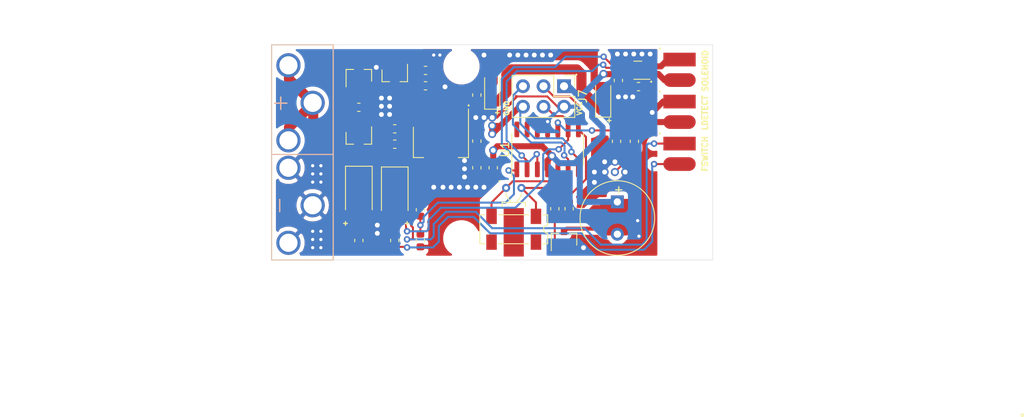
<source format=kicad_pcb>
(kicad_pcb (version 20171130) (host pcbnew "(5.1.6)-1")

  (general
    (thickness 1.6)
    (drawings 25)
    (tracks 428)
    (zones 0)
    (modules 41)
    (nets 28)
  )

  (page A4)
  (layers
    (0 F.Cu signal)
    (31 B.Cu signal)
    (32 B.Adhes user)
    (33 F.Adhes user)
    (34 B.Paste user)
    (35 F.Paste user)
    (36 B.SilkS user)
    (37 F.SilkS user)
    (38 B.Mask user)
    (39 F.Mask user)
    (40 Dwgs.User user hide)
    (41 Cmts.User user hide)
    (42 Eco1.User user)
    (43 Eco2.User user)
    (44 Edge.Cuts user)
    (45 Margin user hide)
    (46 B.CrtYd user hide)
    (47 F.CrtYd user)
    (48 B.Fab user hide)
    (49 F.Fab user hide)
  )

  (setup
    (last_trace_width 0.25)
    (user_trace_width 0.3)
    (user_trace_width 0.5)
    (user_trace_width 0.75)
    (user_trace_width 1)
    (user_trace_width 1.25)
    (user_trace_width 1.5)
    (user_trace_width 2)
    (trace_clearance 0.2)
    (zone_clearance 0.508)
    (zone_45_only no)
    (trace_min 0.2)
    (via_size 0.8)
    (via_drill 0.4)
    (via_min_size 0.4)
    (via_min_drill 0.3)
    (user_via 1 0.6)
    (uvia_size 0.3)
    (uvia_drill 0.1)
    (uvias_allowed no)
    (uvia_min_size 0.2)
    (uvia_min_drill 0.1)
    (edge_width 0.05)
    (segment_width 0.2)
    (pcb_text_width 0.3)
    (pcb_text_size 1.5 1.5)
    (mod_edge_width 0.12)
    (mod_text_size 1 1)
    (mod_text_width 0.15)
    (pad_size 1.95 0.6)
    (pad_drill 0)
    (pad_to_mask_clearance 0.051)
    (solder_mask_min_width 0.25)
    (aux_axis_origin 0 0)
    (visible_elements 7FFFFFFF)
    (pcbplotparams
      (layerselection 0x010fc_ffffffff)
      (usegerberextensions true)
      (usegerberattributes false)
      (usegerberadvancedattributes false)
      (creategerberjobfile false)
      (excludeedgelayer true)
      (linewidth 0.100000)
      (plotframeref false)
      (viasonmask false)
      (mode 1)
      (useauxorigin false)
      (hpglpennumber 1)
      (hpglpenspeed 20)
      (hpglpendiameter 15.000000)
      (psnegative false)
      (psa4output false)
      (plotreference true)
      (plotvalue true)
      (plotinvisibletext false)
      (padsonsilk false)
      (subtractmaskfromsilk false)
      (outputformat 1)
      (mirror false)
      (drillshape 0)
      (scaleselection 1)
      (outputdirectory "Docs/V2/Gerbers/"))
  )

  (net 0 "")
  (net 1 GND)
  (net 2 +BATT)
  (net 3 BAT_ADC)
  (net 4 "Net-(D1-Pad2)")
  (net 5 ISP_RESET)
  (net 6 BUZZER)
  (net 7 XTAL1)
  (net 8 XTAL2)
  (net 9 +1V8)
  (net 10 L_DETECT)
  (net 11 "Net-(D1-Pad1)")
  (net 12 "Net-(D2-Pad1)")
  (net 13 "Net-(J1-Pad1)")
  (net 14 "Net-(J1-Pad2)")
  (net 15 "Net-(J4-Pad1)")
  (net 16 "Net-(J4-Pad2)")
  (net 17 "Net-(Q1-Pad1)")
  (net 18 HBRIDGE_B)
  (net 19 HBRIDGE_A)
  (net 20 "Net-(BZ1-Pad2)")
  (net 21 "Net-(J3-Pad2)")
  (net 22 "Net-(Q3-Pad1)")
  (net 23 POWER_CONTROL)
  (net 24 "Net-(U1-Pad14)")
  (net 25 "Net-(U1-Pad13)")
  (net 26 "Net-(U1-Pad12)")
  (net 27 "Net-(J7-Pad6)")

  (net_class Default "This is the default net class."
    (clearance 0.2)
    (trace_width 0.25)
    (via_dia 0.8)
    (via_drill 0.4)
    (uvia_dia 0.3)
    (uvia_drill 0.1)
    (add_net +1V8)
    (add_net +BATT)
    (add_net BAT_ADC)
    (add_net BUZZER)
    (add_net GND)
    (add_net HBRIDGE_A)
    (add_net HBRIDGE_B)
    (add_net ISP_RESET)
    (add_net L_DETECT)
    (add_net "Net-(BZ1-Pad2)")
    (add_net "Net-(D1-Pad1)")
    (add_net "Net-(D1-Pad2)")
    (add_net "Net-(D2-Pad1)")
    (add_net "Net-(J1-Pad1)")
    (add_net "Net-(J1-Pad2)")
    (add_net "Net-(J3-Pad2)")
    (add_net "Net-(J4-Pad1)")
    (add_net "Net-(J4-Pad2)")
    (add_net "Net-(J7-Pad6)")
    (add_net "Net-(Q1-Pad1)")
    (add_net "Net-(Q3-Pad1)")
    (add_net "Net-(U1-Pad12)")
    (add_net "Net-(U1-Pad13)")
    (add_net "Net-(U1-Pad14)")
    (add_net POWER_CONTROL)
    (add_net XTAL1)
    (add_net XTAL2)
  )

  (module Connector_PinHeader_2.54mm:PinHeader_2x03_P2.54mm_Vertical (layer F.Cu) (tedit 59FED5CC) (tstamp 5F062C2E)
    (at 104.775 95.3008 270)
    (descr "Through hole straight pin header, 2x03, 2.54mm pitch, double rows")
    (tags "Through hole pin header THT 2x03 2.54mm double row")
    (path /5F06FB6D)
    (fp_text reference J7 (at 1.27 -2.33 90) (layer F.SilkS)
      (effects (font (size 1 1) (thickness 0.15)))
    )
    (fp_text value "Programming Connector" (at 1.27 7.41 90) (layer F.Fab)
      (effects (font (size 1 1) (thickness 0.15)))
    )
    (fp_line (start 4.35 -1.8) (end -1.8 -1.8) (layer F.CrtYd) (width 0.05))
    (fp_line (start 4.35 6.85) (end 4.35 -1.8) (layer F.CrtYd) (width 0.05))
    (fp_line (start -1.8 6.85) (end 4.35 6.85) (layer F.CrtYd) (width 0.05))
    (fp_line (start -1.8 -1.8) (end -1.8 6.85) (layer F.CrtYd) (width 0.05))
    (fp_line (start -1.33 -1.33) (end 0 -1.33) (layer F.SilkS) (width 0.12))
    (fp_line (start -1.33 0) (end -1.33 -1.33) (layer F.SilkS) (width 0.12))
    (fp_line (start 1.27 -1.33) (end 3.87 -1.33) (layer F.SilkS) (width 0.12))
    (fp_line (start 1.27 1.27) (end 1.27 -1.33) (layer F.SilkS) (width 0.12))
    (fp_line (start -1.33 1.27) (end 1.27 1.27) (layer F.SilkS) (width 0.12))
    (fp_line (start 3.87 -1.33) (end 3.87 6.41) (layer F.SilkS) (width 0.12))
    (fp_line (start -1.33 1.27) (end -1.33 6.41) (layer F.SilkS) (width 0.12))
    (fp_line (start -1.33 6.41) (end 3.87 6.41) (layer F.SilkS) (width 0.12))
    (fp_line (start -1.27 0) (end 0 -1.27) (layer F.Fab) (width 0.1))
    (fp_line (start -1.27 6.35) (end -1.27 0) (layer F.Fab) (width 0.1))
    (fp_line (start 3.81 6.35) (end -1.27 6.35) (layer F.Fab) (width 0.1))
    (fp_line (start 3.81 -1.27) (end 3.81 6.35) (layer F.Fab) (width 0.1))
    (fp_line (start 0 -1.27) (end 3.81 -1.27) (layer F.Fab) (width 0.1))
    (fp_text user %R (at 1.27 2.54) (layer F.Fab)
      (effects (font (size 1 1) (thickness 0.15)))
    )
    (pad 1 thru_hole rect (at 0 0 270) (size 1.7 1.7) (drill 1) (layers *.Cu *.Mask)
      (net 9 +1V8))
    (pad 2 thru_hole oval (at 2.54 0 270) (size 1.7 1.7) (drill 1) (layers *.Cu *.Mask)
      (net 1 GND))
    (pad 3 thru_hole oval (at 0 2.54 270) (size 1.7 1.7) (drill 1) (layers *.Cu *.Mask)
      (net 6 BUZZER))
    (pad 4 thru_hole oval (at 2.54 2.54 270) (size 1.7 1.7) (drill 1) (layers *.Cu *.Mask)
      (net 23 POWER_CONTROL))
    (pad 5 thru_hole oval (at 0 5.08 270) (size 1.7 1.7) (drill 1) (layers *.Cu *.Mask)
      (net 8 XTAL2))
    (pad 6 thru_hole oval (at 2.54 5.08 270) (size 1.7 1.7) (drill 1) (layers *.Cu *.Mask)
      (net 27 "Net-(J7-Pad6)"))
    (model ${KISYS3DMOD}/Connector_PinHeader_2.54mm.3dshapes/PinHeader_2x03_P2.54mm_Vertical.wrl
      (at (xyz 0 0 0))
      (scale (xyz 1 1 1))
      (rotate (xyz 0 0 0))
    )
  )

  (module "pcb:9v battery con" (layer F.Cu) (tedit 5E922234) (tstamp 5E925594)
    (at 73.66 92.71 90)
    (path /5E154B57)
    (fp_text reference J3 (at 0.254 3.556 90) (layer F.Fab)
      (effects (font (size 1 1) (thickness 0.15)))
    )
    (fp_text value BATTERY (at -7.366 -6.096 90) (layer F.Fab)
      (effects (font (size 1 1) (thickness 0.15)))
    )
    (fp_line (start -23.622 48.514) (end -23.622 0.508) (layer Dwgs.User) (width 0.12))
    (fp_line (start 2.032 48.514) (end -23.622 48.514) (layer Dwgs.User) (width 0.12))
    (fp_line (start 2.032 0.508) (end 2.032 48.514) (layer Dwgs.User) (width 0.12))
    (fp_line (start 2.54 2.54) (end 2.54 -5.08) (layer B.SilkS) (width 0.12))
    (fp_line (start -11.049 2.54) (end -11.049 -5.08) (layer B.SilkS) (width 0.12))
    (fp_line (start -24.13 2.54) (end 2.54 2.54) (layer B.SilkS) (width 0.12))
    (fp_line (start -24.13 -5.08) (end -24.13 2.54) (layer B.SilkS) (width 0.12))
    (fp_line (start 2.54 -5.08) (end -24.13 -5.08) (layer B.SilkS) (width 0.12))
    (fp_line (start -11.049 2.54) (end -11.049 -5.08) (layer F.SilkS) (width 0.12))
    (fp_line (start 2.54 -5.08) (end -24.13 -5.08) (layer F.SilkS) (width 0.12))
    (fp_line (start 2.54 2.54) (end 2.54 -5.08) (layer F.SilkS) (width 0.12))
    (fp_line (start -24.13 2.54) (end 2.54 2.54) (layer F.SilkS) (width 0.12))
    (fp_line (start -24.13 -5.08) (end -24.13 2.54) (layer F.SilkS) (width 0.12))
    (fp_text user + (at -4.7 -4.11 90) (layer F.SilkS)
      (effects (font (size 2 2) (thickness 0.15)))
    )
    (fp_text user - (at -17.39 -4.24 90) (layer F.SilkS)
      (effects (font (size 2 2) (thickness 0.15)))
    )
    (fp_text user + (at -4.7 -4.11 90) (layer B.SilkS)
      (effects (font (size 2 2) (thickness 0.15)))
    )
    (fp_text user - (at -17.39 -4.24 90) (layer B.SilkS)
      (effects (font (size 2 2) (thickness 0.15)))
    )
    (pad 2 thru_hole circle (at 0 -3 90) (size 3 3) (drill 2.25) (layers *.Cu *.Mask)
      (net 21 "Net-(J3-Pad2)"))
    (pad 2 thru_hole circle (at -4.65 0 90) (size 3 3) (drill 2.25) (layers *.Cu *.Mask)
      (net 21 "Net-(J3-Pad2)"))
    (pad 2 thru_hole circle (at -9.3 -3 90) (size 3 3) (drill 2.25) (layers *.Cu *.Mask)
      (net 21 "Net-(J3-Pad2)"))
    (pad 1 thru_hole circle (at -17.35 0 90) (size 3 3) (drill 2.25) (layers *.Cu *.Mask)
      (net 1 GND))
    (pad 1 thru_hole circle (at -22 -3 90) (size 3 3) (drill 2.25) (layers *.Cu *.Mask)
      (net 1 GND))
    (pad 1 thru_hole circle (at -12.7 -3 90) (size 3 3) (drill 2.25) (layers *.Cu *.Mask)
      (net 1 GND))
  )

  (module Package_SO:SOIC-14_3.9x8.7mm_P1.27mm (layer F.Cu) (tedit 5F05A3C9) (tstamp 5F045D16)
    (at 102.743 103.1352 90)
    (descr "SOIC, 14 Pin (JEDEC MS-012AB, https://www.analog.com/media/en/package-pcb-resources/package/pkg_pdf/soic_narrow-r/r_14.pdf), generated with kicad-footprint-generator ipc_gullwing_generator.py")
    (tags "SOIC SO")
    (path /5F054116)
    (attr smd)
    (fp_text reference U1 (at 0 -5.28 90) (layer F.SilkS)
      (effects (font (size 1 1) (thickness 0.15)))
    )
    (fp_text value PMS171B (at 0 5.28 90) (layer F.Fab)
      (effects (font (size 1 1) (thickness 0.15)))
    )
    (fp_line (start 3.7 -4.58) (end -3.7 -4.58) (layer F.CrtYd) (width 0.05))
    (fp_line (start 3.7 4.58) (end 3.7 -4.58) (layer F.CrtYd) (width 0.05))
    (fp_line (start -3.7 4.58) (end 3.7 4.58) (layer F.CrtYd) (width 0.05))
    (fp_line (start -3.7 -4.58) (end -3.7 4.58) (layer F.CrtYd) (width 0.05))
    (fp_line (start -1.95 -3.35) (end -0.975 -4.325) (layer F.Fab) (width 0.1))
    (fp_line (start -1.95 4.325) (end -1.95 -3.35) (layer F.Fab) (width 0.1))
    (fp_line (start 1.95 4.325) (end -1.95 4.325) (layer F.Fab) (width 0.1))
    (fp_line (start 1.95 -4.325) (end 1.95 4.325) (layer F.Fab) (width 0.1))
    (fp_line (start -0.975 -4.325) (end 1.95 -4.325) (layer F.Fab) (width 0.1))
    (fp_line (start 0 -4.435) (end -3.45 -4.435) (layer F.SilkS) (width 0.12))
    (fp_line (start 0 -4.435) (end 1.95 -4.435) (layer F.SilkS) (width 0.12))
    (fp_line (start 0 4.435) (end -1.95 4.435) (layer F.SilkS) (width 0.12))
    (fp_line (start 0 4.435) (end 1.95 4.435) (layer F.SilkS) (width 0.12))
    (fp_text user %R (at 0 0 90) (layer F.Fab)
      (effects (font (size 0.98 0.98) (thickness 0.15)))
    )
    (pad 14 smd roundrect (at 2.475 -3.81 90) (size 1.95 0.6) (layers F.Cu F.Paste F.Mask) (roundrect_rratio 0.25)
      (net 24 "Net-(U1-Pad14)"))
    (pad 13 smd roundrect (at 2.475 -2.54 90) (size 1.95 0.6) (layers F.Cu F.Paste F.Mask) (roundrect_rratio 0.25)
      (net 25 "Net-(U1-Pad13)"))
    (pad 12 smd roundrect (at 2.475 -1.27 90) (size 1.95 0.6) (layers F.Cu F.Paste F.Mask) (roundrect_rratio 0.25)
      (net 26 "Net-(U1-Pad12)"))
    (pad 11 smd roundrect (at 2.475 0 90) (size 1.95 0.6) (layers F.Cu F.Paste F.Mask) (roundrect_rratio 0.25)
      (net 1 GND))
    (pad 10 smd roundrect (at 2.475 1.27 90) (size 1.95 0.6) (layers F.Cu F.Paste F.Mask) (roundrect_rratio 0.25)
      (net 10 L_DETECT))
    (pad 9 smd roundrect (at 2.475 2.54 90) (size 1.95 0.6) (layers F.Cu F.Paste F.Mask) (roundrect_rratio 0.25)
      (net 23 POWER_CONTROL))
    (pad 8 smd roundrect (at 2.475 3.81 90) (size 1.95 0.6) (layers F.Cu F.Paste F.Mask) (roundrect_rratio 0.25)
      (net 6 BUZZER))
    (pad 7 smd roundrect (at -2.475 3.81 90) (size 1.95 0.6) (layers F.Cu F.Paste F.Mask) (roundrect_rratio 0.25)
      (net 27 "Net-(J7-Pad6)"))
    (pad 6 smd roundrect (at -2.475 2.54 90) (size 1.95 0.6) (layers F.Cu F.Paste F.Mask) (roundrect_rratio 0.25)
      (net 8 XTAL2))
    (pad 5 smd roundrect (at -2.475 1.27 90) (size 1.95 0.6) (layers F.Cu F.Paste F.Mask) (roundrect_rratio 0.25)
      (net 7 XTAL1))
    (pad 4 smd roundrect (at -2.475 0 90) (size 1.95 0.6) (layers F.Cu F.Paste F.Mask) (roundrect_rratio 0.25)
      (net 9 +1V8))
    (pad 3 smd roundrect (at -2.475 -1.27 90) (size 1.95 0.6) (layers F.Cu F.Paste F.Mask) (roundrect_rratio 0.25)
      (net 18 HBRIDGE_B))
    (pad 2 smd roundrect (at -2.475 -2.54 90) (size 1.95 0.6) (layers F.Cu F.Paste F.Mask) (roundrect_rratio 0.25)
      (net 19 HBRIDGE_A))
    (pad 1 smd roundrect (at -2.475 -3.81 90) (size 1.95 0.6) (layers F.Cu F.Paste F.Mask) (roundrect_rratio 0.25)
      (net 3 BAT_ADC))
    (model ${KISYS3DMOD}/Package_SO.3dshapes/SOIC-14_3.9x8.7mm_P1.27mm.wrl
      (at (xyz 0 0 0))
      (scale (xyz 1 1 1))
      (rotate (xyz 0 0 0))
    )
  )

  (module MountingHole:MountingHole_3.5mm (layer B.Cu) (tedit 5E4F0D9E) (tstamp 5E91F849)
    (at 64.475 110.773)
    (descr "Mounting Hole 3.5mm, no annular")
    (tags "mounting hole 3.5mm no annular")
    (path /5E14DE52)
    (attr virtual)
    (fp_text reference H2 (at 0 4.5) (layer B.SilkS) hide
      (effects (font (size 1 1) (thickness 0.15)) (justify mirror))
    )
    (fp_text value MountingHole (at 0 -4.5) (layer B.Fab)
      (effects (font (size 1 1) (thickness 0.15)) (justify mirror))
    )
    (fp_circle (center 0 0) (end 3.75 0) (layer B.CrtYd) (width 0.05))
    (fp_circle (center 0 0) (end 3.5 0) (layer Cmts.User) (width 0.15))
    (fp_text user %R (at 0.3 0) (layer B.Fab)
      (effects (font (size 1 1) (thickness 0.15)) (justify mirror))
    )
    (pad "" np_thru_hole circle (at 27.6 3.4) (size 3.5 3.5) (drill 3.5) (layers *.Cu *.Mask))
  )

  (module MountingHole:MountingHole_3.5mm (layer B.Cu) (tedit 5E4F0C0C) (tstamp 5E4ECB70)
    (at 38.725 96.237)
    (descr "Mounting Hole 3.5mm, no annular")
    (tags "mounting hole 3.5mm no annular")
    (path /5E149DE0)
    (attr virtual)
    (fp_text reference H1 (at 0 4.5) (layer B.SilkS) hide
      (effects (font (size 1 1) (thickness 0.15)) (justify mirror))
    )
    (fp_text value MountingHole (at 0 -4.5) (layer B.Fab)
      (effects (font (size 1 1) (thickness 0.15)) (justify mirror))
    )
    (fp_circle (center 0 0) (end 3.5 0) (layer Cmts.User) (width 0.15))
    (fp_circle (center 0 0) (end 3.75 0) (layer B.CrtYd) (width 0.05))
    (fp_text user %R (at 0.3 0) (layer B.Fab)
      (effects (font (size 1 1) (thickness 0.15)) (justify mirror))
    )
    (pad "" np_thru_hole circle (at 53.35 -3.4) (size 3.5 3.5) (drill 3.5) (layers *.Cu *.Mask))
  )

  (module Capacitor_Tantalum_SMD:CP_EIA-3216-10_Kemet-I (layer F.Cu) (tedit 5B301BBE) (tstamp 5E87AD3F)
    (at 109.6264 96.8248 90)
    (descr "Tantalum Capacitor SMD Kemet-I (3216-10 Metric), IPC_7351 nominal, (Body size from: http://www.kemet.com/Lists/ProductCatalog/Attachments/253/KEM_TC101_STD.pdf), generated with kicad-footprint-generator")
    (tags "capacitor tantalum")
    (path /5E303AE8)
    (attr smd)
    (fp_text reference C10 (at -3.15 0.2 180) (layer Dwgs.User)
      (effects (font (size 1 1) (thickness 0.15)))
    )
    (fp_text value 10uF (at 0 1.75 90) (layer F.Fab)
      (effects (font (size 1 1) (thickness 0.15)))
    )
    (fp_line (start 2.3 1.05) (end -2.3 1.05) (layer F.CrtYd) (width 0.05))
    (fp_line (start 2.3 -1.05) (end 2.3 1.05) (layer F.CrtYd) (width 0.05))
    (fp_line (start -2.3 -1.05) (end 2.3 -1.05) (layer F.CrtYd) (width 0.05))
    (fp_line (start -2.3 1.05) (end -2.3 -1.05) (layer F.CrtYd) (width 0.05))
    (fp_line (start -2.31 0.935) (end 1.6 0.935) (layer F.SilkS) (width 0.12))
    (fp_line (start -2.31 -0.935) (end -2.31 0.935) (layer F.SilkS) (width 0.12))
    (fp_line (start 1.6 -0.935) (end -2.31 -0.935) (layer F.SilkS) (width 0.12))
    (fp_line (start 1.6 0.8) (end 1.6 -0.8) (layer F.Fab) (width 0.1))
    (fp_line (start -1.6 0.8) (end 1.6 0.8) (layer F.Fab) (width 0.1))
    (fp_line (start -1.6 -0.4) (end -1.6 0.8) (layer F.Fab) (width 0.1))
    (fp_line (start -1.2 -0.8) (end -1.6 -0.4) (layer F.Fab) (width 0.1))
    (fp_line (start 1.6 -0.8) (end -1.2 -0.8) (layer F.Fab) (width 0.1))
    (fp_text user %R (at 0 0 90) (layer F.Fab)
      (effects (font (size 0.8 0.8) (thickness 0.12)))
    )
    (pad 1 smd roundrect (at -1.35 0 90) (size 1.4 1.35) (layers F.Cu F.Paste F.Mask) (roundrect_rratio 0.185185)
      (net 2 +BATT))
    (pad 2 smd roundrect (at 1.35 0 90) (size 1.4 1.35) (layers F.Cu F.Paste F.Mask) (roundrect_rratio 0.185185)
      (net 1 GND))
    (model ${KISYS3DMOD}/Capacitor_Tantalum_SMD.3dshapes/CP_EIA-3216-10_Kemet-I.wrl
      (at (xyz 0 0 0))
      (scale (xyz 1 1 1))
      (rotate (xyz 0 0 0))
    )
  )

  (module Capacitor_SMD:C_0603_1608Metric (layer F.Cu) (tedit 5B301BBE) (tstamp 5E87FA81)
    (at 111.506 94.5896 270)
    (descr "Capacitor SMD 0603 (1608 Metric), square (rectangular) end terminal, IPC_7351 nominal, (Body size source: http://www.tortai-tech.com/upload/download/2011102023233369053.pdf), generated with kicad-footprint-generator")
    (tags capacitor)
    (path /5E50163D)
    (attr smd)
    (fp_text reference C3 (at 2.55 0.075 90) (layer Dwgs.User)
      (effects (font (size 1 1) (thickness 0.15)))
    )
    (fp_text value 100nF (at 0 1.43 90) (layer F.Fab)
      (effects (font (size 1 1) (thickness 0.15)))
    )
    (fp_line (start 1.48 0.73) (end -1.48 0.73) (layer F.CrtYd) (width 0.05))
    (fp_line (start 1.48 -0.73) (end 1.48 0.73) (layer F.CrtYd) (width 0.05))
    (fp_line (start -1.48 -0.73) (end 1.48 -0.73) (layer F.CrtYd) (width 0.05))
    (fp_line (start -1.48 0.73) (end -1.48 -0.73) (layer F.CrtYd) (width 0.05))
    (fp_line (start -0.162779 0.51) (end 0.162779 0.51) (layer F.SilkS) (width 0.12))
    (fp_line (start -0.162779 -0.51) (end 0.162779 -0.51) (layer F.SilkS) (width 0.12))
    (fp_line (start 0.8 0.4) (end -0.8 0.4) (layer F.Fab) (width 0.1))
    (fp_line (start 0.8 -0.4) (end 0.8 0.4) (layer F.Fab) (width 0.1))
    (fp_line (start -0.8 -0.4) (end 0.8 -0.4) (layer F.Fab) (width 0.1))
    (fp_line (start -0.8 0.4) (end -0.8 -0.4) (layer F.Fab) (width 0.1))
    (fp_text user %R (at 0 0 90) (layer F.Fab)
      (effects (font (size 0.4 0.4) (thickness 0.06)))
    )
    (pad 1 smd roundrect (at -0.7875 0 270) (size 0.875 0.95) (layers F.Cu F.Paste F.Mask) (roundrect_rratio 0.25)
      (net 9 +1V8))
    (pad 2 smd roundrect (at 0.7875 0 270) (size 0.875 0.95) (layers F.Cu F.Paste F.Mask) (roundrect_rratio 0.25)
      (net 1 GND))
    (model ${KISYS3DMOD}/Capacitor_SMD.3dshapes/C_0603_1608Metric.wrl
      (at (xyz 0 0 0))
      (scale (xyz 1 1 1))
      (rotate (xyz 0 0 0))
    )
  )

  (module Capacitor_SMD:C_0603_1608Metric (layer F.Cu) (tedit 5B301BBE) (tstamp 5E87FA51)
    (at 113.9952 95.3516)
    (descr "Capacitor SMD 0603 (1608 Metric), square (rectangular) end terminal, IPC_7351 nominal, (Body size source: http://www.tortai-tech.com/upload/download/2011102023233369053.pdf), generated with kicad-footprint-generator")
    (tags capacitor)
    (path /5E503231)
    (attr smd)
    (fp_text reference C9 (at -2.4 -0.025 180) (layer Dwgs.User)
      (effects (font (size 1 1) (thickness 0.15)))
    )
    (fp_text value 100nF (at 0 1.43) (layer F.Fab)
      (effects (font (size 1 1) (thickness 0.15)))
    )
    (fp_line (start -0.8 0.4) (end -0.8 -0.4) (layer F.Fab) (width 0.1))
    (fp_line (start -0.8 -0.4) (end 0.8 -0.4) (layer F.Fab) (width 0.1))
    (fp_line (start 0.8 -0.4) (end 0.8 0.4) (layer F.Fab) (width 0.1))
    (fp_line (start 0.8 0.4) (end -0.8 0.4) (layer F.Fab) (width 0.1))
    (fp_line (start -0.162779 -0.51) (end 0.162779 -0.51) (layer F.SilkS) (width 0.12))
    (fp_line (start -0.162779 0.51) (end 0.162779 0.51) (layer F.SilkS) (width 0.12))
    (fp_line (start -1.48 0.73) (end -1.48 -0.73) (layer F.CrtYd) (width 0.05))
    (fp_line (start -1.48 -0.73) (end 1.48 -0.73) (layer F.CrtYd) (width 0.05))
    (fp_line (start 1.48 -0.73) (end 1.48 0.73) (layer F.CrtYd) (width 0.05))
    (fp_line (start 1.48 0.73) (end -1.48 0.73) (layer F.CrtYd) (width 0.05))
    (fp_text user %R (at 0 0) (layer F.Fab)
      (effects (font (size 0.4 0.4) (thickness 0.06)))
    )
    (pad 2 smd roundrect (at 0.7875 0) (size 0.875 0.95) (layers F.Cu F.Paste F.Mask) (roundrect_rratio 0.25)
      (net 2 +BATT))
    (pad 1 smd roundrect (at -0.7875 0) (size 0.875 0.95) (layers F.Cu F.Paste F.Mask) (roundrect_rratio 0.25)
      (net 1 GND))
    (model ${KISYS3DMOD}/Capacitor_SMD.3dshapes/C_0603_1608Metric.wrl
      (at (xyz 0 0 0))
      (scale (xyz 1 1 1))
      (rotate (xyz 0 0 0))
    )
  )

  (module Capacitor_SMD:C_0603_1608Metric (layer F.Cu) (tedit 5B301BBE) (tstamp 5E880455)
    (at 93.98 105.41 270)
    (descr "Capacitor SMD 0603 (1608 Metric), square (rectangular) end terminal, IPC_7351 nominal, (Body size source: http://www.tortai-tech.com/upload/download/2011102023233369053.pdf), generated with kicad-footprint-generator")
    (tags capacitor)
    (path /5E0D0066)
    (attr smd)
    (fp_text reference C1 (at -2.64066 -0.00886 90) (layer Dwgs.User)
      (effects (font (size 1 1) (thickness 0.15)))
    )
    (fp_text value 100nF (at 0 1.43 90) (layer F.Fab)
      (effects (font (size 1 1) (thickness 0.15)))
    )
    (fp_line (start -0.8 0.4) (end -0.8 -0.4) (layer F.Fab) (width 0.1))
    (fp_line (start -0.8 -0.4) (end 0.8 -0.4) (layer F.Fab) (width 0.1))
    (fp_line (start 0.8 -0.4) (end 0.8 0.4) (layer F.Fab) (width 0.1))
    (fp_line (start 0.8 0.4) (end -0.8 0.4) (layer F.Fab) (width 0.1))
    (fp_line (start -0.162779 -0.51) (end 0.162779 -0.51) (layer F.SilkS) (width 0.12))
    (fp_line (start -0.162779 0.51) (end 0.162779 0.51) (layer F.SilkS) (width 0.12))
    (fp_line (start -1.48 0.73) (end -1.48 -0.73) (layer F.CrtYd) (width 0.05))
    (fp_line (start -1.48 -0.73) (end 1.48 -0.73) (layer F.CrtYd) (width 0.05))
    (fp_line (start 1.48 -0.73) (end 1.48 0.73) (layer F.CrtYd) (width 0.05))
    (fp_line (start 1.48 0.73) (end -1.48 0.73) (layer F.CrtYd) (width 0.05))
    (fp_text user %R (at 0 0 90) (layer F.Fab)
      (effects (font (size 0.4 0.4) (thickness 0.06)))
    )
    (pad 2 smd roundrect (at 0.7875 0 270) (size 0.875 0.95) (layers F.Cu F.Paste F.Mask) (roundrect_rratio 0.25)
      (net 1 GND))
    (pad 1 smd roundrect (at -0.7875 0 270) (size 0.875 0.95) (layers F.Cu F.Paste F.Mask) (roundrect_rratio 0.25)
      (net 9 +1V8))
    (model ${KISYS3DMOD}/Capacitor_SMD.3dshapes/C_0603_1608Metric.wrl
      (at (xyz 0 0 0))
      (scale (xyz 1 1 1))
      (rotate (xyz 0 0 0))
    )
  )

  (module Capacitor_SMD:C_0603_1608Metric (layer F.Cu) (tedit 5B301BBE) (tstamp 5E880485)
    (at 96.012 105.41 270)
    (descr "Capacitor SMD 0603 (1608 Metric), square (rectangular) end terminal, IPC_7351 nominal, (Body size source: http://www.tortai-tech.com/upload/download/2011102023233369053.pdf), generated with kicad-footprint-generator")
    (tags capacitor)
    (path /5E0D0957)
    (attr smd)
    (fp_text reference C2 (at -2.61516 0.01914 90) (layer Dwgs.User)
      (effects (font (size 1 1) (thickness 0.15)))
    )
    (fp_text value 1uF (at 0 1.43 90) (layer F.Fab)
      (effects (font (size 1 1) (thickness 0.15)))
    )
    (fp_line (start -0.8 0.4) (end -0.8 -0.4) (layer F.Fab) (width 0.1))
    (fp_line (start -0.8 -0.4) (end 0.8 -0.4) (layer F.Fab) (width 0.1))
    (fp_line (start 0.8 -0.4) (end 0.8 0.4) (layer F.Fab) (width 0.1))
    (fp_line (start 0.8 0.4) (end -0.8 0.4) (layer F.Fab) (width 0.1))
    (fp_line (start -0.162779 -0.51) (end 0.162779 -0.51) (layer F.SilkS) (width 0.12))
    (fp_line (start -0.162779 0.51) (end 0.162779 0.51) (layer F.SilkS) (width 0.12))
    (fp_line (start -1.48 0.73) (end -1.48 -0.73) (layer F.CrtYd) (width 0.05))
    (fp_line (start -1.48 -0.73) (end 1.48 -0.73) (layer F.CrtYd) (width 0.05))
    (fp_line (start 1.48 -0.73) (end 1.48 0.73) (layer F.CrtYd) (width 0.05))
    (fp_line (start 1.48 0.73) (end -1.48 0.73) (layer F.CrtYd) (width 0.05))
    (fp_text user %R (at 0 0 90) (layer F.Fab)
      (effects (font (size 0.4 0.4) (thickness 0.06)))
    )
    (pad 2 smd roundrect (at 0.7875 0 270) (size 0.875 0.95) (layers F.Cu F.Paste F.Mask) (roundrect_rratio 0.25)
      (net 1 GND))
    (pad 1 smd roundrect (at -0.7875 0 270) (size 0.875 0.95) (layers F.Cu F.Paste F.Mask) (roundrect_rratio 0.25)
      (net 9 +1V8))
    (model ${KISYS3DMOD}/Capacitor_SMD.3dshapes/C_0603_1608Metric.wrl
      (at (xyz 0 0 0))
      (scale (xyz 1 1 1))
      (rotate (xyz 0 0 0))
    )
  )

  (module Capacitor_Tantalum_SMD:CP_EIA-3216-10_Kemet-I (layer F.Cu) (tedit 5B301BBE) (tstamp 5E88174E)
    (at 95.885 95.838 90)
    (descr "Tantalum Capacitor SMD Kemet-I (3216-10 Metric), IPC_7351 nominal, (Body size from: http://www.kemet.com/Lists/ProductCatalog/Attachments/253/KEM_TC101_STD.pdf), generated with kicad-footprint-generator")
    (tags "capacitor tantalum")
    (path /5E2E6136)
    (attr smd)
    (fp_text reference C4 (at -3.3626 -0.0343 180) (layer Dwgs.User)
      (effects (font (size 1 1) (thickness 0.15)))
    )
    (fp_text value 10uF (at 0 1.75 90) (layer F.Fab)
      (effects (font (size 1 1) (thickness 0.15)))
    )
    (fp_line (start 2.3 1.05) (end -2.3 1.05) (layer F.CrtYd) (width 0.05))
    (fp_line (start 2.3 -1.05) (end 2.3 1.05) (layer F.CrtYd) (width 0.05))
    (fp_line (start -2.3 -1.05) (end 2.3 -1.05) (layer F.CrtYd) (width 0.05))
    (fp_line (start -2.3 1.05) (end -2.3 -1.05) (layer F.CrtYd) (width 0.05))
    (fp_line (start -2.31 0.935) (end 1.6 0.935) (layer F.SilkS) (width 0.12))
    (fp_line (start -2.31 -0.935) (end -2.31 0.935) (layer F.SilkS) (width 0.12))
    (fp_line (start 1.6 -0.935) (end -2.31 -0.935) (layer F.SilkS) (width 0.12))
    (fp_line (start 1.6 0.8) (end 1.6 -0.8) (layer F.Fab) (width 0.1))
    (fp_line (start -1.6 0.8) (end 1.6 0.8) (layer F.Fab) (width 0.1))
    (fp_line (start -1.6 -0.4) (end -1.6 0.8) (layer F.Fab) (width 0.1))
    (fp_line (start -1.2 -0.8) (end -1.6 -0.4) (layer F.Fab) (width 0.1))
    (fp_line (start 1.6 -0.8) (end -1.2 -0.8) (layer F.Fab) (width 0.1))
    (fp_text user %R (at 0 0 90) (layer F.Fab)
      (effects (font (size 0.8 0.8) (thickness 0.12)))
    )
    (pad 1 smd roundrect (at -1.35 0 90) (size 1.4 1.35) (layers F.Cu F.Paste F.Mask) (roundrect_rratio 0.185185)
      (net 2 +BATT))
    (pad 2 smd roundrect (at 1.35 0 90) (size 1.4 1.35) (layers F.Cu F.Paste F.Mask) (roundrect_rratio 0.185185)
      (net 1 GND))
    (model ${KISYS3DMOD}/Capacitor_Tantalum_SMD.3dshapes/CP_EIA-3216-10_Kemet-I.wrl
      (at (xyz 0 0 0))
      (scale (xyz 1 1 1))
      (rotate (xyz 0 0 0))
    )
  )

  (module Capacitor_SMD:C_0603_1608Metric (layer F.Cu) (tedit 5B301BBE) (tstamp 5E87AE7B)
    (at 87.63 95.25)
    (descr "Capacitor SMD 0603 (1608 Metric), square (rectangular) end terminal, IPC_7351 nominal, (Body size source: http://www.tortai-tech.com/upload/download/2011102023233369053.pdf), generated with kicad-footprint-generator")
    (tags capacitor)
    (path /5E346F2F)
    (attr smd)
    (fp_text reference C5 (at 0 -1.43) (layer Dwgs.User)
      (effects (font (size 1 1) (thickness 0.15)))
    )
    (fp_text value 100nF (at 0 1.43) (layer F.Fab)
      (effects (font (size 1 1) (thickness 0.15)))
    )
    (fp_line (start 1.48 0.73) (end -1.48 0.73) (layer F.CrtYd) (width 0.05))
    (fp_line (start 1.48 -0.73) (end 1.48 0.73) (layer F.CrtYd) (width 0.05))
    (fp_line (start -1.48 -0.73) (end 1.48 -0.73) (layer F.CrtYd) (width 0.05))
    (fp_line (start -1.48 0.73) (end -1.48 -0.73) (layer F.CrtYd) (width 0.05))
    (fp_line (start -0.162779 0.51) (end 0.162779 0.51) (layer F.SilkS) (width 0.12))
    (fp_line (start -0.162779 -0.51) (end 0.162779 -0.51) (layer F.SilkS) (width 0.12))
    (fp_line (start 0.8 0.4) (end -0.8 0.4) (layer F.Fab) (width 0.1))
    (fp_line (start 0.8 -0.4) (end 0.8 0.4) (layer F.Fab) (width 0.1))
    (fp_line (start -0.8 -0.4) (end 0.8 -0.4) (layer F.Fab) (width 0.1))
    (fp_line (start -0.8 0.4) (end -0.8 -0.4) (layer F.Fab) (width 0.1))
    (fp_text user %R (at 0 0) (layer F.Fab)
      (effects (font (size 0.4 0.4) (thickness 0.06)))
    )
    (pad 1 smd roundrect (at -0.7875 0) (size 0.875 0.95) (layers F.Cu F.Paste F.Mask) (roundrect_rratio 0.25)
      (net 2 +BATT))
    (pad 2 smd roundrect (at 0.7875 0) (size 0.875 0.95) (layers F.Cu F.Paste F.Mask) (roundrect_rratio 0.25)
      (net 1 GND))
    (model ${KISYS3DMOD}/Capacitor_SMD.3dshapes/C_0603_1608Metric.wrl
      (at (xyz 0 0 0))
      (scale (xyz 1 1 1))
      (rotate (xyz 0 0 0))
    )
  )

  (module Capacitor_SMD:C_0603_1608Metric (layer F.Cu) (tedit 5B301BBE) (tstamp 5E87EAE8)
    (at 93.98 96.393 90)
    (descr "Capacitor SMD 0603 (1608 Metric), square (rectangular) end terminal, IPC_7351 nominal, (Body size source: http://www.tortai-tech.com/upload/download/2011102023233369053.pdf), generated with kicad-footprint-generator")
    (tags capacitor)
    (path /5E2C94E1)
    (attr smd)
    (fp_text reference C6 (at -2.8586 -0.0703 90) (layer Dwgs.User)
      (effects (font (size 1 1) (thickness 0.15)))
    )
    (fp_text value 100nF (at 0 1.43 90) (layer F.Fab)
      (effects (font (size 1 1) (thickness 0.15)))
    )
    (fp_line (start 1.48 0.73) (end -1.48 0.73) (layer F.CrtYd) (width 0.05))
    (fp_line (start 1.48 -0.73) (end 1.48 0.73) (layer F.CrtYd) (width 0.05))
    (fp_line (start -1.48 -0.73) (end 1.48 -0.73) (layer F.CrtYd) (width 0.05))
    (fp_line (start -1.48 0.73) (end -1.48 -0.73) (layer F.CrtYd) (width 0.05))
    (fp_line (start -0.162779 0.51) (end 0.162779 0.51) (layer F.SilkS) (width 0.12))
    (fp_line (start -0.162779 -0.51) (end 0.162779 -0.51) (layer F.SilkS) (width 0.12))
    (fp_line (start 0.8 0.4) (end -0.8 0.4) (layer F.Fab) (width 0.1))
    (fp_line (start 0.8 -0.4) (end 0.8 0.4) (layer F.Fab) (width 0.1))
    (fp_line (start -0.8 -0.4) (end 0.8 -0.4) (layer F.Fab) (width 0.1))
    (fp_line (start -0.8 0.4) (end -0.8 -0.4) (layer F.Fab) (width 0.1))
    (fp_text user %R (at 0 0 90) (layer F.Fab)
      (effects (font (size 0.4 0.4) (thickness 0.06)))
    )
    (pad 1 smd roundrect (at -0.7875 0 90) (size 0.875 0.95) (layers F.Cu F.Paste F.Mask) (roundrect_rratio 0.25)
      (net 2 +BATT))
    (pad 2 smd roundrect (at 0.7875 0 90) (size 0.875 0.95) (layers F.Cu F.Paste F.Mask) (roundrect_rratio 0.25)
      (net 1 GND))
    (model ${KISYS3DMOD}/Capacitor_SMD.3dshapes/C_0603_1608Metric.wrl
      (at (xyz 0 0 0))
      (scale (xyz 1 1 1))
      (rotate (xyz 0 0 0))
    )
  )

  (module Capacitor_SMD:C_0603_1608Metric (layer F.Cu) (tedit 5B301BBE) (tstamp 5E87B0DC)
    (at 87.63 93.345)
    (descr "Capacitor SMD 0603 (1608 Metric), square (rectangular) end terminal, IPC_7351 nominal, (Body size source: http://www.tortai-tech.com/upload/download/2011102023233369053.pdf), generated with kicad-footprint-generator")
    (tags capacitor)
    (path /5E2CD3DA)
    (attr smd)
    (fp_text reference C7 (at -2.8586 -0.0983) (layer Dwgs.User)
      (effects (font (size 1 1) (thickness 0.15)))
    )
    (fp_text value 1uF (at 0 1.43) (layer F.Fab)
      (effects (font (size 1 1) (thickness 0.15)))
    )
    (fp_line (start -0.8 0.4) (end -0.8 -0.4) (layer F.Fab) (width 0.1))
    (fp_line (start -0.8 -0.4) (end 0.8 -0.4) (layer F.Fab) (width 0.1))
    (fp_line (start 0.8 -0.4) (end 0.8 0.4) (layer F.Fab) (width 0.1))
    (fp_line (start 0.8 0.4) (end -0.8 0.4) (layer F.Fab) (width 0.1))
    (fp_line (start -0.162779 -0.51) (end 0.162779 -0.51) (layer F.SilkS) (width 0.12))
    (fp_line (start -0.162779 0.51) (end 0.162779 0.51) (layer F.SilkS) (width 0.12))
    (fp_line (start -1.48 0.73) (end -1.48 -0.73) (layer F.CrtYd) (width 0.05))
    (fp_line (start -1.48 -0.73) (end 1.48 -0.73) (layer F.CrtYd) (width 0.05))
    (fp_line (start 1.48 -0.73) (end 1.48 0.73) (layer F.CrtYd) (width 0.05))
    (fp_line (start 1.48 0.73) (end -1.48 0.73) (layer F.CrtYd) (width 0.05))
    (fp_text user %R (at 0 0) (layer F.Fab)
      (effects (font (size 0.4 0.4) (thickness 0.06)))
    )
    (pad 2 smd roundrect (at 0.7875 0) (size 0.875 0.95) (layers F.Cu F.Paste F.Mask) (roundrect_rratio 0.25)
      (net 1 GND))
    (pad 1 smd roundrect (at -0.7875 0) (size 0.875 0.95) (layers F.Cu F.Paste F.Mask) (roundrect_rratio 0.25)
      (net 2 +BATT))
    (model ${KISYS3DMOD}/Capacitor_SMD.3dshapes/C_0603_1608Metric.wrl
      (at (xyz 0 0 0))
      (scale (xyz 1 1 1))
      (rotate (xyz 0 0 0))
    )
  )

  (module Capacitor_SMD:C_0603_1608Metric (layer F.Cu) (tedit 5B301BBE) (tstamp 5E87E316)
    (at 93.98 102.108 90)
    (descr "Capacitor SMD 0603 (1608 Metric), square (rectangular) end terminal, IPC_7351 nominal, (Body size source: http://www.tortai-tech.com/upload/download/2011102023233369053.pdf), generated with kicad-footprint-generator")
    (tags capacitor)
    (path /5E349472)
    (attr smd)
    (fp_text reference C8 (at 0.7 1.35 90) (layer Dwgs.User)
      (effects (font (size 1 1) (thickness 0.15)))
    )
    (fp_text value 10uF (at 0 1.43 90) (layer F.Fab)
      (effects (font (size 1 1) (thickness 0.15)))
    )
    (fp_line (start 1.48 0.73) (end -1.48 0.73) (layer F.CrtYd) (width 0.05))
    (fp_line (start 1.48 -0.73) (end 1.48 0.73) (layer F.CrtYd) (width 0.05))
    (fp_line (start -1.48 -0.73) (end 1.48 -0.73) (layer F.CrtYd) (width 0.05))
    (fp_line (start -1.48 0.73) (end -1.48 -0.73) (layer F.CrtYd) (width 0.05))
    (fp_line (start -0.162779 0.51) (end 0.162779 0.51) (layer F.SilkS) (width 0.12))
    (fp_line (start -0.162779 -0.51) (end 0.162779 -0.51) (layer F.SilkS) (width 0.12))
    (fp_line (start 0.8 0.4) (end -0.8 0.4) (layer F.Fab) (width 0.1))
    (fp_line (start 0.8 -0.4) (end 0.8 0.4) (layer F.Fab) (width 0.1))
    (fp_line (start -0.8 -0.4) (end 0.8 -0.4) (layer F.Fab) (width 0.1))
    (fp_line (start -0.8 0.4) (end -0.8 -0.4) (layer F.Fab) (width 0.1))
    (fp_text user %R (at 0 0 90) (layer F.Fab)
      (effects (font (size 0.4 0.4) (thickness 0.06)))
    )
    (pad 1 smd roundrect (at -0.7875 0 90) (size 0.875 0.95) (layers F.Cu F.Paste F.Mask) (roundrect_rratio 0.25)
      (net 9 +1V8))
    (pad 2 smd roundrect (at 0.7875 0 90) (size 0.875 0.95) (layers F.Cu F.Paste F.Mask) (roundrect_rratio 0.25)
      (net 1 GND))
    (model ${KISYS3DMOD}/Capacitor_SMD.3dshapes/C_0603_1608Metric.wrl
      (at (xyz 0 0 0))
      (scale (xyz 1 1 1))
      (rotate (xyz 0 0 0))
    )
  )

  (module Resistor_SMD:R_0603_1608Metric (layer F.Cu) (tedit 5B301BBD) (tstamp 5E87AEAB)
    (at 103.632 110.49 270)
    (descr "Resistor SMD 0603 (1608 Metric), square (rectangular) end terminal, IPC_7351 nominal, (Body size source: http://www.tortai-tech.com/upload/download/2011102023233369053.pdf), generated with kicad-footprint-generator")
    (tags resistor)
    (path /5E2A3F18)
    (attr smd)
    (fp_text reference R1 (at -2.55 0.025 90) (layer Dwgs.User)
      (effects (font (size 1 1) (thickness 0.15)))
    )
    (fp_text value 100 (at 0 1.43 90) (layer F.Fab)
      (effects (font (size 1 1) (thickness 0.15)))
    )
    (fp_line (start 1.48 0.73) (end -1.48 0.73) (layer F.CrtYd) (width 0.05))
    (fp_line (start 1.48 -0.73) (end 1.48 0.73) (layer F.CrtYd) (width 0.05))
    (fp_line (start -1.48 -0.73) (end 1.48 -0.73) (layer F.CrtYd) (width 0.05))
    (fp_line (start -1.48 0.73) (end -1.48 -0.73) (layer F.CrtYd) (width 0.05))
    (fp_line (start -0.162779 0.51) (end 0.162779 0.51) (layer F.SilkS) (width 0.12))
    (fp_line (start -0.162779 -0.51) (end 0.162779 -0.51) (layer F.SilkS) (width 0.12))
    (fp_line (start 0.8 0.4) (end -0.8 0.4) (layer F.Fab) (width 0.1))
    (fp_line (start 0.8 -0.4) (end 0.8 0.4) (layer F.Fab) (width 0.1))
    (fp_line (start -0.8 -0.4) (end 0.8 -0.4) (layer F.Fab) (width 0.1))
    (fp_line (start -0.8 0.4) (end -0.8 -0.4) (layer F.Fab) (width 0.1))
    (fp_text user %R (at 0 0 90) (layer F.Fab)
      (effects (font (size 0.4 0.4) (thickness 0.06)))
    )
    (pad 1 smd roundrect (at -0.7875 0 270) (size 0.875 0.95) (layers F.Cu F.Paste F.Mask) (roundrect_rratio 0.25)
      (net 6 BUZZER))
    (pad 2 smd roundrect (at 0.7875 0 270) (size 0.875 0.95) (layers F.Cu F.Paste F.Mask) (roundrect_rratio 0.25)
      (net 22 "Net-(Q3-Pad1)"))
    (model ${KISYS3DMOD}/Resistor_SMD.3dshapes/R_0603_1608Metric.wrl
      (at (xyz 0 0 0))
      (scale (xyz 1 1 1))
      (rotate (xyz 0 0 0))
    )
  )

  (module Resistor_SMD:R_0603_1608Metric (layer F.Cu) (tedit 5B301BBD) (tstamp 5E880506)
    (at 105.41 110.49 270)
    (descr "Resistor SMD 0603 (1608 Metric), square (rectangular) end terminal, IPC_7351 nominal, (Body size source: http://www.tortai-tech.com/upload/download/2011102023233369053.pdf), generated with kicad-footprint-generator")
    (tags resistor)
    (path /5E0EEB43)
    (attr smd)
    (fp_text reference R2 (at 0.2839 1.4017 90) (layer Dwgs.User)
      (effects (font (size 1 1) (thickness 0.15)))
    )
    (fp_text value 10K (at 0 1.43 90) (layer F.Fab)
      (effects (font (size 1 1) (thickness 0.15)))
    )
    (fp_line (start 1.48 0.73) (end -1.48 0.73) (layer F.CrtYd) (width 0.05))
    (fp_line (start 1.48 -0.73) (end 1.48 0.73) (layer F.CrtYd) (width 0.05))
    (fp_line (start -1.48 -0.73) (end 1.48 -0.73) (layer F.CrtYd) (width 0.05))
    (fp_line (start -1.48 0.73) (end -1.48 -0.73) (layer F.CrtYd) (width 0.05))
    (fp_line (start -0.162779 0.51) (end 0.162779 0.51) (layer F.SilkS) (width 0.12))
    (fp_line (start -0.162779 -0.51) (end 0.162779 -0.51) (layer F.SilkS) (width 0.12))
    (fp_line (start 0.8 0.4) (end -0.8 0.4) (layer F.Fab) (width 0.1))
    (fp_line (start 0.8 -0.4) (end 0.8 0.4) (layer F.Fab) (width 0.1))
    (fp_line (start -0.8 -0.4) (end 0.8 -0.4) (layer F.Fab) (width 0.1))
    (fp_line (start -0.8 0.4) (end -0.8 -0.4) (layer F.Fab) (width 0.1))
    (fp_text user %R (at 0 0 90) (layer F.Fab)
      (effects (font (size 0.4 0.4) (thickness 0.06)))
    )
    (pad 1 smd roundrect (at -0.7875 0 270) (size 0.875 0.95) (layers F.Cu F.Paste F.Mask) (roundrect_rratio 0.25)
      (net 5 ISP_RESET))
    (pad 2 smd roundrect (at 0.7875 0 270) (size 0.875 0.95) (layers F.Cu F.Paste F.Mask) (roundrect_rratio 0.25)
      (net 9 +1V8))
    (model ${KISYS3DMOD}/Resistor_SMD.3dshapes/R_0603_1608Metric.wrl
      (at (xyz 0 0 0))
      (scale (xyz 1 1 1))
      (rotate (xyz 0 0 0))
    )
  )

  (module Resistor_SMD:R_0603_1608Metric (layer F.Cu) (tedit 5B301BBD) (tstamp 5E87B0AC)
    (at 86.995 110.617 270)
    (descr "Resistor SMD 0603 (1608 Metric), square (rectangular) end terminal, IPC_7351 nominal, (Body size source: http://www.tortai-tech.com/upload/download/2011102023233369053.pdf), generated with kicad-footprint-generator")
    (tags resistor)
    (path /5E1C7566)
    (attr smd)
    (fp_text reference R8 (at -2.725 0.05 270) (layer Dwgs.User)
      (effects (font (size 1 1) (thickness 0.15)))
    )
    (fp_text value 10K (at 0 1.43 90) (layer F.Fab)
      (effects (font (size 1 1) (thickness 0.15)))
    )
    (fp_line (start 1.48 0.73) (end -1.48 0.73) (layer F.CrtYd) (width 0.05))
    (fp_line (start 1.48 -0.73) (end 1.48 0.73) (layer F.CrtYd) (width 0.05))
    (fp_line (start -1.48 -0.73) (end 1.48 -0.73) (layer F.CrtYd) (width 0.05))
    (fp_line (start -1.48 0.73) (end -1.48 -0.73) (layer F.CrtYd) (width 0.05))
    (fp_line (start -0.162779 0.51) (end 0.162779 0.51) (layer F.SilkS) (width 0.12))
    (fp_line (start -0.162779 -0.51) (end 0.162779 -0.51) (layer F.SilkS) (width 0.12))
    (fp_line (start 0.8 0.4) (end -0.8 0.4) (layer F.Fab) (width 0.1))
    (fp_line (start 0.8 -0.4) (end 0.8 0.4) (layer F.Fab) (width 0.1))
    (fp_line (start -0.8 -0.4) (end 0.8 -0.4) (layer F.Fab) (width 0.1))
    (fp_line (start -0.8 0.4) (end -0.8 -0.4) (layer F.Fab) (width 0.1))
    (fp_text user %R (at 0 0 90) (layer F.Fab)
      (effects (font (size 0.4 0.4) (thickness 0.06)))
    )
    (pad 1 smd roundrect (at -0.7875 0 270) (size 0.875 0.95) (layers F.Cu F.Paste F.Mask) (roundrect_rratio 0.25)
      (net 2 +BATT))
    (pad 2 smd roundrect (at 0.7875 0 270) (size 0.875 0.95) (layers F.Cu F.Paste F.Mask) (roundrect_rratio 0.25)
      (net 3 BAT_ADC))
    (model ${KISYS3DMOD}/Resistor_SMD.3dshapes/R_0603_1608Metric.wrl
      (at (xyz 0 0 0))
      (scale (xyz 1 1 1))
      (rotate (xyz 0 0 0))
    )
  )

  (module Resistor_SMD:R_0603_1608Metric (layer F.Cu) (tedit 5B301BBD) (tstamp 5E87ABEA)
    (at 86.995 114.427 270)
    (descr "Resistor SMD 0603 (1608 Metric), square (rectangular) end terminal, IPC_7351 nominal, (Body size source: http://www.tortai-tech.com/upload/download/2011102023233369053.pdf), generated with kicad-footprint-generator")
    (tags resistor)
    (path /5E1CD034)
    (attr smd)
    (fp_text reference R9 (at 0.025 -1.475 90) (layer Dwgs.User)
      (effects (font (size 1 1) (thickness 0.15)))
    )
    (fp_text value 2k2 (at 0 1.43 90) (layer F.Fab)
      (effects (font (size 1 1) (thickness 0.15)))
    )
    (fp_line (start -0.8 0.4) (end -0.8 -0.4) (layer F.Fab) (width 0.1))
    (fp_line (start -0.8 -0.4) (end 0.8 -0.4) (layer F.Fab) (width 0.1))
    (fp_line (start 0.8 -0.4) (end 0.8 0.4) (layer F.Fab) (width 0.1))
    (fp_line (start 0.8 0.4) (end -0.8 0.4) (layer F.Fab) (width 0.1))
    (fp_line (start -0.162779 -0.51) (end 0.162779 -0.51) (layer F.SilkS) (width 0.12))
    (fp_line (start -0.162779 0.51) (end 0.162779 0.51) (layer F.SilkS) (width 0.12))
    (fp_line (start -1.48 0.73) (end -1.48 -0.73) (layer F.CrtYd) (width 0.05))
    (fp_line (start -1.48 -0.73) (end 1.48 -0.73) (layer F.CrtYd) (width 0.05))
    (fp_line (start 1.48 -0.73) (end 1.48 0.73) (layer F.CrtYd) (width 0.05))
    (fp_line (start 1.48 0.73) (end -1.48 0.73) (layer F.CrtYd) (width 0.05))
    (fp_text user %R (at 0 0 90) (layer F.Fab)
      (effects (font (size 0.4 0.4) (thickness 0.06)))
    )
    (pad 2 smd roundrect (at 0.7875 0 270) (size 0.875 0.95) (layers F.Cu F.Paste F.Mask) (roundrect_rratio 0.25)
      (net 1 GND))
    (pad 1 smd roundrect (at -0.7875 0 270) (size 0.875 0.95) (layers F.Cu F.Paste F.Mask) (roundrect_rratio 0.25)
      (net 3 BAT_ADC))
    (model ${KISYS3DMOD}/Resistor_SMD.3dshapes/R_0603_1608Metric.wrl
      (at (xyz 0 0 0))
      (scale (xyz 1 1 1))
      (rotate (xyz 0 0 0))
    )
  )

  (module Crystal:Crystal_SMD_SeikoEpson_MC306-4Pin_8.0x3.2mm (layer F.Cu) (tedit 5A0FD1B2) (tstamp 5E8803B0)
    (at 98.552 113.03 180)
    (descr "SMD Crystal Seiko Epson MC-306 https://support.epson.biz/td/api/doc_check.php?dl=brief_MC-306_en.pdf, 8.0x3.2mm^2 package")
    (tags "SMD SMT crystal")
    (path /5E0D4301)
    (attr smd)
    (fp_text reference Y1 (at -5.15308 -1.0576 90) (layer Dwgs.User)
      (effects (font (size 1 1) (thickness 0.15)))
    )
    (fp_text value 32khz_smd (at 0 3.55) (layer F.Fab)
      (effects (font (size 1 1) (thickness 0.15)))
    )
    (fp_line (start 4.3 -2.8) (end -4.3 -2.8) (layer F.CrtYd) (width 0.05))
    (fp_line (start 4.3 2.8) (end 4.3 -2.8) (layer F.CrtYd) (width 0.05))
    (fp_line (start -4.3 2.8) (end 4.3 2.8) (layer F.CrtYd) (width 0.05))
    (fp_line (start -4.3 -2.8) (end -4.3 2.8) (layer F.CrtYd) (width 0.05))
    (fp_line (start 1.9 1.8) (end -1.9 1.8) (layer F.SilkS) (width 0.12))
    (fp_line (start -4.2 1.8) (end -3.6 1.8) (layer F.SilkS) (width 0.12))
    (fp_line (start -4.2 -1.8) (end -3.6 -1.8) (layer F.SilkS) (width 0.12))
    (fp_line (start -4.2 1.8) (end -4.2 0.5) (layer F.SilkS) (width 0.12))
    (fp_line (start -4.2 -0.5) (end -4.2 -1.8) (layer F.SilkS) (width 0.12))
    (fp_line (start -1.9 -1.8) (end 1.9 -1.8) (layer F.SilkS) (width 0.12))
    (fp_line (start 4.2 1.8) (end 3.6 1.8) (layer F.SilkS) (width 0.12))
    (fp_line (start 4.2 -1.8) (end 4.2 1.8) (layer F.SilkS) (width 0.12))
    (fp_line (start 3.6 -1.8) (end 4.2 -1.8) (layer F.SilkS) (width 0.12))
    (fp_line (start -4 1.6) (end -4 0.5) (layer F.Fab) (width 0.1))
    (fp_line (start 4 1.6) (end -4 1.6) (layer F.Fab) (width 0.1))
    (fp_line (start 4 -1.6) (end 4 1.6) (layer F.Fab) (width 0.1))
    (fp_line (start -4 -1.6) (end 4 -1.6) (layer F.Fab) (width 0.1))
    (fp_line (start -4 -0.5) (end -4 -1.6) (layer F.Fab) (width 0.1))
    (fp_text user %R (at 0 0) (layer F.Fab)
      (effects (font (size 1 1) (thickness 0.15)))
    )
    (fp_arc (start -4 0) (end -4 -0.5) (angle 180) (layer F.Fab) (width 0.1))
    (fp_arc (start -4.2 0) (end -4.2 -0.5) (angle 180) (layer F.SilkS) (width 0.12))
    (pad 1 smd rect (at -2.75 1.6 180) (size 1.3 1.9) (layers F.Cu F.Paste F.Mask)
      (net 8 XTAL2))
    (pad 2 smd rect (at 2.75 1.6 180) (size 1.3 1.9) (layers F.Cu F.Paste F.Mask)
      (net 7 XTAL1))
    (pad 3 smd rect (at 2.75 -1.6 180) (size 1.3 1.9) (layers F.Cu F.Paste F.Mask))
    (pad 4 smd rect (at -2.75 -1.6 180) (size 1.3 1.9) (layers F.Cu F.Paste F.Mask))
  )

  (module Package_TO_SOT_SMD:SOT-223 (layer F.Cu) (tedit 5A02FF57) (tstamp 5E87A1F9)
    (at 89.535 102.235 270)
    (descr "module CMS SOT223 4 pins")
    (tags "CMS SOT")
    (path /5E141DFC)
    (attr smd)
    (fp_text reference U2 (at -1.0519 4.330101 90) (layer Dwgs.User)
      (effects (font (size 1 1) (thickness 0.15)))
    )
    (fp_text value AZ1117-1.8 (at 0 4.5 90) (layer F.Fab)
      (effects (font (size 1 1) (thickness 0.15)))
    )
    (fp_line (start 1.85 -3.35) (end 1.85 3.35) (layer F.Fab) (width 0.1))
    (fp_line (start -1.85 3.35) (end 1.85 3.35) (layer F.Fab) (width 0.1))
    (fp_line (start -4.1 -3.41) (end 1.91 -3.41) (layer F.SilkS) (width 0.12))
    (fp_line (start -0.8 -3.35) (end 1.85 -3.35) (layer F.Fab) (width 0.1))
    (fp_line (start -1.85 3.41) (end 1.91 3.41) (layer F.SilkS) (width 0.12))
    (fp_line (start -1.85 -2.3) (end -1.85 3.35) (layer F.Fab) (width 0.1))
    (fp_line (start -4.4 -3.6) (end -4.4 3.6) (layer F.CrtYd) (width 0.05))
    (fp_line (start -4.4 3.6) (end 4.4 3.6) (layer F.CrtYd) (width 0.05))
    (fp_line (start 4.4 3.6) (end 4.4 -3.6) (layer F.CrtYd) (width 0.05))
    (fp_line (start 4.4 -3.6) (end -4.4 -3.6) (layer F.CrtYd) (width 0.05))
    (fp_line (start 1.91 -3.41) (end 1.91 -2.15) (layer F.SilkS) (width 0.12))
    (fp_line (start 1.91 3.41) (end 1.91 2.15) (layer F.SilkS) (width 0.12))
    (fp_line (start -1.85 -2.3) (end -0.8 -3.35) (layer F.Fab) (width 0.1))
    (fp_text user %R (at 0 0) (layer F.Fab)
      (effects (font (size 0.8 0.8) (thickness 0.12)))
    )
    (pad 4 smd rect (at 3.15 0 270) (size 2 3.8) (layers F.Cu F.Paste F.Mask))
    (pad 2 smd rect (at -3.15 0 270) (size 2 1.5) (layers F.Cu F.Paste F.Mask)
      (net 9 +1V8))
    (pad 3 smd rect (at -3.15 2.3 270) (size 2 1.5) (layers F.Cu F.Paste F.Mask)
      (net 2 +BATT))
    (pad 1 smd rect (at -3.15 -2.3 270) (size 2 1.5) (layers F.Cu F.Paste F.Mask)
      (net 1 GND))
    (model ${KISYS3DMOD}/Package_TO_SOT_SMD.3dshapes/SOT-223.wrl
      (at (xyz 0 0 0))
      (scale (xyz 1 1 1))
      (rotate (xyz 0 0 0))
    )
  )

  (module pcb:conn_solder (layer F.Cu) (tedit 5E109C11) (tstamp 5E8815CF)
    (at 119.0752 102.4128)
    (descr "Through hole straight pin header, 1x02, 2.54mm pitch, single row")
    (tags "Through hole pin header THT 1x02 2.54mm single row")
    (path /5E238F87)
    (fp_text reference J1 (at 0 -2.33) (layer F.SilkS) hide
      (effects (font (size 1 1) (thickness 0.15)))
    )
    (fp_text value FLUSH_SWITCH (at 0 4.87) (layer F.Fab)
      (effects (font (size 1 1) (thickness 0.15)))
    )
    (fp_line (start 1.8 -1.8) (end -1.8 -1.8) (layer F.CrtYd) (width 0.05))
    (fp_line (start 1.8 4.35) (end 1.8 -1.8) (layer F.CrtYd) (width 0.05))
    (fp_line (start -1.8 4.35) (end 1.8 4.35) (layer F.CrtYd) (width 0.05))
    (fp_line (start -1.8 -1.8) (end -1.8 4.35) (layer F.CrtYd) (width 0.05))
    (fp_line (start -1.27 3.81) (end -1.27 -0.635) (layer F.Fab) (width 0.1))
    (fp_line (start 1.27 3.81) (end -1.27 3.81) (layer F.Fab) (width 0.1))
    (fp_line (start 1.27 -1.27) (end 1.27 3.81) (layer F.Fab) (width 0.1))
    (fp_text user %R (at 0 1.27 90) (layer F.Fab)
      (effects (font (size 1 1) (thickness 0.15)))
    )
    (pad 1 smd rect (at 0 0) (size 4 1.7) (layers F.Cu F.Paste F.Mask)
      (net 13 "Net-(J1-Pad1)"))
    (pad 2 smd oval (at 0 2.54) (size 4 1.7) (layers F.Cu F.Paste F.Mask)
      (net 14 "Net-(J1-Pad2)"))
  )

  (module pcb:conn_solder (layer F.Cu) (tedit 5E109C11) (tstamp 5E87AB90)
    (at 111.252 110.417)
    (descr "Through hole straight pin header, 1x02, 2.54mm pitch, single row")
    (tags "Through hole pin header THT 1x02 2.54mm single row")
    (path /5E104500)
    (fp_text reference J5 (at 0 -2.33) (layer F.SilkS) hide
      (effects (font (size 1 1) (thickness 0.15)))
    )
    (fp_text value BUZZER_CONN (at 0 4.87) (layer F.Fab)
      (effects (font (size 1 1) (thickness 0.15)))
    )
    (fp_line (start 1.8 -1.8) (end -1.8 -1.8) (layer F.CrtYd) (width 0.05))
    (fp_line (start 1.8 4.35) (end 1.8 -1.8) (layer F.CrtYd) (width 0.05))
    (fp_line (start -1.8 4.35) (end 1.8 4.35) (layer F.CrtYd) (width 0.05))
    (fp_line (start -1.8 -1.8) (end -1.8 4.35) (layer F.CrtYd) (width 0.05))
    (fp_line (start -1.27 3.81) (end -1.27 -0.635) (layer F.Fab) (width 0.1))
    (fp_line (start 1.27 3.81) (end -1.27 3.81) (layer F.Fab) (width 0.1))
    (fp_line (start 1.27 -1.27) (end 1.27 3.81) (layer F.Fab) (width 0.1))
    (fp_text user %R (at 0 1.27 90) (layer F.Fab)
      (effects (font (size 1 1) (thickness 0.15)))
    )
    (pad 1 smd rect (at 0 0) (size 4 1.7) (layers F.Cu F.Paste F.Mask)
      (net 9 +1V8))
    (pad 2 smd oval (at 0 2.54) (size 4 1.7) (layers F.Cu F.Paste F.Mask)
      (net 20 "Net-(BZ1-Pad2)"))
  )

  (module Capacitor_SMD:C_0603_1608Metric (layer F.Cu) (tedit 5B301BBE) (tstamp 5E881A8C)
    (at 111.2774 102.1334 270)
    (descr "Capacitor SMD 0603 (1608 Metric), square (rectangular) end terminal, IPC_7351 nominal, (Body size source: http://www.tortai-tech.com/upload/download/2011102023233369053.pdf), generated with kicad-footprint-generator")
    (tags capacitor)
    (path /5E138E75)
    (attr smd)
    (fp_text reference C11 (at 2.95 0 90) (layer Dwgs.User)
      (effects (font (size 1 1) (thickness 0.15)))
    )
    (fp_text value 100nF (at 0 1.43 90) (layer F.Fab)
      (effects (font (size 1 1) (thickness 0.15)))
    )
    (fp_line (start 1.48 0.73) (end -1.48 0.73) (layer F.CrtYd) (width 0.05))
    (fp_line (start 1.48 -0.73) (end 1.48 0.73) (layer F.CrtYd) (width 0.05))
    (fp_line (start -1.48 -0.73) (end 1.48 -0.73) (layer F.CrtYd) (width 0.05))
    (fp_line (start -1.48 0.73) (end -1.48 -0.73) (layer F.CrtYd) (width 0.05))
    (fp_line (start -0.162779 0.51) (end 0.162779 0.51) (layer F.SilkS) (width 0.12))
    (fp_line (start -0.162779 -0.51) (end 0.162779 -0.51) (layer F.SilkS) (width 0.12))
    (fp_line (start 0.8 0.4) (end -0.8 0.4) (layer F.Fab) (width 0.1))
    (fp_line (start 0.8 -0.4) (end 0.8 0.4) (layer F.Fab) (width 0.1))
    (fp_line (start -0.8 -0.4) (end 0.8 -0.4) (layer F.Fab) (width 0.1))
    (fp_line (start -0.8 0.4) (end -0.8 -0.4) (layer F.Fab) (width 0.1))
    (fp_text user %R (at 0 0 90) (layer F.Fab)
      (effects (font (size 0.4 0.4) (thickness 0.06)))
    )
    (pad 1 smd roundrect (at -0.7875 0 270) (size 0.875 0.95) (layers F.Cu F.Paste F.Mask) (roundrect_rratio 0.25)
      (net 10 L_DETECT))
    (pad 2 smd roundrect (at 0.7875 0 270) (size 0.875 0.95) (layers F.Cu F.Paste F.Mask) (roundrect_rratio 0.25)
      (net 1 GND))
    (model ${KISYS3DMOD}/Capacitor_SMD.3dshapes/C_0603_1608Metric.wrl
      (at (xyz 0 0 0))
      (scale (xyz 1 1 1))
      (rotate (xyz 0 0 0))
    )
  )

  (module pcb:conn_solder (layer F.Cu) (tedit 5E109C11) (tstamp 5E87B139)
    (at 119.0752 97.2058)
    (descr "Through hole straight pin header, 1x02, 2.54mm pitch, single row")
    (tags "Through hole pin header THT 1x02 2.54mm single row")
    (path /5E138E56)
    (fp_text reference J6 (at 0 -2.33) (layer F.SilkS) hide
      (effects (font (size 1 1) (thickness 0.15)))
    )
    (fp_text value L_DETECT (at 0 4.87) (layer F.Fab)
      (effects (font (size 1 1) (thickness 0.15)))
    )
    (fp_line (start 1.8 -1.8) (end -1.8 -1.8) (layer F.CrtYd) (width 0.05))
    (fp_line (start 1.8 4.35) (end 1.8 -1.8) (layer F.CrtYd) (width 0.05))
    (fp_line (start -1.8 4.35) (end 1.8 4.35) (layer F.CrtYd) (width 0.05))
    (fp_line (start -1.8 -1.8) (end -1.8 4.35) (layer F.CrtYd) (width 0.05))
    (fp_line (start -1.27 3.81) (end -1.27 -0.635) (layer F.Fab) (width 0.1))
    (fp_line (start 1.27 3.81) (end -1.27 3.81) (layer F.Fab) (width 0.1))
    (fp_line (start 1.27 -1.27) (end 1.27 3.81) (layer F.Fab) (width 0.1))
    (fp_text user %R (at 0 1.27 90) (layer F.Fab)
      (effects (font (size 1 1) (thickness 0.15)))
    )
    (pad 1 smd rect (at 0 0) (size 4 1.7) (layers F.Cu F.Paste F.Mask)
      (net 1 GND))
    (pad 2 smd oval (at 0 2.54) (size 4 1.7) (layers F.Cu F.Paste F.Mask)
      (net 10 L_DETECT))
  )

  (module Resistor_SMD:R_0603_1608Metric (layer F.Cu) (tedit 5B301BBD) (tstamp 5E87AFC8)
    (at 113.4872 102.1334 90)
    (descr "Resistor SMD 0603 (1608 Metric), square (rectangular) end terminal, IPC_7351 nominal, (Body size source: http://www.tortai-tech.com/upload/download/2011102023233369053.pdf), generated with kicad-footprint-generator")
    (tags resistor)
    (path /5E138E60)
    (attr smd)
    (fp_text reference R10 (at -2.95 -0.125 270) (layer Dwgs.User)
      (effects (font (size 1 1) (thickness 0.15)))
    )
    (fp_text value 10K (at 0 1.43 90) (layer F.Fab)
      (effects (font (size 1 1) (thickness 0.15)))
    )
    (fp_line (start 1.48 0.73) (end -1.48 0.73) (layer F.CrtYd) (width 0.05))
    (fp_line (start 1.48 -0.73) (end 1.48 0.73) (layer F.CrtYd) (width 0.05))
    (fp_line (start -1.48 -0.73) (end 1.48 -0.73) (layer F.CrtYd) (width 0.05))
    (fp_line (start -1.48 0.73) (end -1.48 -0.73) (layer F.CrtYd) (width 0.05))
    (fp_line (start -0.162779 0.51) (end 0.162779 0.51) (layer F.SilkS) (width 0.12))
    (fp_line (start -0.162779 -0.51) (end 0.162779 -0.51) (layer F.SilkS) (width 0.12))
    (fp_line (start 0.8 0.4) (end -0.8 0.4) (layer F.Fab) (width 0.1))
    (fp_line (start 0.8 -0.4) (end 0.8 0.4) (layer F.Fab) (width 0.1))
    (fp_line (start -0.8 -0.4) (end 0.8 -0.4) (layer F.Fab) (width 0.1))
    (fp_line (start -0.8 0.4) (end -0.8 -0.4) (layer F.Fab) (width 0.1))
    (fp_text user %R (at 0 0 90) (layer F.Fab)
      (effects (font (size 0.4 0.4) (thickness 0.06)))
    )
    (pad 1 smd roundrect (at -0.7875 0 90) (size 0.875 0.95) (layers F.Cu F.Paste F.Mask) (roundrect_rratio 0.25)
      (net 9 +1V8))
    (pad 2 smd roundrect (at 0.7875 0 90) (size 0.875 0.95) (layers F.Cu F.Paste F.Mask) (roundrect_rratio 0.25)
      (net 10 L_DETECT))
    (model ${KISYS3DMOD}/Resistor_SMD.3dshapes/R_0603_1608Metric.wrl
      (at (xyz 0 0 0))
      (scale (xyz 1 1 1))
      (rotate (xyz 0 0 0))
    )
  )

  (module pcb:conn_solder (layer F.Cu) (tedit 5E109C11) (tstamp 5E8817B8)
    (at 119.0752 91.9988)
    (descr "Through hole straight pin header, 1x02, 2.54mm pitch, single row")
    (tags "Through hole pin header THT 1x02 2.54mm single row")
    (path /5E54441A)
    (fp_text reference J4 (at 0 -2.33) (layer F.SilkS) hide
      (effects (font (size 1 1) (thickness 0.15)))
    )
    (fp_text value SOLENOID (at 0 4.87) (layer F.Fab)
      (effects (font (size 1 1) (thickness 0.15)))
    )
    (fp_line (start 1.8 -1.8) (end -1.8 -1.8) (layer F.CrtYd) (width 0.05))
    (fp_line (start 1.8 4.35) (end 1.8 -1.8) (layer F.CrtYd) (width 0.05))
    (fp_line (start -1.8 4.35) (end 1.8 4.35) (layer F.CrtYd) (width 0.05))
    (fp_line (start -1.8 -1.8) (end -1.8 4.35) (layer F.CrtYd) (width 0.05))
    (fp_line (start -1.27 3.81) (end -1.27 -0.635) (layer F.Fab) (width 0.1))
    (fp_line (start 1.27 3.81) (end -1.27 3.81) (layer F.Fab) (width 0.1))
    (fp_line (start 1.27 -1.27) (end 1.27 3.81) (layer F.Fab) (width 0.1))
    (fp_text user %R (at 0 1.27 90) (layer F.Fab)
      (effects (font (size 1 1) (thickness 0.15)))
    )
    (pad 1 smd rect (at 0 0) (size 4 1.7) (layers F.Cu F.Paste F.Mask)
      (net 15 "Net-(J4-Pad1)"))
    (pad 2 smd oval (at 0 2.54) (size 4 1.7) (layers F.Cu F.Paste F.Mask)
      (net 16 "Net-(J4-Pad2)"))
  )

  (module Package_TO_SOT_SMD:SOT-23 (layer F.Cu) (tedit 5A02FF57) (tstamp 5E87B197)
    (at 79.375 93.98 90)
    (descr "SOT-23, Standard")
    (tags SOT-23)
    (path /5E2B94D4)
    (attr smd)
    (fp_text reference Q1 (at 0 -2.5 90) (layer Dwgs.User)
      (effects (font (size 1 1) (thickness 0.15)))
    )
    (fp_text value DMG2301L (at 0 2.5 90) (layer F.Fab)
      (effects (font (size 1 1) (thickness 0.15)))
    )
    (fp_line (start -0.7 -0.95) (end -0.7 1.5) (layer F.Fab) (width 0.1))
    (fp_line (start -0.15 -1.52) (end 0.7 -1.52) (layer F.Fab) (width 0.1))
    (fp_line (start -0.7 -0.95) (end -0.15 -1.52) (layer F.Fab) (width 0.1))
    (fp_line (start 0.7 -1.52) (end 0.7 1.52) (layer F.Fab) (width 0.1))
    (fp_line (start -0.7 1.52) (end 0.7 1.52) (layer F.Fab) (width 0.1))
    (fp_line (start 0.76 1.58) (end 0.76 0.65) (layer F.SilkS) (width 0.12))
    (fp_line (start 0.76 -1.58) (end 0.76 -0.65) (layer F.SilkS) (width 0.12))
    (fp_line (start -1.7 -1.75) (end 1.7 -1.75) (layer F.CrtYd) (width 0.05))
    (fp_line (start 1.7 -1.75) (end 1.7 1.75) (layer F.CrtYd) (width 0.05))
    (fp_line (start 1.7 1.75) (end -1.7 1.75) (layer F.CrtYd) (width 0.05))
    (fp_line (start -1.7 1.75) (end -1.7 -1.75) (layer F.CrtYd) (width 0.05))
    (fp_line (start 0.76 -1.58) (end -1.4 -1.58) (layer F.SilkS) (width 0.12))
    (fp_line (start 0.76 1.58) (end -0.7 1.58) (layer F.SilkS) (width 0.12))
    (fp_text user %R (at 0 0) (layer F.Fab)
      (effects (font (size 0.5 0.5) (thickness 0.075)))
    )
    (pad 3 smd rect (at 1 0 90) (size 0.9 0.8) (layers F.Cu F.Paste F.Mask)
      (net 2 +BATT))
    (pad 2 smd rect (at -1 0.95 90) (size 0.9 0.8) (layers F.Cu F.Paste F.Mask)
      (net 13 "Net-(J1-Pad1)"))
    (pad 1 smd rect (at -1 -0.95 90) (size 0.9 0.8) (layers F.Cu F.Paste F.Mask)
      (net 17 "Net-(Q1-Pad1)"))
    (model ${KISYS3DMOD}/Package_TO_SOT_SMD.3dshapes/SOT-23.wrl
      (at (xyz 0 0 0))
      (scale (xyz 1 1 1))
      (rotate (xyz 0 0 0))
    )
  )

  (module Package_TO_SOT_SMD:SOT-23 (layer F.Cu) (tedit 5A02FF57) (tstamp 5E87D753)
    (at 83.82 93.98 270)
    (descr "SOT-23, Standard")
    (tags SOT-23)
    (path /5E2E4A7E)
    (attr smd)
    (fp_text reference Q2 (at 0.075 2.55 90) (layer Dwgs.User)
      (effects (font (size 1 1) (thickness 0.15)))
    )
    (fp_text value BC817 (at 0 2.5 90) (layer F.Fab)
      (effects (font (size 1 1) (thickness 0.15)))
    )
    (fp_line (start -0.7 -0.95) (end -0.7 1.5) (layer F.Fab) (width 0.1))
    (fp_line (start -0.15 -1.52) (end 0.7 -1.52) (layer F.Fab) (width 0.1))
    (fp_line (start -0.7 -0.95) (end -0.15 -1.52) (layer F.Fab) (width 0.1))
    (fp_line (start 0.7 -1.52) (end 0.7 1.52) (layer F.Fab) (width 0.1))
    (fp_line (start -0.7 1.52) (end 0.7 1.52) (layer F.Fab) (width 0.1))
    (fp_line (start 0.76 1.58) (end 0.76 0.65) (layer F.SilkS) (width 0.12))
    (fp_line (start 0.76 -1.58) (end 0.76 -0.65) (layer F.SilkS) (width 0.12))
    (fp_line (start -1.7 -1.75) (end 1.7 -1.75) (layer F.CrtYd) (width 0.05))
    (fp_line (start 1.7 -1.75) (end 1.7 1.75) (layer F.CrtYd) (width 0.05))
    (fp_line (start 1.7 1.75) (end -1.7 1.75) (layer F.CrtYd) (width 0.05))
    (fp_line (start -1.7 1.75) (end -1.7 -1.75) (layer F.CrtYd) (width 0.05))
    (fp_line (start 0.76 -1.58) (end -1.4 -1.58) (layer F.SilkS) (width 0.12))
    (fp_line (start 0.76 1.58) (end -0.7 1.58) (layer F.SilkS) (width 0.12))
    (fp_text user %R (at 0 0) (layer F.Fab)
      (effects (font (size 0.5 0.5) (thickness 0.075)))
    )
    (pad 3 smd rect (at 1 0 270) (size 0.9 0.8) (layers F.Cu F.Paste F.Mask)
      (net 17 "Net-(Q1-Pad1)"))
    (pad 2 smd rect (at -1 0.95 270) (size 0.9 0.8) (layers F.Cu F.Paste F.Mask)
      (net 1 GND))
    (pad 1 smd rect (at -1 -0.95 270) (size 0.9 0.8) (layers F.Cu F.Paste F.Mask)
      (net 11 "Net-(D1-Pad1)"))
    (model ${KISYS3DMOD}/Package_TO_SOT_SMD.3dshapes/SOT-23.wrl
      (at (xyz 0 0 0))
      (scale (xyz 1 1 1))
      (rotate (xyz 0 0 0))
    )
  )

  (module Resistor_SMD:R_0603_1608Metric (layer F.Cu) (tedit 5B301BBD) (tstamp 5E876D93)
    (at 79.375 114.427 90)
    (descr "Resistor SMD 0603 (1608 Metric), square (rectangular) end terminal, IPC_7351 nominal, (Body size source: http://www.tortai-tech.com/upload/download/2011102023233369053.pdf), generated with kicad-footprint-generator")
    (tags resistor)
    (path /5E264FAC)
    (attr smd)
    (fp_text reference R3 (at 0 -1.25 90) (layer Dwgs.User)
      (effects (font (size 1 1) (thickness 0.15)))
    )
    (fp_text value 100k (at 0 1.43 90) (layer F.Fab)
      (effects (font (size 1 1) (thickness 0.15)))
    )
    (fp_line (start -0.8 0.4) (end -0.8 -0.4) (layer F.Fab) (width 0.1))
    (fp_line (start -0.8 -0.4) (end 0.8 -0.4) (layer F.Fab) (width 0.1))
    (fp_line (start 0.8 -0.4) (end 0.8 0.4) (layer F.Fab) (width 0.1))
    (fp_line (start 0.8 0.4) (end -0.8 0.4) (layer F.Fab) (width 0.1))
    (fp_line (start -0.162779 -0.51) (end 0.162779 -0.51) (layer F.SilkS) (width 0.12))
    (fp_line (start -0.162779 0.51) (end 0.162779 0.51) (layer F.SilkS) (width 0.12))
    (fp_line (start -1.48 0.73) (end -1.48 -0.73) (layer F.CrtYd) (width 0.05))
    (fp_line (start -1.48 -0.73) (end 1.48 -0.73) (layer F.CrtYd) (width 0.05))
    (fp_line (start 1.48 -0.73) (end 1.48 0.73) (layer F.CrtYd) (width 0.05))
    (fp_line (start 1.48 0.73) (end -1.48 0.73) (layer F.CrtYd) (width 0.05))
    (fp_text user %R (at 0 0 90) (layer F.Fab)
      (effects (font (size 0.4 0.4) (thickness 0.06)))
    )
    (pad 2 smd roundrect (at 0.7875 0 90) (size 0.875 0.95) (layers F.Cu F.Paste F.Mask) (roundrect_rratio 0.25)
      (net 1 GND))
    (pad 1 smd roundrect (at -0.7875 0 90) (size 0.875 0.95) (layers F.Cu F.Paste F.Mask) (roundrect_rratio 0.25)
      (net 14 "Net-(J1-Pad2)"))
    (model ${KISYS3DMOD}/Resistor_SMD.3dshapes/R_0603_1608Metric.wrl
      (at (xyz 0 0 0))
      (scale (xyz 1 1 1))
      (rotate (xyz 0 0 0))
    )
  )

  (module Resistor_SMD:R_0603_1608Metric (layer F.Cu) (tedit 5B301BBD) (tstamp 5E876D63)
    (at 83.82 114.427 270)
    (descr "Resistor SMD 0603 (1608 Metric), square (rectangular) end terminal, IPC_7351 nominal, (Body size source: http://www.tortai-tech.com/upload/download/2011102023233369053.pdf), generated with kicad-footprint-generator")
    (tags resistor)
    (path /5E2824AE)
    (attr smd)
    (fp_text reference R4 (at -0.075 -1.425 270) (layer Dwgs.User)
      (effects (font (size 1 1) (thickness 0.15)))
    )
    (fp_text value 10K (at 0 1.43 90) (layer F.Fab)
      (effects (font (size 1 1) (thickness 0.15)))
    )
    (fp_line (start 1.48 0.73) (end -1.48 0.73) (layer F.CrtYd) (width 0.05))
    (fp_line (start 1.48 -0.73) (end 1.48 0.73) (layer F.CrtYd) (width 0.05))
    (fp_line (start -1.48 -0.73) (end 1.48 -0.73) (layer F.CrtYd) (width 0.05))
    (fp_line (start -1.48 0.73) (end -1.48 -0.73) (layer F.CrtYd) (width 0.05))
    (fp_line (start -0.162779 0.51) (end 0.162779 0.51) (layer F.SilkS) (width 0.12))
    (fp_line (start -0.162779 -0.51) (end 0.162779 -0.51) (layer F.SilkS) (width 0.12))
    (fp_line (start 0.8 0.4) (end -0.8 0.4) (layer F.Fab) (width 0.1))
    (fp_line (start 0.8 -0.4) (end 0.8 0.4) (layer F.Fab) (width 0.1))
    (fp_line (start -0.8 -0.4) (end 0.8 -0.4) (layer F.Fab) (width 0.1))
    (fp_line (start -0.8 0.4) (end -0.8 -0.4) (layer F.Fab) (width 0.1))
    (fp_text user %R (at 0 0 90) (layer F.Fab)
      (effects (font (size 0.4 0.4) (thickness 0.06)))
    )
    (pad 1 smd roundrect (at -0.7875 0 270) (size 0.875 0.95) (layers F.Cu F.Paste F.Mask) (roundrect_rratio 0.25)
      (net 4 "Net-(D1-Pad2)"))
    (pad 2 smd roundrect (at 0.7875 0 270) (size 0.875 0.95) (layers F.Cu F.Paste F.Mask) (roundrect_rratio 0.25)
      (net 14 "Net-(J1-Pad2)"))
    (model ${KISYS3DMOD}/Resistor_SMD.3dshapes/R_0603_1608Metric.wrl
      (at (xyz 0 0 0))
      (scale (xyz 1 1 1))
      (rotate (xyz 0 0 0))
    )
  )

  (module Resistor_SMD:R_0603_1608Metric (layer F.Cu) (tedit 5B301BBD) (tstamp 5E87ADCA)
    (at 79.375 97.917)
    (descr "Resistor SMD 0603 (1608 Metric), square (rectangular) end terminal, IPC_7351 nominal, (Body size source: http://www.tortai-tech.com/upload/download/2011102023233369053.pdf), generated with kicad-footprint-generator")
    (tags resistor)
    (path /5E269829)
    (attr smd)
    (fp_text reference R5 (at -2.5 0) (layer Dwgs.User)
      (effects (font (size 1 1) (thickness 0.15)))
    )
    (fp_text value 100k (at 0 1.43) (layer F.Fab)
      (effects (font (size 1 1) (thickness 0.15)))
    )
    (fp_line (start 1.48 0.73) (end -1.48 0.73) (layer F.CrtYd) (width 0.05))
    (fp_line (start 1.48 -0.73) (end 1.48 0.73) (layer F.CrtYd) (width 0.05))
    (fp_line (start -1.48 -0.73) (end 1.48 -0.73) (layer F.CrtYd) (width 0.05))
    (fp_line (start -1.48 0.73) (end -1.48 -0.73) (layer F.CrtYd) (width 0.05))
    (fp_line (start -0.162779 0.51) (end 0.162779 0.51) (layer F.SilkS) (width 0.12))
    (fp_line (start -0.162779 -0.51) (end 0.162779 -0.51) (layer F.SilkS) (width 0.12))
    (fp_line (start 0.8 0.4) (end -0.8 0.4) (layer F.Fab) (width 0.1))
    (fp_line (start 0.8 -0.4) (end 0.8 0.4) (layer F.Fab) (width 0.1))
    (fp_line (start -0.8 -0.4) (end 0.8 -0.4) (layer F.Fab) (width 0.1))
    (fp_line (start -0.8 0.4) (end -0.8 -0.4) (layer F.Fab) (width 0.1))
    (fp_text user %R (at 0 0) (layer F.Fab)
      (effects (font (size 0.4 0.4) (thickness 0.06)))
    )
    (pad 1 smd roundrect (at -0.7875 0) (size 0.875 0.95) (layers F.Cu F.Paste F.Mask) (roundrect_rratio 0.25)
      (net 17 "Net-(Q1-Pad1)"))
    (pad 2 smd roundrect (at 0.7875 0) (size 0.875 0.95) (layers F.Cu F.Paste F.Mask) (roundrect_rratio 0.25)
      (net 13 "Net-(J1-Pad1)"))
    (model ${KISYS3DMOD}/Resistor_SMD.3dshapes/R_0603_1608Metric.wrl
      (at (xyz 0 0 0))
      (scale (xyz 1 1 1))
      (rotate (xyz 0 0 0))
    )
  )

  (module Resistor_SMD:R_0603_1608Metric (layer F.Cu) (tedit 5B301BBD) (tstamp 5E87D394)
    (at 83.82 100.584 180)
    (descr "Resistor SMD 0603 (1608 Metric), square (rectangular) end terminal, IPC_7351 nominal, (Body size source: http://www.tortai-tech.com/upload/download/2011102023233369053.pdf), generated with kicad-footprint-generator")
    (tags resistor)
    (path /5E28566E)
    (attr smd)
    (fp_text reference R6 (at 0.075 1.45) (layer Dwgs.User)
      (effects (font (size 1 1) (thickness 0.15)))
    )
    (fp_text value 100k (at 0 1.43) (layer F.Fab)
      (effects (font (size 1 1) (thickness 0.15)))
    )
    (fp_line (start -0.8 0.4) (end -0.8 -0.4) (layer F.Fab) (width 0.1))
    (fp_line (start -0.8 -0.4) (end 0.8 -0.4) (layer F.Fab) (width 0.1))
    (fp_line (start 0.8 -0.4) (end 0.8 0.4) (layer F.Fab) (width 0.1))
    (fp_line (start 0.8 0.4) (end -0.8 0.4) (layer F.Fab) (width 0.1))
    (fp_line (start -0.162779 -0.51) (end 0.162779 -0.51) (layer F.SilkS) (width 0.12))
    (fp_line (start -0.162779 0.51) (end 0.162779 0.51) (layer F.SilkS) (width 0.12))
    (fp_line (start -1.48 0.73) (end -1.48 -0.73) (layer F.CrtYd) (width 0.05))
    (fp_line (start -1.48 -0.73) (end 1.48 -0.73) (layer F.CrtYd) (width 0.05))
    (fp_line (start 1.48 -0.73) (end 1.48 0.73) (layer F.CrtYd) (width 0.05))
    (fp_line (start 1.48 0.73) (end -1.48 0.73) (layer F.CrtYd) (width 0.05))
    (fp_text user %R (at 0 0) (layer F.Fab)
      (effects (font (size 0.4 0.4) (thickness 0.06)))
    )
    (pad 2 smd roundrect (at 0.7875 0 180) (size 0.875 0.95) (layers F.Cu F.Paste F.Mask) (roundrect_rratio 0.25)
      (net 1 GND))
    (pad 1 smd roundrect (at -0.7875 0 180) (size 0.875 0.95) (layers F.Cu F.Paste F.Mask) (roundrect_rratio 0.25)
      (net 11 "Net-(D1-Pad1)"))
    (model ${KISYS3DMOD}/Resistor_SMD.3dshapes/R_0603_1608Metric.wrl
      (at (xyz 0 0 0))
      (scale (xyz 1 1 1))
      (rotate (xyz 0 0 0))
    )
  )

  (module Resistor_SMD:R_0603_1608Metric (layer F.Cu) (tedit 5B301BBD) (tstamp 5E87D364)
    (at 83.82 102.489 180)
    (descr "Resistor SMD 0603 (1608 Metric), square (rectangular) end terminal, IPC_7351 nominal, (Body size source: http://www.tortai-tech.com/upload/download/2011102023233369053.pdf), generated with kicad-footprint-generator")
    (tags resistor)
    (path /5E287AB7)
    (attr smd)
    (fp_text reference R7 (at 0.075 -1.55 180) (layer Dwgs.User)
      (effects (font (size 1 1) (thickness 0.15)))
    )
    (fp_text value 220 (at 0 1.43) (layer F.Fab)
      (effects (font (size 1 1) (thickness 0.15)))
    )
    (fp_line (start -0.8 0.4) (end -0.8 -0.4) (layer F.Fab) (width 0.1))
    (fp_line (start -0.8 -0.4) (end 0.8 -0.4) (layer F.Fab) (width 0.1))
    (fp_line (start 0.8 -0.4) (end 0.8 0.4) (layer F.Fab) (width 0.1))
    (fp_line (start 0.8 0.4) (end -0.8 0.4) (layer F.Fab) (width 0.1))
    (fp_line (start -0.162779 -0.51) (end 0.162779 -0.51) (layer F.SilkS) (width 0.12))
    (fp_line (start -0.162779 0.51) (end 0.162779 0.51) (layer F.SilkS) (width 0.12))
    (fp_line (start -1.48 0.73) (end -1.48 -0.73) (layer F.CrtYd) (width 0.05))
    (fp_line (start -1.48 -0.73) (end 1.48 -0.73) (layer F.CrtYd) (width 0.05))
    (fp_line (start 1.48 -0.73) (end 1.48 0.73) (layer F.CrtYd) (width 0.05))
    (fp_line (start 1.48 0.73) (end -1.48 0.73) (layer F.CrtYd) (width 0.05))
    (fp_text user %R (at 0 0) (layer F.Fab)
      (effects (font (size 0.4 0.4) (thickness 0.06)))
    )
    (pad 2 smd roundrect (at 0.7875 0 180) (size 0.875 0.95) (layers F.Cu F.Paste F.Mask) (roundrect_rratio 0.25)
      (net 12 "Net-(D2-Pad1)"))
    (pad 1 smd roundrect (at -0.7875 0 180) (size 0.875 0.95) (layers F.Cu F.Paste F.Mask) (roundrect_rratio 0.25)
      (net 11 "Net-(D1-Pad1)"))
    (model ${KISYS3DMOD}/Resistor_SMD.3dshapes/R_0603_1608Metric.wrl
      (at (xyz 0 0 0))
      (scale (xyz 1 1 1))
      (rotate (xyz 0 0 0))
    )
  )

  (module Diode_SMD:D_SMA (layer F.Cu) (tedit 586432E5) (tstamp 5E876D22)
    (at 83.82 108.712 270)
    (descr "Diode SMA (DO-214AC)")
    (tags "Diode SMA (DO-214AC)")
    (path /5E28516E)
    (attr smd)
    (fp_text reference D1 (at -4.575 0.775) (layer Dwgs.User)
      (effects (font (size 1 1) (thickness 0.15)))
    )
    (fp_text value SS14-E3/61T (at 0 2.6 90) (layer F.Fab)
      (effects (font (size 1 1) (thickness 0.15)))
    )
    (fp_line (start -3.4 -1.65) (end -3.4 1.65) (layer F.SilkS) (width 0.12))
    (fp_line (start 2.3 1.5) (end -2.3 1.5) (layer F.Fab) (width 0.1))
    (fp_line (start -2.3 1.5) (end -2.3 -1.5) (layer F.Fab) (width 0.1))
    (fp_line (start 2.3 -1.5) (end 2.3 1.5) (layer F.Fab) (width 0.1))
    (fp_line (start 2.3 -1.5) (end -2.3 -1.5) (layer F.Fab) (width 0.1))
    (fp_line (start -3.5 -1.75) (end 3.5 -1.75) (layer F.CrtYd) (width 0.05))
    (fp_line (start 3.5 -1.75) (end 3.5 1.75) (layer F.CrtYd) (width 0.05))
    (fp_line (start 3.5 1.75) (end -3.5 1.75) (layer F.CrtYd) (width 0.05))
    (fp_line (start -3.5 1.75) (end -3.5 -1.75) (layer F.CrtYd) (width 0.05))
    (fp_line (start -0.64944 0.00102) (end -1.55114 0.00102) (layer F.Fab) (width 0.1))
    (fp_line (start 0.50118 0.00102) (end 1.4994 0.00102) (layer F.Fab) (width 0.1))
    (fp_line (start -0.64944 -0.79908) (end -0.64944 0.80112) (layer F.Fab) (width 0.1))
    (fp_line (start 0.50118 0.75032) (end 0.50118 -0.79908) (layer F.Fab) (width 0.1))
    (fp_line (start -0.64944 0.00102) (end 0.50118 0.75032) (layer F.Fab) (width 0.1))
    (fp_line (start -0.64944 0.00102) (end 0.50118 -0.79908) (layer F.Fab) (width 0.1))
    (fp_line (start -3.4 1.65) (end 2 1.65) (layer F.SilkS) (width 0.12))
    (fp_line (start -3.4 -1.65) (end 2 -1.65) (layer F.SilkS) (width 0.12))
    (fp_text user %R (at 0 -2.5 90) (layer F.Fab)
      (effects (font (size 1 1) (thickness 0.15)))
    )
    (pad 2 smd rect (at 2 0 270) (size 2.5 1.8) (layers F.Cu F.Paste F.Mask)
      (net 4 "Net-(D1-Pad2)"))
    (pad 1 smd rect (at -2 0 270) (size 2.5 1.8) (layers F.Cu F.Paste F.Mask)
      (net 11 "Net-(D1-Pad1)"))
    (model ${KISYS3DMOD}/Diode_SMD.3dshapes/D_SMA.wrl
      (at (xyz 0 0 0))
      (scale (xyz 1 1 1))
      (rotate (xyz 0 0 0))
    )
  )

  (module Diode_SMD:D_SMA (layer F.Cu) (tedit 586432E5) (tstamp 5E876CC8)
    (at 79.375 108.617 270)
    (descr "Diode SMA (DO-214AC)")
    (tags "Diode SMA (DO-214AC)")
    (path /5E19224B)
    (attr smd)
    (fp_text reference D2 (at 0 -2.5 90) (layer Dwgs.User)
      (effects (font (size 1 1) (thickness 0.15)))
    )
    (fp_text value SS14-E3/61T (at 0 2.6 90) (layer F.Fab)
      (effects (font (size 1 1) (thickness 0.15)))
    )
    (fp_line (start -3.4 -1.65) (end 2 -1.65) (layer F.SilkS) (width 0.12))
    (fp_line (start -3.4 1.65) (end 2 1.65) (layer F.SilkS) (width 0.12))
    (fp_line (start -0.64944 0.00102) (end 0.50118 -0.79908) (layer F.Fab) (width 0.1))
    (fp_line (start -0.64944 0.00102) (end 0.50118 0.75032) (layer F.Fab) (width 0.1))
    (fp_line (start 0.50118 0.75032) (end 0.50118 -0.79908) (layer F.Fab) (width 0.1))
    (fp_line (start -0.64944 -0.79908) (end -0.64944 0.80112) (layer F.Fab) (width 0.1))
    (fp_line (start 0.50118 0.00102) (end 1.4994 0.00102) (layer F.Fab) (width 0.1))
    (fp_line (start -0.64944 0.00102) (end -1.55114 0.00102) (layer F.Fab) (width 0.1))
    (fp_line (start -3.5 1.75) (end -3.5 -1.75) (layer F.CrtYd) (width 0.05))
    (fp_line (start 3.5 1.75) (end -3.5 1.75) (layer F.CrtYd) (width 0.05))
    (fp_line (start 3.5 -1.75) (end 3.5 1.75) (layer F.CrtYd) (width 0.05))
    (fp_line (start -3.5 -1.75) (end 3.5 -1.75) (layer F.CrtYd) (width 0.05))
    (fp_line (start 2.3 -1.5) (end -2.3 -1.5) (layer F.Fab) (width 0.1))
    (fp_line (start 2.3 -1.5) (end 2.3 1.5) (layer F.Fab) (width 0.1))
    (fp_line (start -2.3 1.5) (end -2.3 -1.5) (layer F.Fab) (width 0.1))
    (fp_line (start 2.3 1.5) (end -2.3 1.5) (layer F.Fab) (width 0.1))
    (fp_line (start -3.4 -1.65) (end -3.4 1.65) (layer F.SilkS) (width 0.12))
    (fp_text user %R (at 0 -2.5 90) (layer F.Fab)
      (effects (font (size 1 1) (thickness 0.15)))
    )
    (pad 1 smd rect (at -2 0 270) (size 2.5 1.8) (layers F.Cu F.Paste F.Mask)
      (net 12 "Net-(D2-Pad1)"))
    (pad 2 smd rect (at 2 0 270) (size 2.5 1.8) (layers F.Cu F.Paste F.Mask)
      (net 23 POWER_CONTROL))
    (model ${KISYS3DMOD}/Diode_SMD.3dshapes/D_SMA.wrl
      (at (xyz 0 0 0))
      (scale (xyz 1 1 1))
      (rotate (xyz 0 0 0))
    )
  )

  (module Buzzer_Beeper:MagneticBuzzer_PUI_AT-0927-TT-6-R (layer F.Cu) (tedit 5D61BE61) (tstamp 5E4F27A2)
    (at 111.379 109.642 270)
    (descr "Buzzer Magnetic 9mm AT-0927-TT-6-R, http://www.puiaudio.com/pdf/AT-0927-TT-6-R.pdf")
    (tags "Buzzer Magnetic 9mm AT-0927-TT-6-R")
    (path /5E2A2FF4)
    (fp_text reference BZ1 (at -2.125 4.275 90) (layer Dwgs.User)
      (effects (font (size 1 1) (thickness 0.15)))
    )
    (fp_text value Buzzer (at 2 7 90) (layer F.Fab)
      (effects (font (size 1 1) (thickness 0.15)))
    )
    (fp_circle (center 2 0) (end 6.75 0) (layer F.CrtYd) (width 0.05))
    (fp_circle (center 2 0) (end 6.5 0) (layer F.Fab) (width 0.1))
    (fp_circle (center 2 0) (end 6.62 0) (layer F.SilkS) (width 0.12))
    (fp_text user %R (at 2 2 90) (layer F.Fab)
      (effects (font (size 1 1) (thickness 0.15)))
    )
    (fp_text user + (at -1.5 -0.1 90) (layer F.Fab)
      (effects (font (size 1 1) (thickness 0.15)))
    )
    (fp_text user + (at -1.5 -0.1 90) (layer F.SilkS)
      (effects (font (size 1 1) (thickness 0.15)))
    )
    (pad 1 thru_hole rect (at 0 0 270) (size 1.6 1.6) (drill 0.9) (layers *.Cu *.Mask)
      (net 9 +1V8))
    (pad 2 thru_hole circle (at 4 0 270) (size 1.6 1.6) (drill 0.9) (layers *.Cu *.Mask)
      (net 20 "Net-(BZ1-Pad2)"))
    (model ${KISYS3DMOD}/Buzzer_Beeper.3dshapes/MagneticBuzzer_CUI_CST-931RP-A.step
      (at (xyz 0 0 0))
      (scale (xyz 1 1 1))
      (rotate (xyz 0 0 -90))
    )
  )

  (module Crystal:Crystal_DS26_D2.0mm_L6.0mm_Horizontal_1EP_style1 (layer F.Cu) (tedit 5A0FD1B2) (tstamp 5E5159C1)
    (at 97.602 107.911)
    (descr "Crystal THT DS26 6.0mm length 2.0mm diameter http://www.microcrystal.com/images/_Product-Documentation/03_TF_metal_Packages/01_Datasheet/DS-Series.pdf")
    (tags ['DS26'])
    (path /5E11BC09)
    (fp_text reference Y2 (at 3.3 7.75 90) (layer Dwgs.User)
      (effects (font (size 1 1) (thickness 0.15)))
    )
    (fp_text value 32khz_th (at 3.72 1.625 90) (layer F.Fab)
      (effects (font (size 1 1) (thickness 0.15)))
    )
    (fp_line (start 2.7 -0.8) (end -0.8 -0.8) (layer F.CrtYd) (width 0.05))
    (fp_line (start 2.7 8.8) (end 2.7 -0.8) (layer F.CrtYd) (width 0.05))
    (fp_line (start -0.8 8.8) (end 2.7 8.8) (layer F.CrtYd) (width 0.05))
    (fp_line (start -0.8 -0.8) (end -0.8 8.8) (layer F.CrtYd) (width 0.05))
    (fp_line (start 1.9 0.9) (end 1.9 0.7) (layer F.SilkS) (width 0.12))
    (fp_line (start 1.3 1.8) (end 1.9 0.9) (layer F.SilkS) (width 0.12))
    (fp_line (start 0 0.9) (end 0 0.7) (layer F.SilkS) (width 0.12))
    (fp_line (start 0.6 1.8) (end 0 0.9) (layer F.SilkS) (width 0.12))
    (fp_line (start 2.4 1.8) (end 2.4 2.3) (layer F.SilkS) (width 0.12))
    (fp_line (start -0.5 1.8) (end 2.4 1.8) (layer F.SilkS) (width 0.12))
    (fp_line (start -0.5 2.3) (end -0.5 1.8) (layer F.SilkS) (width 0.12))
    (fp_line (start 1.9 1) (end 1.9 0) (layer F.Fab) (width 0.1))
    (fp_line (start 1.3 2) (end 1.9 1) (layer F.Fab) (width 0.1))
    (fp_line (start 0 1) (end 0 0) (layer F.Fab) (width 0.1))
    (fp_line (start 0.6 2) (end 0 1) (layer F.Fab) (width 0.1))
    (fp_line (start 1.95 2) (end -0.05 2) (layer F.Fab) (width 0.1))
    (fp_line (start 1.95 8) (end 1.95 2) (layer F.Fab) (width 0.1))
    (fp_line (start -0.05 8) (end 1.95 8) (layer F.Fab) (width 0.1))
    (fp_line (start -0.05 2) (end -0.05 8) (layer F.Fab) (width 0.1))
    (fp_text user %R (at 1 5.25 90) (layer F.Fab)
      (effects (font (size 0.7 0.7) (thickness 0.105)))
    )
    (pad 1 thru_hole circle (at 0 0) (size 1 1) (drill 0.5) (layers *.Cu *.Mask)
      (net 7 XTAL1))
    (pad 2 thru_hole circle (at 1.9 0) (size 1 1) (drill 0.5) (layers *.Cu *.Mask)
      (net 8 XTAL2))
    (pad 3 smd rect (at 0.95 5.5) (size 2.5 6) (layers F.Cu F.Paste F.Mask))
    (model ${KISYS3DMOD}/Crystal.3dshapes/Crystal_DS26_D2.0mm_L6.0mm_Horizontal_1EP_style1.wrl
      (at (xyz 0 0 0))
      (scale (xyz 1 1 1))
      (rotate (xyz 0 0 0))
    )
  )

  (module Package_TO_SOT_SMD:SOT-23 (layer F.Cu) (tedit 5A02FF57) (tstamp 5E87C8A4)
    (at 104.775 114.3 90)
    (descr "SOT-23, Standard")
    (tags SOT-23)
    (path /5E90CEF6)
    (attr smd)
    (fp_text reference Q3 (at 0 -2.5 90) (layer Dwgs.User)
      (effects (font (size 1 1) (thickness 0.15)))
    )
    (fp_text value BC817 (at 0 2.5 90) (layer F.Fab)
      (effects (font (size 1 1) (thickness 0.15)))
    )
    (fp_line (start 0.76 1.58) (end -0.7 1.58) (layer F.SilkS) (width 0.12))
    (fp_line (start 0.76 -1.58) (end -1.4 -1.58) (layer F.SilkS) (width 0.12))
    (fp_line (start -1.7 1.75) (end -1.7 -1.75) (layer F.CrtYd) (width 0.05))
    (fp_line (start 1.7 1.75) (end -1.7 1.75) (layer F.CrtYd) (width 0.05))
    (fp_line (start 1.7 -1.75) (end 1.7 1.75) (layer F.CrtYd) (width 0.05))
    (fp_line (start -1.7 -1.75) (end 1.7 -1.75) (layer F.CrtYd) (width 0.05))
    (fp_line (start 0.76 -1.58) (end 0.76 -0.65) (layer F.SilkS) (width 0.12))
    (fp_line (start 0.76 1.58) (end 0.76 0.65) (layer F.SilkS) (width 0.12))
    (fp_line (start -0.7 1.52) (end 0.7 1.52) (layer F.Fab) (width 0.1))
    (fp_line (start 0.7 -1.52) (end 0.7 1.52) (layer F.Fab) (width 0.1))
    (fp_line (start -0.7 -0.95) (end -0.15 -1.52) (layer F.Fab) (width 0.1))
    (fp_line (start -0.15 -1.52) (end 0.7 -1.52) (layer F.Fab) (width 0.1))
    (fp_line (start -0.7 -0.95) (end -0.7 1.5) (layer F.Fab) (width 0.1))
    (fp_text user %R (at 0 0) (layer F.Fab)
      (effects (font (size 0.5 0.5) (thickness 0.075)))
    )
    (pad 1 smd rect (at -1 -0.95 90) (size 0.9 0.8) (layers F.Cu F.Paste F.Mask)
      (net 22 "Net-(Q3-Pad1)"))
    (pad 2 smd rect (at -1 0.95 90) (size 0.9 0.8) (layers F.Cu F.Paste F.Mask)
      (net 1 GND))
    (pad 3 smd rect (at 1 0 90) (size 0.9 0.8) (layers F.Cu F.Paste F.Mask)
      (net 20 "Net-(BZ1-Pad2)"))
    (model ${KISYS3DMOD}/Package_TO_SOT_SMD.3dshapes/SOT-23.wrl
      (at (xyz 0 0 0))
      (scale (xyz 1 1 1))
      (rotate (xyz 0 0 0))
    )
  )

  (module Package_TO_SOT_SMD:SOT-23 (layer F.Cu) (tedit 5A02FF57) (tstamp 5E87C8B9)
    (at 79.375 101.727 270)
    (descr "SOT-23, Standard")
    (tags SOT-23)
    (path /5E893E79)
    (attr smd)
    (fp_text reference Q4 (at 0 -2.5 90) (layer Dwgs.User)
      (effects (font (size 1 1) (thickness 0.15)))
    )
    (fp_text value DMG2301L (at 0 2.5 90) (layer F.Fab)
      (effects (font (size 1 1) (thickness 0.15)))
    )
    (fp_line (start -0.7 -0.95) (end -0.7 1.5) (layer F.Fab) (width 0.1))
    (fp_line (start -0.15 -1.52) (end 0.7 -1.52) (layer F.Fab) (width 0.1))
    (fp_line (start -0.7 -0.95) (end -0.15 -1.52) (layer F.Fab) (width 0.1))
    (fp_line (start 0.7 -1.52) (end 0.7 1.52) (layer F.Fab) (width 0.1))
    (fp_line (start -0.7 1.52) (end 0.7 1.52) (layer F.Fab) (width 0.1))
    (fp_line (start 0.76 1.58) (end 0.76 0.65) (layer F.SilkS) (width 0.12))
    (fp_line (start 0.76 -1.58) (end 0.76 -0.65) (layer F.SilkS) (width 0.12))
    (fp_line (start -1.7 -1.75) (end 1.7 -1.75) (layer F.CrtYd) (width 0.05))
    (fp_line (start 1.7 -1.75) (end 1.7 1.75) (layer F.CrtYd) (width 0.05))
    (fp_line (start 1.7 1.75) (end -1.7 1.75) (layer F.CrtYd) (width 0.05))
    (fp_line (start -1.7 1.75) (end -1.7 -1.75) (layer F.CrtYd) (width 0.05))
    (fp_line (start 0.76 -1.58) (end -1.4 -1.58) (layer F.SilkS) (width 0.12))
    (fp_line (start 0.76 1.58) (end -0.7 1.58) (layer F.SilkS) (width 0.12))
    (fp_text user %R (at 0 0) (layer F.Fab)
      (effects (font (size 0.5 0.5) (thickness 0.075)))
    )
    (pad 3 smd rect (at 1 0 270) (size 0.9 0.8) (layers F.Cu F.Paste F.Mask)
      (net 21 "Net-(J3-Pad2)"))
    (pad 2 smd rect (at -1 0.95 270) (size 0.9 0.8) (layers F.Cu F.Paste F.Mask)
      (net 13 "Net-(J1-Pad1)"))
    (pad 1 smd rect (at -1 -0.95 270) (size 0.9 0.8) (layers F.Cu F.Paste F.Mask)
      (net 1 GND))
    (model ${KISYS3DMOD}/Package_TO_SOT_SMD.3dshapes/SOT-23.wrl
      (at (xyz 0 0 0))
      (scale (xyz 1 1 1))
      (rotate (xyz 0 0 0))
    )
  )

  (module pcb:WSON-8-1EP_2x2mm_P0.5mm_EP0.9x1.6mm (layer F.Cu) (tedit 5E8755F8) (tstamp 5E875974)
    (at 113.919 93.3196 180)
    (descr "8-Lead Plastic WSON, 2x2mm Body, 0.5mm Pitch, WSON-8, http://www.ti.com/lit/ds/symlink/lm27761.pdf")
    (tags "WSON 8 1EP")
    (path /5E4D6F7D)
    (attr smd)
    (fp_text reference U3 (at 0.38 -1.9) (layer Dwgs.User)
      (effects (font (size 1 1) (thickness 0.15)))
    )
    (fp_text value DRV8837 (at 0.01 2.14) (layer F.Fab)
      (effects (font (size 1 1) (thickness 0.15)))
    )
    (fp_line (start -1.5 -1.12) (end 0.5 -1.12) (layer F.SilkS) (width 0.12))
    (fp_line (start 0.5 1.12) (end -0.5 1.12) (layer F.SilkS) (width 0.12))
    (fp_line (start -1.6 1.25) (end 1.6 1.25) (layer F.CrtYd) (width 0.05))
    (fp_line (start -1.6 -1.25) (end 1.6 -1.25) (layer F.CrtYd) (width 0.05))
    (fp_line (start 1.6 -1.25) (end 1.6 1.25) (layer F.CrtYd) (width 0.05))
    (fp_line (start -1.6 -1.25) (end -1.6 1.25) (layer F.CrtYd) (width 0.05))
    (fp_line (start -0.5 -1) (end 1 -1) (layer F.Fab) (width 0.1))
    (fp_line (start 1 -1) (end 1 1) (layer F.Fab) (width 0.1))
    (fp_line (start 1 1) (end -1 1) (layer F.Fab) (width 0.1))
    (fp_line (start -1 1) (end -1 -0.5) (layer F.Fab) (width 0.1))
    (fp_line (start -0.5 -1) (end -1 -0.5) (layer F.Fab) (width 0.1))
    (fp_text user %R (at 0 0 180) (layer F.Fab)
      (effects (font (size 0.7 0.7) (thickness 0.1)))
    )
    (pad 3 smd rect (at -1.075 0.25 180) (size 0.75 0.25) (layers F.Cu F.Paste F.Mask)
      (net 15 "Net-(J4-Pad1)"))
    (pad 7 smd rect (at 1.07 -0.26 180) (size 0.75 0.25) (layers F.Cu F.Paste F.Mask)
      (net 9 +1V8))
    (pad 8 smd rect (at 1.075 -0.75 180) (size 0.75 0.25) (layers F.Cu F.Paste F.Mask)
      (net 9 +1V8))
    (pad 9 smd rect (at 0 0 180) (size 0.9 1.6) (layers F.Cu F.Mask)
      (net 1 GND))
    (pad 1 smd rect (at -1.075 -0.75 180) (size 0.75 0.25) (layers F.Cu F.Paste F.Mask)
      (net 2 +BATT))
    (pad 2 smd rect (at -1.075 -0.25 180) (size 0.75 0.25) (layers F.Cu F.Paste F.Mask)
      (net 16 "Net-(J4-Pad2)"))
    (pad 4 smd rect (at -1.075 0.75 180) (size 0.75 0.25) (layers F.Cu F.Paste F.Mask)
      (net 1 GND))
    (pad 5 smd rect (at 1.07 0.75 180) (size 0.75 0.25) (layers F.Cu F.Paste F.Mask)
      (net 18 HBRIDGE_B))
    (pad 6 smd rect (at 1.07 0.25 180) (size 0.75 0.25) (layers F.Cu F.Paste F.Mask)
      (net 19 HBRIDGE_A))
    (pad "" smd rect (at 0 0.4 180) (size 0.75 0.65) (layers F.Paste))
    (pad "" smd rect (at 0 -0.4 180) (size 0.75 0.65) (layers F.Paste))
    (model ${KISYS3DMOD}/Package_SON.3dshapes/WSON-8-1EP_2x2mm_P0.5mm_EP0.9x1.6mm.wrl
      (at (xyz 0 0 0))
      (scale (xyz 1 1 1))
      (rotate (xyz 0 0 0))
    )
  )

  (gr_text + (at 85.344 112.268) (layer F.SilkS) (tstamp 5EF37D84)
    (effects (font (size 0.6 0.6) (thickness 0.15)))
  )
  (gr_text + (at 77.724 112.268) (layer F.SilkS) (tstamp 5E876D51)
    (effects (font (size 0.6 0.6) (thickness 0.15)))
  )
  (dimension 54.61 (width 0.05) (layer F.CrtYd)
    (gr_text "54,610 mm" (at 95.885 121.977) (layer F.CrtYd)
      (effects (font (size 1 1) (thickness 0.15)))
    )
    (feature1 (pts (xy 123.19 116.84) (xy 123.19 121.363421)))
    (feature2 (pts (xy 68.58 116.84) (xy 68.58 121.363421)))
    (crossbar (pts (xy 68.58 120.777) (xy 123.19 120.777)))
    (arrow1a (pts (xy 123.19 120.777) (xy 122.063496 121.363421)))
    (arrow1b (pts (xy 123.19 120.777) (xy 122.063496 120.190579)))
    (arrow2a (pts (xy 68.58 120.777) (xy 69.706504 121.363421)))
    (arrow2b (pts (xy 68.58 120.777) (xy 69.706504 120.190579)))
  )
  (dimension 26.67 (width 0.05) (layer F.CrtYd)
    (gr_text "26,670 mm" (at 65.094 103.505 270) (layer F.CrtYd)
      (effects (font (size 1 1) (thickness 0.15)))
    )
    (feature1 (pts (xy 68.58 116.84) (xy 65.707579 116.84)))
    (feature2 (pts (xy 68.58 90.17) (xy 65.707579 90.17)))
    (crossbar (pts (xy 66.294 90.17) (xy 66.294 116.84)))
    (arrow1a (pts (xy 66.294 116.84) (xy 65.707579 115.713496)))
    (arrow1b (pts (xy 66.294 116.84) (xy 66.880421 115.713496)))
    (arrow2a (pts (xy 66.294 90.17) (xy 65.707579 91.296504)))
    (arrow2b (pts (xy 66.294 90.17) (xy 66.880421 91.296504)))
  )
  (dimension 31.115 (width 0.05) (layer F.CrtYd)
    (gr_text "31,115 mm" (at 107.6325 85.414) (layer F.CrtYd)
      (effects (font (size 1 1) (thickness 0.15)))
    )
    (feature1 (pts (xy 123.19 92.837) (xy 123.19 86.027579)))
    (feature2 (pts (xy 92.075 92.837) (xy 92.075 86.027579)))
    (crossbar (pts (xy 92.075 86.614) (xy 123.19 86.614)))
    (arrow1a (pts (xy 123.19 86.614) (xy 122.063496 87.200421)))
    (arrow1b (pts (xy 123.19 86.614) (xy 122.063496 86.027579)))
    (arrow2a (pts (xy 92.075 86.614) (xy 93.201504 87.200421)))
    (arrow2b (pts (xy 92.075 86.614) (xy 93.201504 86.027579)))
  )
  (dimension 23.495 (width 0.05) (layer F.CrtYd)
    (gr_text "23,495 mm" (at 80.3275 85.414) (layer F.CrtYd)
      (effects (font (size 1 1) (thickness 0.15)))
    )
    (feature1 (pts (xy 68.58 92.837) (xy 68.58 86.027579)))
    (feature2 (pts (xy 92.075 92.837) (xy 92.075 86.027579)))
    (crossbar (pts (xy 92.075 86.614) (xy 68.58 86.614)))
    (arrow1a (pts (xy 68.58 86.614) (xy 69.706504 86.027579)))
    (arrow1b (pts (xy 68.58 86.614) (xy 69.706504 87.200421)))
    (arrow2a (pts (xy 92.075 86.614) (xy 90.948496 86.027579)))
    (arrow2b (pts (xy 92.075 86.614) (xy 90.948496 87.200421)))
  )
  (gr_text + (at 110.363 99.5172) (layer F.SilkS) (tstamp 5E878A05)
    (effects (font (size 0.6 0.6) (thickness 0.15)))
  )
  (gr_text + (at 96.52 98.552) (layer F.SilkS) (tstamp 5E8789CC)
    (effects (font (size 0.6 0.6) (thickness 0.15)))
  )
  (gr_text ".\n" (at 116.6622 90.2208) (layer F.SilkS) (tstamp 5E877B8D)
    (effects (font (size 1 1) (thickness 0.15)))
  )
  (gr_text GND (at 97.663 98.044 90) (layer F.SilkS) (tstamp 5E875D78)
    (effects (font (size 0.6 0.6) (thickness 0.15)))
  )
  (gr_text VCC (at 106.68 98.044 90) (layer F.SilkS)
    (effects (font (size 0.6 0.6) (thickness 0.15)))
  )
  (gr_text ".\n" (at 115.57 94.3356) (layer F.SilkS) (tstamp 5E875936)
    (effects (font (size 1 1) (thickness 0.15)))
  )
  (gr_text ".\n" (at 116.6622 95.5548) (layer F.SilkS) (tstamp 5E8758FA)
    (effects (font (size 1 1) (thickness 0.15)))
  )
  (gr_text ".\n" (at 116.6622 100.7618) (layer F.SilkS) (tstamp 5E8758F8)
    (effects (font (size 1 1) (thickness 0.15)))
  )
  (gr_text ".\n" (at 92.964 97.282) (layer F.SilkS) (tstamp 5E8758F6)
    (effects (font (size 1 1) (thickness 0.15)))
  )
  (gr_text ".\n" (at 96.774 106.68) (layer F.SilkS) (tstamp 5E8758F4)
    (effects (font (size 1 1) (thickness 0.15)))
  )
  (gr_text ".\n" (at 106.299 93.472) (layer F.SilkS)
    (effects (font (size 1 1) (thickness 0.15)))
  )
  (gr_text "SOLENOID\n" (at 122.2502 93.3958 90) (layer F.SilkS) (tstamp 5E8818E3)
    (effects (font (size 0.7 0.7) (thickness 0.175)))
  )
  (gr_text LDETECT (at 122.2248 98.6028 90) (layer F.SilkS) (tstamp 5E8818E0)
    (effects (font (size 0.7 0.7) (thickness 0.175)))
  )
  (gr_text FSWITCH (at 122.2248 103.6828 90) (layer F.SilkS)
    (effects (font (size 0.7 0.7) (thickness 0.175)))
  )
  (gr_line (start 68.58 116.84) (end 68.58 90.17) (layer Edge.Cuts) (width 0.05) (tstamp 5E87A33E))
  (gr_line (start 123.19 116.84) (end 68.58 116.84) (layer Edge.Cuts) (width 0.05))
  (gr_line (start 123.19 90.17) (end 123.19 116.84) (layer Edge.Cuts) (width 0.05))
  (gr_line (start 68.58 90.17) (end 123.19 90.17) (layer Edge.Cuts) (width 0.05))
  (gr_circle (center 161.515 136.079) (end 161.468553 136.229) (layer F.SilkS) (width 0.12) (tstamp 5E87AAD0))

  (via (at 104.013 99.822) (size 0.8) (drill 0.4) (layers F.Cu B.Cu) (net 10))
  (via (at 107.188 115.316) (size 1) (drill 0.6) (layers F.Cu B.Cu) (net 1))
  (segment (start 105.725 115.3) (end 107.172 115.3) (width 0.5) (layer F.Cu) (net 1) (status 10))
  (segment (start 107.172 115.3) (end 107.188 115.316) (width 0.5) (layer F.Cu) (net 1))
  (segment (start 113.919 93.3196) (end 113.919 92.0196) (width 0.5) (layer F.Cu) (net 1) (status 10))
  (segment (start 113.919 92.834598) (end 114.322998 92.4306) (width 0.5) (layer F.Cu) (net 1) (status 10))
  (segment (start 113.919 93.3196) (end 113.919 92.834598) (width 0.5) (layer F.Cu) (net 1) (status 30))
  (segment (start 114.322998 92.4306) (end 115.062 92.4306) (width 0.5) (layer F.Cu) (net 1))
  (via (at 111.506 96.6216) (size 1) (drill 0.6) (layers F.Cu B.Cu) (net 1))
  (via (at 112.395 96.6216) (size 1) (drill 0.6) (layers F.Cu B.Cu) (net 1))
  (via (at 113.284 96.6216) (size 1) (drill 0.6) (layers F.Cu B.Cu) (net 1))
  (via (at 81.661 113.538) (size 1) (drill 0.6) (layers F.Cu B.Cu) (net 1))
  (via (at 81.661 112.522) (size 1) (drill 0.6) (layers F.Cu B.Cu) (net 1))
  (via (at 94.869 107.823) (size 1) (drill 0.6) (layers F.Cu B.Cu) (net 1))
  (via (at 93.853 107.823) (size 1) (drill 0.6) (layers F.Cu B.Cu) (net 1))
  (via (at 92.837 107.823) (size 1) (drill 0.6) (layers F.Cu B.Cu) (net 1))
  (via (at 91.821 107.823) (size 1) (drill 0.6) (layers F.Cu B.Cu) (net 1))
  (via (at 90.805 107.823) (size 1) (drill 0.6) (layers F.Cu B.Cu) (net 1))
  (via (at 89.789 107.823) (size 1) (drill 0.6) (layers F.Cu B.Cu) (net 1))
  (via (at 88.646 107.823) (size 1) (drill 0.6) (layers F.Cu B.Cu) (net 1))
  (via (at 92.456 106.553) (size 1) (drill 0.6) (layers F.Cu B.Cu) (net 1))
  (via (at 92.456 105.537) (size 1) (drill 0.6) (layers F.Cu B.Cu) (net 1))
  (via (at 92.456 104.521) (size 1) (drill 0.6) (layers F.Cu B.Cu) (net 1))
  (via (at 93.853 99.187) (size 1) (drill 0.6) (layers F.Cu B.Cu) (net 1))
  (via (at 94.869 99.187) (size 1) (drill 0.6) (layers F.Cu B.Cu) (net 1))
  (via (at 95.885 99.187) (size 1) (drill 0.6) (layers F.Cu B.Cu) (net 1))
  (via (at 95.885 100.203) (size 1) (drill 0.6) (layers F.Cu B.Cu) (net 27))
  (via (at 95.885 101.219) (size 1) (drill 0.6) (layers F.Cu B.Cu) (net 27))
  (via (at 94.869 91.44) (size 1) (drill 0.6) (layers F.Cu B.Cu) (net 1))
  (via (at 90.043 95.377) (size 1) (drill 0.6) (layers F.Cu B.Cu) (net 1))
  (via (at 81.534 92.964) (size 1) (drill 0.6) (layers F.Cu B.Cu) (net 1))
  (segment (start 82.87 92.98) (end 81.55 92.98) (width 0.25) (layer F.Cu) (net 1) (status 10))
  (segment (start 81.55 92.98) (end 81.534 92.964) (width 0.25) (layer F.Cu) (net 1))
  (via (at 83.185 98.806) (size 1) (drill 0.6) (layers F.Cu B.Cu) (net 1))
  (via (at 82.169 98.806) (size 1) (drill 0.6) (layers F.Cu B.Cu) (net 1))
  (via (at 82.169 97.79) (size 1) (drill 0.6) (layers F.Cu B.Cu) (net 1))
  (via (at 83.185 97.79) (size 1) (drill 0.6) (layers F.Cu B.Cu) (net 1))
  (via (at 83.185 96.774) (size 1) (drill 0.6) (layers F.Cu B.Cu) (net 1))
  (via (at 82.169 96.774) (size 1) (drill 0.6) (layers F.Cu B.Cu) (net 1))
  (via (at 98.044 91.44) (size 1) (drill 0.6) (layers F.Cu B.Cu) (net 1))
  (via (at 99.06 91.44) (size 1) (drill 0.6) (layers F.Cu B.Cu) (net 1))
  (via (at 100.076 91.44) (size 1) (drill 0.6) (layers F.Cu B.Cu) (net 1))
  (via (at 101.092 91.44) (size 1) (drill 0.6) (layers F.Cu B.Cu) (net 1))
  (via (at 102.108 91.44) (size 1) (drill 0.6) (layers F.Cu B.Cu) (net 1))
  (via (at 103.124 91.44) (size 1) (drill 0.6) (layers F.Cu B.Cu) (net 1))
  (via (at 113.8936 111.9632) (size 0.8) (drill 0.4) (layers F.Cu B.Cu) (net 1))
  (via (at 114.046 113.8936) (size 0.8) (drill 0.4) (layers F.Cu B.Cu) (net 1))
  (via (at 112.3442 105.9434) (size 1) (drill 0.6) (layers F.Cu B.Cu) (net 1))
  (via (at 109.8042 105.9434) (size 1) (drill 0.6) (layers F.Cu B.Cu) (net 1))
  (via (at 108.5342 105.9434) (size 1) (drill 0.6) (layers F.Cu B.Cu) (net 1))
  (via (at 109.8042 104.6734) (size 1) (drill 0.6) (layers F.Cu B.Cu) (net 1))
  (via (at 111.0742 104.6734) (size 1) (drill 0.6) (layers F.Cu B.Cu) (net 1))
  (via (at 108.5342 107.2134) (size 1) (drill 0.6) (layers F.Cu B.Cu) (net 1))
  (segment (start 113.919 94.6403) (end 113.919 93.3196) (width 0.3) (layer F.Cu) (net 1) (status 20))
  (segment (start 113.2077 95.3516) (end 113.919 94.6403) (width 0.3) (layer F.Cu) (net 1) (status 10))
  (via (at 111.379 91.313) (size 1) (drill 0.6) (layers F.Cu B.Cu) (net 1))
  (via (at 112.395 91.313) (size 1) (drill 0.6) (layers F.Cu B.Cu) (net 1))
  (via (at 113.411 91.313) (size 1) (drill 0.6) (layers F.Cu B.Cu) (net 1))
  (via (at 114.427 91.313) (size 1) (drill 0.6) (layers F.Cu B.Cu) (net 1))
  (via (at 115.443 91.313) (size 1) (drill 0.6) (layers F.Cu B.Cu) (net 1))
  (segment (start 108.585 95.1084) (end 108.585 91.1225) (width 0.75) (layer F.Cu) (net 1))
  (via (at 115.697 98.552) (size 1) (drill 0.6) (layers F.Cu B.Cu) (net 1))
  (segment (start 117.0432 97.2058) (end 119.0752 97.2058) (width 0.75) (layer F.Cu) (net 1) (status 20))
  (segment (start 115.697 98.552) (end 117.0432 97.2058) (width 0.75) (layer F.Cu) (net 1))
  (via (at 73.66 105.156) (size 0.8) (drill 0.4) (layers F.Cu B.Cu) (net 1))
  (via (at 74.676 105.156) (size 0.8) (drill 0.4) (layers F.Cu B.Cu) (net 1))
  (via (at 73.66 106.172) (size 0.8) (drill 0.4) (layers F.Cu B.Cu) (net 1))
  (via (at 74.676 106.172) (size 0.8) (drill 0.4) (layers F.Cu B.Cu) (net 1))
  (via (at 73.66 107.188) (size 0.8) (drill 0.4) (layers F.Cu B.Cu) (net 1))
  (via (at 74.676 107.188) (size 0.8) (drill 0.4) (layers F.Cu B.Cu) (net 1))
  (via (at 73.66 113.284) (size 0.8) (drill 0.4) (layers F.Cu B.Cu) (net 1))
  (via (at 74.676 113.284) (size 0.8) (drill 0.4) (layers F.Cu B.Cu) (net 1))
  (via (at 73.66 114.3) (size 0.8) (drill 0.4) (layers F.Cu B.Cu) (net 1))
  (via (at 74.676 114.3) (size 0.8) (drill 0.4) (layers F.Cu B.Cu) (net 1))
  (via (at 73.66 115.316) (size 0.8) (drill 0.4) (layers F.Cu B.Cu) (net 1))
  (via (at 74.676 115.316) (size 0.8) (drill 0.4) (layers F.Cu B.Cu) (net 1))
  (via (at 88.646 91.44) (size 0.8) (drill 0.4) (layers F.Cu B.Cu) (net 1))
  (via (at 89.408 91.44) (size 0.8) (drill 0.4) (layers F.Cu B.Cu) (net 1))
  (segment (start 104.7652 97.663) (end 104.8512 97.663) (width 0.25) (layer F.Cu) (net 1))
  (segment (start 102.743 100.6602) (end 102.743 99.6852) (width 0.25) (layer F.Cu) (net 1))
  (segment (start 102.743 99.6852) (end 102.743 99.6852) (width 0.25) (layer F.Cu) (net 1) (tstamp 5F063125))
  (via (at 102.743 99.6852) (size 0.8) (drill 0.4) (layers F.Cu B.Cu) (net 1))
  (segment (start 104.5874 97.8408) (end 104.775 97.8408) (width 0.25) (layer B.Cu) (net 1))
  (segment (start 102.743 99.6852) (end 104.5874 97.8408) (width 0.25) (layer B.Cu) (net 1))
  (segment (start 104.775 97.8408) (end 105.380368 97.8408) (width 0.25) (layer F.Cu) (net 1))
  (segment (start 109.6264 95.4748) (end 108.9514 95.4748) (width 1) (layer F.Cu) (net 1) (status 30))
  (segment (start 108.9514 95.4748) (end 108.585 95.1084) (width 1) (layer F.Cu) (net 1) (status 10))
  (segment (start 98.9838 96.5708) (end 98.0694 97.4852) (width 0.25) (layer F.Cu) (net 1))
  (segment (start 102.704002 96.5708) (end 98.9838 96.5708) (width 0.25) (layer F.Cu) (net 1))
  (segment (start 104.775 97.8408) (end 103.974002 97.8408) (width 0.25) (layer F.Cu) (net 1))
  (segment (start 103.974002 97.8408) (end 102.704002 96.5708) (width 0.25) (layer F.Cu) (net 1))
  (segment (start 79.375 92.93) (end 80.865 91.44) (width 1.25) (layer F.Cu) (net 2) (status 10))
  (segment (start 79.375 92.98) (end 79.375 92.93) (width 1.25) (layer F.Cu) (net 2) (status 30))
  (segment (start 80.865 91.44) (end 86.233 91.44) (width 1.25) (layer F.Cu) (net 2))
  (segment (start 86.8425 92.0495) (end 86.8425 93.345) (width 1.25) (layer F.Cu) (net 2) (status 20))
  (segment (start 86.233 91.44) (end 86.8425 92.0495) (width 1.25) (layer F.Cu) (net 2))
  (segment (start 86.614 100.457) (end 86.614 100.076) (width 0.25) (layer F.Cu) (net 2) (status 20))
  (segment (start 86.614 109.474) (end 86.614 100.457) (width 0.25) (layer F.Cu) (net 2) (status 10))
  (segment (start 86.995 109.8295) (end 86.9695 109.8295) (width 0.25) (layer F.Cu) (net 2) (status 30))
  (segment (start 86.9695 109.8295) (end 86.614 109.474) (width 0.25) (layer F.Cu) (net 2) (status 30))
  (segment (start 86.9189 97.1805) (end 93.98 97.1805) (width 1.25) (layer F.Cu) (net 2) (status 20))
  (segment (start 86.8425 97.1041) (end 86.9189 97.1805) (width 1.25) (layer F.Cu) (net 2))
  (segment (start 86.8425 97.1041) (end 86.8425 98.6925) (width 1.25) (layer F.Cu) (net 2) (status 20))
  (segment (start 95.8775 97.1805) (end 95.885 97.188) (width 1.25) (layer F.Cu) (net 2) (status 30))
  (segment (start 93.98 97.1805) (end 95.8775 97.1805) (width 1.25) (layer F.Cu) (net 2) (status 30))
  (segment (start 115.443 94.3356) (end 115.443 94.8436) (width 0.5) (layer F.Cu) (net 2))
  (segment (start 115.316 94.2086) (end 115.443 94.3356) (width 0.5) (layer F.Cu) (net 2))
  (segment (start 115.443 94.8436) (end 115.316 94.9706) (width 0.5) (layer F.Cu) (net 2))
  (segment (start 114.7827 95.3516) (end 114.7827 94.38091) (width 0.5) (layer F.Cu) (net 2) (status 10))
  (segment (start 114.994 94.5306) (end 115.316 94.2086) (width 0.5) (layer F.Cu) (net 2))
  (segment (start 115.316 94.9706) (end 115.062 94.911602) (width 0.5) (layer F.Cu) (net 2) (status 20))
  (segment (start 115.177 94.0696) (end 115.316 94.2086) (width 0.25) (layer F.Cu) (net 2) (status 10))
  (segment (start 114.994 94.0696) (end 115.177 94.0696) (width 0.25) (layer F.Cu) (net 2) (status 30))
  (segment (start 114.994 94.5306) (end 114.994 94.0696) (width 0.25) (layer F.Cu) (net 2) (status 20))
  (segment (start 109.6264 98.1748) (end 114.240196 98.1748) (width 1.25) (layer F.Cu) (net 2) (status 10))
  (segment (start 115.062 97.352996) (end 115.062 94.911602) (width 1.25) (layer F.Cu) (net 2) (status 20))
  (segment (start 114.240196 98.1748) (end 115.062 97.352996) (width 1.25) (layer F.Cu) (net 2))
  (segment (start 86.8425 98.6925) (end 87.235 99.085) (width 1.25) (layer F.Cu) (net 2))
  (segment (start 86.8425 93.345) (end 86.8425 98.6925) (width 1.25) (layer F.Cu) (net 2))
  (segment (start 97.6376 96.1104) (end 96.56 97.188) (width 1.25) (layer F.Cu) (net 2))
  (segment (start 97.6376 93.8784) (end 97.6376 96.1104) (width 1.25) (layer F.Cu) (net 2))
  (segment (start 98.298 93.218) (end 97.6376 93.8784) (width 1.25) (layer F.Cu) (net 2))
  (segment (start 109.3 98.1748) (end 106.934 95.8088) (width 1.25) (layer F.Cu) (net 2))
  (segment (start 106.934 95.8088) (end 106.934 93.7895) (width 1.25) (layer F.Cu) (net 2))
  (segment (start 96.56 97.188) (end 95.885 97.188) (width 1.25) (layer F.Cu) (net 2))
  (segment (start 106.934 93.7895) (end 106.3625 93.218) (width 1.25) (layer F.Cu) (net 2))
  (segment (start 109.6264 98.1748) (end 109.3 98.1748) (width 1.25) (layer F.Cu) (net 2))
  (segment (start 106.3625 93.218) (end 98.298 93.218) (width 1.25) (layer F.Cu) (net 2))
  (via (at 86.995 112.522) (size 0.8) (drill 0.4) (layers F.Cu B.Cu) (net 3))
  (segment (start 86.995 111.4045) (end 86.995 112.522) (width 0.25) (layer F.Cu) (net 3) (status 10))
  (segment (start 86.995 112.522) (end 86.995 113.6395) (width 0.25) (layer F.Cu) (net 3) (status 20))
  (segment (start 97.917 105.7402) (end 97.917 105.7402) (width 0.25) (layer B.Cu) (net 3) (tstamp 5F05C6DC))
  (segment (start 97.917 105.7402) (end 97.917 105.7402) (width 0.25) (layer B.Cu) (net 3) (tstamp 5F05C6E4))
  (segment (start 97.917 105.7402) (end 97.917 105.7402) (width 0.25) (layer B.Cu) (net 3) (tstamp 5F05CA0F))
  (via (at 97.917 105.7402) (size 0.8) (drill 0.4) (layers F.Cu B.Cu) (net 3))
  (segment (start 97.917 105.7402) (end 98.803 105.7402) (width 0.25) (layer F.Cu) (net 3))
  (segment (start 98.803 105.7402) (end 98.933 105.6102) (width 0.25) (layer F.Cu) (net 3))
  (segment (start 98.5774 108.6866) (end 98.5774 106.4006) (width 0.25) (layer B.Cu) (net 3))
  (segment (start 87.394999 112.122001) (end 87.394999 111.487001) (width 0.25) (layer B.Cu) (net 3))
  (segment (start 86.995 112.522) (end 87.394999 112.122001) (width 0.25) (layer B.Cu) (net 3))
  (segment (start 98.5774 106.4006) (end 97.917 105.7402) (width 0.25) (layer B.Cu) (net 3))
  (segment (start 87.394999 111.487001) (end 89.154 109.728) (width 0.25) (layer B.Cu) (net 3))
  (segment (start 89.154 109.728) (end 97.536 109.728) (width 0.25) (layer B.Cu) (net 3))
  (segment (start 97.536 109.728) (end 98.5774 108.6866) (width 0.25) (layer B.Cu) (net 3))
  (segment (start 83.82 113.6395) (end 83.82 110.712) (width 0.75) (layer F.Cu) (net 4) (status 30))
  (segment (start 104.013 109.3215) (end 103.632 109.7025) (width 0.25) (layer F.Cu) (net 6) (status 30))
  (segment (start 103.505 96.5708) (end 102.235 95.3008) (width 0.25) (layer F.Cu) (net 6))
  (segment (start 105.4608 96.5708) (end 103.505 96.5708) (width 0.25) (layer F.Cu) (net 6))
  (segment (start 106.553 100.6602) (end 106.553 97.663) (width 0.25) (layer F.Cu) (net 6))
  (segment (start 106.553 97.663) (end 105.4608 96.5708) (width 0.25) (layer F.Cu) (net 6))
  (segment (start 107.4928 101.6) (end 106.553 100.6602) (width 0.25) (layer F.Cu) (net 6))
  (segment (start 107.4928 106.8324) (end 107.4928 101.6) (width 0.25) (layer F.Cu) (net 6))
  (segment (start 104.60999 109.7025) (end 104.60999 109.258516) (width 0.25) (layer F.Cu) (net 6))
  (segment (start 103.632 109.7025) (end 104.60999 109.7025) (width 0.25) (layer F.Cu) (net 6))
  (segment (start 104.60999 109.258516) (end 104.928516 108.93999) (width 0.25) (layer F.Cu) (net 6))
  (segment (start 105.38521 108.93999) (end 107.4928 106.8324) (width 0.25) (layer F.Cu) (net 6))
  (segment (start 104.928516 108.93999) (end 105.38521 108.93999) (width 0.25) (layer F.Cu) (net 6))
  (segment (start 95.802 109.711) (end 97.602 107.911) (width 0.25) (layer F.Cu) (net 7) (status 20))
  (segment (start 95.802 111.43) (end 95.802 109.711) (width 0.25) (layer F.Cu) (net 7) (status 10))
  (segment (start 103.9368 105.5086) (end 103.9368 106.4836) (width 0.25) (layer F.Cu) (net 7))
  (segment (start 101.302 109.711) (end 99.502 107.911) (width 0.25) (layer F.Cu) (net 8) (status 20))
  (segment (start 101.302 111.43) (end 101.302 109.711) (width 0.25) (layer F.Cu) (net 8) (status 10))
  (segment (start 104.1908 106.4724) (end 104.1908 105.4974) (width 0.25) (layer F.Cu) (net 7))
  (segment (start 104.013 106.5852) (end 104.013 105.6102) (width 0.25) (layer F.Cu) (net 7))
  (segment (start 98.427001 107.085999) (end 103.512201 107.085999) (width 0.25) (layer F.Cu) (net 7))
  (segment (start 103.512201 107.085999) (end 104.013 106.5852) (width 0.25) (layer F.Cu) (net 7))
  (segment (start 97.602 107.911) (end 98.427001 107.085999) (width 0.25) (layer F.Cu) (net 7))
  (segment (start 105.283 106.5852) (end 105.283 105.6102) (width 0.25) (layer F.Cu) (net 8))
  (segment (start 103.9572 107.911) (end 105.283 106.5852) (width 0.25) (layer F.Cu) (net 8))
  (segment (start 99.502 107.911) (end 103.9572 107.911) (width 0.25) (layer F.Cu) (net 8))
  (via (at 104.789219 103.862183) (size 0.8) (drill 0.4) (layers F.Cu B.Cu) (net 8))
  (segment (start 105.283 104.355964) (end 104.789219 103.862183) (width 0.25) (layer F.Cu) (net 8))
  (segment (start 105.283 105.6102) (end 105.283 104.355964) (width 0.25) (layer F.Cu) (net 8))
  (segment (start 104.839601 103.811801) (end 104.789219 103.862183) (width 0.25) (layer B.Cu) (net 8))
  (segment (start 98.4504 96.4692) (end 98.4504 100.0506) (width 0.25) (layer B.Cu) (net 8))
  (segment (start 99.7966 95.123) (end 98.4504 96.4692) (width 0.25) (layer B.Cu) (net 8))
  (segment (start 104.4448 102.2858) (end 104.839601 102.680601) (width 0.25) (layer B.Cu) (net 8))
  (segment (start 104.839601 102.680601) (end 104.839601 103.811801) (width 0.25) (layer B.Cu) (net 8))
  (segment (start 98.4504 100.0506) (end 100.6856 102.2858) (width 0.25) (layer B.Cu) (net 8))
  (segment (start 100.6856 102.2858) (end 104.4448 102.2858) (width 0.25) (layer B.Cu) (net 8))
  (segment (start 91.5955 102.8955) (end 93.505 102.8955) (width 0.75) (layer F.Cu) (net 9) (status 20))
  (segment (start 93.505 102.8955) (end 93.98 102.8955) (width 0.75) (layer F.Cu) (net 9) (status 30))
  (segment (start 89.535 100.835) (end 91.5955 102.8955) (width 0.75) (layer F.Cu) (net 9))
  (segment (start 89.535 99.085) (end 89.535 100.835) (width 0.75) (layer F.Cu) (net 9) (status 10))
  (segment (start 93.98 102.8955) (end 93.98 104.6225) (width 0.75) (layer F.Cu) (net 9) (status 30))
  (segment (start 93.98 104.6225) (end 96.012 104.6225) (width 0.75) (layer F.Cu) (net 9) (status 30))
  (segment (start 111.7285 93.5796) (end 111.506 93.8021) (width 0.25) (layer F.Cu) (net 9) (status 30))
  (segment (start 112.849 93.5796) (end 111.7285 93.5796) (width 0.25) (layer F.Cu) (net 9) (status 30))
  (segment (start 111.7735 94.0696) (end 111.506 93.8021) (width 0.25) (layer F.Cu) (net 9) (status 30))
  (segment (start 112.844 94.0696) (end 111.7735 94.0696) (width 0.25) (layer F.Cu) (net 9) (status 30))
  (via (at 96.012 103.251) (size 1) (drill 0.6) (layers F.Cu B.Cu) (net 9))
  (segment (start 96.012 104.6225) (end 96.012 103.251) (width 0.75) (layer F.Cu) (net 9) (status 10))
  (segment (start 111.379 110.29) (end 111.252 110.417) (width 0.75) (layer F.Cu) (net 9) (status 30))
  (segment (start 111.379 109.642) (end 111.379 110.29) (width 0.75) (layer F.Cu) (net 9) (status 30))
  (segment (start 105.41 111.2775) (end 107.6705 111.2775) (width 0.75) (layer F.Cu) (net 9) (status 10))
  (segment (start 108.502 110.417) (end 111.252 110.417) (width 0.75) (layer F.Cu) (net 9) (status 20))
  (segment (start 107.6705 111.2485) (end 108.502 110.417) (width 0.75) (layer F.Cu) (net 9))
  (segment (start 107.6705 111.2775) (end 107.6705 111.2485) (width 0.75) (layer F.Cu) (net 9))
  (segment (start 113.4872 109.0838) (end 113.4872 103.3584) (width 0.75) (layer F.Cu) (net 9))
  (segment (start 113.4872 103.3584) (end 113.4872 102.9209) (width 0.75) (layer F.Cu) (net 9) (status 20))
  (segment (start 112.929 109.642) (end 113.4872 109.0838) (width 0.75) (layer F.Cu) (net 9) (status 10))
  (segment (start 111.379 109.642) (end 112.929 109.642) (width 0.75) (layer F.Cu) (net 9) (status 30))
  (segment (start 109.689516 93.8021) (end 109.66001 93.772594) (width 0.75) (layer F.Cu) (net 9))
  (via (at 109.66001 93.772594) (size 1) (drill 0.6) (layers F.Cu B.Cu) (net 9))
  (segment (start 111.506 93.8021) (end 109.689516 93.8021) (width 0.75) (layer F.Cu) (net 9) (status 10))
  (segment (start 106.7308 96.701804) (end 109.66001 93.772594) (width 0.75) (layer B.Cu) (net 9))
  (segment (start 111.379 109.642) (end 106.7308 109.642) (width 0.75) (layer B.Cu) (net 9))
  (segment (start 106.7308 109.642) (end 106.7308 104.2162) (width 0.75) (layer B.Cu) (net 9))
  (segment (start 106.7308 96.701804) (end 106.7308 96.6978) (width 0.75) (layer B.Cu) (net 9))
  (segment (start 106.7308 96.6978) (end 105.2068 95.1738) (width 0.75) (layer B.Cu) (net 9))
  (segment (start 106.109815 104.837185) (end 104.171377 104.837185) (width 0.75) (layer B.Cu) (net 9))
  (via (at 103.283202 103.94901) (size 1) (drill 0.6) (layers F.Cu B.Cu) (net 9))
  (segment (start 102.743 105.6102) (end 102.743 104.489212) (width 0.75) (layer F.Cu) (net 9))
  (segment (start 102.743 104.489212) (end 103.283202 103.94901) (width 0.75) (layer F.Cu) (net 9))
  (segment (start 106.7308 104.2162) (end 106.109815 104.837185) (width 0.75) (layer B.Cu) (net 9))
  (segment (start 96.52 102.743) (end 102.077192 102.743) (width 0.75) (layer F.Cu) (net 9))
  (segment (start 102.077192 102.743) (end 103.283202 103.94901) (width 0.75) (layer F.Cu) (net 9))
  (segment (start 104.171377 104.837185) (end 103.283202 103.94901) (width 0.75) (layer B.Cu) (net 9))
  (segment (start 96.012 103.251) (end 96.52 102.743) (width 0.75) (layer F.Cu) (net 9))
  (segment (start 108.2548 99.1108) (end 108.2548 98.225804) (width 0.75) (layer B.Cu) (net 9))
  (segment (start 108.2548 98.225804) (end 106.7308 96.701804) (width 0.75) (layer B.Cu) (net 9))
  (segment (start 109.5502 100.4062) (end 108.2548 99.1108) (width 0.75) (layer B.Cu) (net 9))
  (segment (start 106.7308 104.2162) (end 109.5502 101.3968) (width 0.75) (layer B.Cu) (net 9))
  (segment (start 109.5502 101.3968) (end 109.5502 100.4062) (width 0.75) (layer B.Cu) (net 9))
  (via (at 111.0742 105.9434) (size 1) (drill 0.6) (layers F.Cu B.Cu) (net 10))
  (segment (start 113.4618 101.3205) (end 113.4872 101.3459) (width 0.75) (layer F.Cu) (net 10) (status 30))
  (segment (start 115.0873 99.7458) (end 119.0752 99.7458) (width 0.75) (layer F.Cu) (net 10) (status 20))
  (segment (start 113.4872 101.3459) (end 115.0873 99.7458) (width 0.75) (layer F.Cu) (net 10) (status 10))
  (segment (start 111.0742 105.9434) (end 111.123198 105.9434) (width 0.25) (layer F.Cu) (net 10))
  (segment (start 111.506 101.3205) (end 112.3951 101.3205) (width 0.75) (layer F.Cu) (net 10))
  (segment (start 112.3951 101.3205) (end 113.4618 101.3205) (width 0.75) (layer F.Cu) (net 10))
  (segment (start 112.3951 104.6225) (end 111.0742 105.9434) (width 0.25) (layer F.Cu) (net 10))
  (segment (start 112.3951 101.3205) (end 112.3951 104.6225) (width 0.25) (layer F.Cu) (net 10))
  (segment (start 111.2774 101.3459) (end 111.2011 101.3459) (width 0.25) (layer F.Cu) (net 10))
  (segment (start 111.2011 101.3459) (end 110.6424 100.7872) (width 0.25) (layer F.Cu) (net 10))
  (segment (start 110.6424 100.7872) (end 108.2294 100.7872) (width 0.25) (layer F.Cu) (net 10))
  (segment (start 108.2294 100.7872) (end 108.2294 100.7872) (width 0.25) (layer F.Cu) (net 10) (tstamp 5F065CFB))
  (via (at 108.2294 100.7872) (size 0.8) (drill 0.4) (layers F.Cu B.Cu) (net 10))
  (segment (start 104.9782 100.7872) (end 104.013 99.822) (width 0.25) (layer B.Cu) (net 10))
  (segment (start 108.2294 100.7872) (end 104.9782 100.7872) (width 0.25) (layer B.Cu) (net 10))
  (segment (start 84.6075 105.9245) (end 84.6075 102.489) (width 0.75) (layer F.Cu) (net 11) (status 30))
  (segment (start 83.82 106.712) (end 84.6075 105.9245) (width 0.75) (layer F.Cu) (net 11) (status 30))
  (segment (start 84.6075 100.584) (end 84.6075 102.489) (width 0.75) (layer F.Cu) (net 11) (status 30))
  (segment (start 84.795001 94.205001) (end 84.77 94.18) (width 0.75) (layer F.Cu) (net 11))
  (segment (start 84.795001 99.921499) (end 84.795001 94.205001) (width 0.75) (layer F.Cu) (net 11))
  (segment (start 84.6075 100.109) (end 84.795001 99.921499) (width 0.75) (layer F.Cu) (net 11) (status 10))
  (segment (start 84.77 94.18) (end 84.77 92.98) (width 0.75) (layer F.Cu) (net 11) (status 20))
  (segment (start 84.6075 100.584) (end 84.6075 100.109) (width 0.75) (layer F.Cu) (net 11) (status 30))
  (segment (start 81.025 106.617) (end 81.534 106.108) (width 0.75) (layer F.Cu) (net 12))
  (segment (start 79.375 106.617) (end 81.025 106.617) (width 0.75) (layer F.Cu) (net 12) (status 10))
  (segment (start 81.534 106.108) (end 81.534 105.029) (width 0.75) (layer F.Cu) (net 12))
  (segment (start 81.534 105.029) (end 82.169 104.394) (width 0.75) (layer F.Cu) (net 12))
  (segment (start 82.169 104.394) (end 82.55 104.394) (width 0.75) (layer F.Cu) (net 12))
  (segment (start 83.0325 103.9115) (end 83.0325 102.489) (width 0.75) (layer F.Cu) (net 12) (status 20))
  (segment (start 82.55 104.394) (end 83.0325 103.9115) (width 0.75) (layer F.Cu) (net 12))
  (segment (start 80.1625 98.392) (end 80.1625 97.917) (width 1.25) (layer F.Cu) (net 13) (status 20))
  (segment (start 80.1625 98.554498) (end 80.1625 98.392) (width 1.25) (layer F.Cu) (net 13))
  (segment (start 78.425 100.291998) (end 80.1625 98.554498) (width 1.25) (layer F.Cu) (net 13) (status 10))
  (segment (start 78.425 100.727) (end 78.425 100.291998) (width 1.25) (layer F.Cu) (net 13) (status 30))
  (segment (start 80.325 97.7545) (end 80.1625 97.917) (width 1.25) (layer F.Cu) (net 13) (status 30))
  (segment (start 80.325 94.98) (end 80.325 97.7545) (width 1.25) (layer F.Cu) (net 13) (status 30))
  (segment (start 80.1625 97.917) (end 80.6 97.917) (width 0.25) (layer F.Cu) (net 13) (status 10))
  (segment (start 77.597 104.267) (end 76.962 104.902) (width 0.25) (layer F.Cu) (net 13))
  (segment (start 76.962 104.902) (end 76.962 108.077) (width 0.25) (layer F.Cu) (net 13))
  (segment (start 77.343 108.458) (end 85.217 108.458) (width 0.25) (layer F.Cu) (net 13))
  (via (at 85.344 114.284013) (size 0.8) (drill 0.4) (layers F.Cu B.Cu) (net 13))
  (segment (start 85.217 108.458) (end 85.852 109.093) (width 0.25) (layer F.Cu) (net 13))
  (segment (start 78.425 100.727) (end 78.425 101.427) (width 0.25) (layer F.Cu) (net 13) (status 10))
  (segment (start 80.645 104.013) (end 80.391 104.267) (width 0.25) (layer F.Cu) (net 13))
  (segment (start 85.852 109.093) (end 85.852 112.591996) (width 0.25) (layer F.Cu) (net 13))
  (segment (start 80.264 101.6) (end 80.645 101.981) (width 0.25) (layer F.Cu) (net 13))
  (segment (start 85.852 112.591996) (end 86.069002 112.808998) (width 0.25) (layer F.Cu) (net 13))
  (segment (start 85.909685 114.284013) (end 85.344 114.284013) (width 0.25) (layer F.Cu) (net 13))
  (segment (start 86.069002 112.808998) (end 86.069002 114.124696) (width 0.25) (layer F.Cu) (net 13))
  (segment (start 80.391 104.267) (end 77.597 104.267) (width 0.25) (layer F.Cu) (net 13))
  (segment (start 86.069002 114.124696) (end 85.909685 114.284013) (width 0.25) (layer F.Cu) (net 13))
  (segment (start 80.645 101.981) (end 80.645 104.013) (width 0.25) (layer F.Cu) (net 13))
  (segment (start 78.598 101.6) (end 80.264 101.6) (width 0.25) (layer F.Cu) (net 13))
  (segment (start 78.425 101.427) (end 78.598 101.6) (width 0.25) (layer F.Cu) (net 13))
  (segment (start 76.962 108.077) (end 77.343 108.458) (width 0.25) (layer F.Cu) (net 13))
  (segment (start 114.427 114.935) (end 109.347 114.935) (width 0.25) (layer B.Cu) (net 13))
  (segment (start 109.347 114.935) (end 107.315 112.903) (width 0.25) (layer B.Cu) (net 13))
  (segment (start 107.315 112.903) (end 95.885 112.903) (width 0.25) (layer B.Cu) (net 13))
  (segment (start 95.885 112.903) (end 93.853 110.871) (width 0.25) (layer B.Cu) (net 13))
  (segment (start 93.853 110.871) (end 90.17 110.871) (width 0.25) (layer B.Cu) (net 13))
  (segment (start 90.17 110.871) (end 88.646 112.395) (width 0.25) (layer B.Cu) (net 13))
  (segment (start 88.646 112.395) (end 88.646 113.919) (width 0.25) (layer B.Cu) (net 13))
  (segment (start 88.280987 114.284013) (end 85.344 114.284013) (width 0.25) (layer B.Cu) (net 13))
  (segment (start 88.646 113.919) (end 88.280987 114.284013) (width 0.25) (layer B.Cu) (net 13))
  (segment (start 114.427 114.935) (end 115.0112 114.3508) (width 0.25) (layer B.Cu) (net 13))
  (segment (start 115.0112 114.3508) (end 115.062 114.3) (width 0.25) (layer B.Cu) (net 13))
  (segment (start 115.0112 114.3508) (end 115.0112 108.2548) (width 0.25) (layer B.Cu) (net 13))
  (segment (start 115.0112 108.2548) (end 115.0112 102.616) (width 0.25) (layer B.Cu) (net 13))
  (via (at 115.9256 102.4128) (size 0.8) (drill 0.4) (layers F.Cu B.Cu) (net 13))
  (segment (start 115.0112 102.616) (end 115.2144 102.4128) (width 0.25) (layer B.Cu) (net 13))
  (segment (start 115.2144 102.4128) (end 115.9256 102.4128) (width 0.25) (layer B.Cu) (net 13))
  (segment (start 115.9256 102.4128) (end 119.0752 102.4128) (width 0.25) (layer F.Cu) (net 13) (status 20))
  (segment (start 79.375 115.2145) (end 83.82 115.2145) (width 0.75) (layer F.Cu) (net 14) (status 30))
  (segment (start 83.82 115.2145) (end 85.274474 115.2145) (width 0.25) (layer F.Cu) (net 14) (status 10))
  (segment (start 85.274474 115.2145) (end 85.344 115.284026) (width 0.25) (layer F.Cu) (net 14))
  (via (at 85.344 115.284026) (size 0.8) (drill 0.4) (layers F.Cu B.Cu) (net 14))
  (segment (start 85.344 115.284026) (end 88.550974 115.284026) (width 0.25) (layer B.Cu) (net 14))
  (segment (start 88.550974 115.284026) (end 89.281 114.554) (width 0.25) (layer B.Cu) (net 14))
  (segment (start 89.281 114.554) (end 89.281 112.649) (width 0.25) (layer B.Cu) (net 14))
  (segment (start 89.281 112.649) (end 90.424 111.506) (width 0.25) (layer B.Cu) (net 14))
  (segment (start 90.424 111.506) (end 93.599 111.506) (width 0.25) (layer B.Cu) (net 14))
  (segment (start 93.599 111.506) (end 94.869 112.776) (width 0.25) (layer B.Cu) (net 14))
  (segment (start 94.869 112.776) (end 94.190999 112.097999) (width 0.25) (layer B.Cu) (net 14))
  (segment (start 115.697 114.554) (end 114.681 115.57) (width 0.25) (layer B.Cu) (net 14))
  (segment (start 114.681 115.57) (end 108.966 115.57) (width 0.25) (layer B.Cu) (net 14))
  (segment (start 108.966 115.57) (end 106.934 113.538) (width 0.25) (layer B.Cu) (net 14))
  (segment (start 95.631 113.538) (end 94.996 112.903) (width 0.25) (layer B.Cu) (net 14))
  (segment (start 106.934 113.538) (end 95.631 113.538) (width 0.25) (layer B.Cu) (net 14))
  (segment (start 95.123 113.03) (end 94.996 112.903) (width 0.25) (layer B.Cu) (net 14))
  (segment (start 94.996 112.903) (end 94.869 112.776) (width 0.25) (layer B.Cu) (net 14))
  (segment (start 115.697 114.554) (end 115.697 110.109) (width 0.25) (layer B.Cu) (net 14))
  (via (at 115.9256 104.9528) (size 0.8) (drill 0.4) (layers F.Cu B.Cu) (net 14))
  (segment (start 115.697 110.109) (end 115.697 105.1814) (width 0.25) (layer B.Cu) (net 14))
  (segment (start 115.697 105.1814) (end 115.9256 104.9528) (width 0.25) (layer B.Cu) (net 14))
  (segment (start 115.9256 104.9528) (end 119.0752 104.9528) (width 0.25) (layer F.Cu) (net 14) (status 20))
  (segment (start 117.6147 91.9988) (end 116.774009 92.839491) (width 0.75) (layer F.Cu) (net 15) (status 10))
  (segment (start 119.0752 91.9988) (end 117.6147 91.9988) (width 0.75) (layer F.Cu) (net 15) (status 30))
  (segment (start 116.54901 93.06449) (end 116.774009 92.839491) (width 0.3) (layer F.Cu) (net 15))
  (segment (start 115.758222 93.0696) (end 115.763332 93.06449) (width 0.3) (layer F.Cu) (net 15))
  (segment (start 115.763332 93.06449) (end 116.54901 93.06449) (width 0.3) (layer F.Cu) (net 15))
  (segment (start 114.994 93.0696) (end 115.758222 93.0696) (width 0.3) (layer F.Cu) (net 15) (status 10))
  (segment (start 116.774009 92.839491) (end 116.143991 92.839491) (width 0.75) (layer F.Cu) (net 15))
  (segment (start 115.619 93.0696) (end 115.849109 92.839491) (width 0.25) (layer F.Cu) (net 15))
  (segment (start 115.849109 92.839491) (end 116.143991 92.839491) (width 0.25) (layer F.Cu) (net 15))
  (segment (start 114.994 93.0696) (end 115.619 93.0696) (width 0.25) (layer F.Cu) (net 15) (status 10))
  (segment (start 119.0752 94.5388) (end 117.2083 94.5388) (width 0.75) (layer F.Cu) (net 16) (status 30))
  (segment (start 117.2083 94.5388) (end 116.459 93.7895) (width 0.75) (layer F.Cu) (net 16) (status 10))
  (segment (start 116.459 93.7895) (end 116.06364 93.7895) (width 0.75) (layer F.Cu) (net 16))
  (segment (start 116.2391 93.5696) (end 116.459 93.7895) (width 0.3) (layer F.Cu) (net 16))
  (segment (start 114.994 93.5696) (end 116.2391 93.5696) (width 0.3) (layer F.Cu) (net 16) (status 10))
  (segment (start 115.8889 93.7895) (end 116.06364 93.7895) (width 0.3) (layer F.Cu) (net 16))
  (segment (start 115.669 93.5696) (end 115.8889 93.7895) (width 0.3) (layer F.Cu) (net 16))
  (segment (start 114.994 93.5696) (end 115.669 93.5696) (width 0.3) (layer F.Cu) (net 16) (status 10))
  (segment (start 78.425 97.7545) (end 78.5875 97.917) (width 1.25) (layer F.Cu) (net 17) (status 30))
  (segment (start 78.425 94.98) (end 78.425 97.7545) (width 1.25) (layer F.Cu) (net 17) (status 30))
  (segment (start 78.425 94.23) (end 78.675 93.98) (width 0.3) (layer F.Cu) (net 17))
  (segment (start 78.425 94.98) (end 78.425 94.23) (width 0.3) (layer F.Cu) (net 17) (status 10))
  (segment (start 78.675 93.98) (end 81.534 93.98) (width 0.3) (layer F.Cu) (net 17))
  (segment (start 82.534 94.98) (end 83.82 94.98) (width 0.3) (layer F.Cu) (net 17) (status 20))
  (segment (start 81.534 93.98) (end 82.534 94.98) (width 0.3) (layer F.Cu) (net 17))
  (via (at 109.6772 91.6432) (size 0.8) (drill 0.4) (layers F.Cu B.Cu) (net 18))
  (segment (start 112.849 92.5696) (end 110.6036 92.5696) (width 0.25) (layer F.Cu) (net 18) (status 10))
  (segment (start 110.6036 92.5696) (end 109.6772 91.6432) (width 0.25) (layer F.Cu) (net 18))
  (via (at 101.3968 103.71801) (size 0.8) (drill 0.4) (layers F.Cu B.Cu) (net 18))
  (segment (start 101.473 103.79421) (end 101.3968 103.71801) (width 0.25) (layer F.Cu) (net 18))
  (segment (start 101.473 105.6102) (end 101.473 103.79421) (width 0.25) (layer F.Cu) (net 18))
  (segment (start 104.9528 91.6432) (end 103.6574 92.9386) (width 0.25) (layer B.Cu) (net 18))
  (segment (start 100.499265 104.615545) (end 101.3968 103.71801) (width 0.25) (layer B.Cu) (net 18))
  (segment (start 103.6574 92.9386) (end 98.552 92.9386) (width 0.25) (layer B.Cu) (net 18))
  (segment (start 97.0788 102.504524) (end 99.189821 104.615545) (width 0.25) (layer B.Cu) (net 18))
  (segment (start 99.189821 104.615545) (end 100.499265 104.615545) (width 0.25) (layer B.Cu) (net 18))
  (segment (start 109.6772 91.6432) (end 104.9528 91.6432) (width 0.25) (layer B.Cu) (net 18))
  (segment (start 97.0788 94.4118) (end 97.0788 102.504524) (width 0.25) (layer B.Cu) (net 18))
  (segment (start 98.552 92.9386) (end 97.0788 94.4118) (width 0.25) (layer B.Cu) (net 18))
  (segment (start 112.224 93.0696) (end 112.174011 93.019611) (width 0.25) (layer F.Cu) (net 19))
  (segment (start 110.002422 93.019611) (end 109.624641 92.64183) (width 0.25) (layer F.Cu) (net 19))
  (via (at 109.624641 92.64183) (size 0.8) (drill 0.4) (layers F.Cu B.Cu) (net 19))
  (segment (start 112.174011 93.019611) (end 110.002422 93.019611) (width 0.25) (layer F.Cu) (net 19))
  (segment (start 112.849 93.0696) (end 112.224 93.0696) (width 0.25) (layer F.Cu) (net 19) (status 10))
  (segment (start 108.279586 93.4212) (end 98.9584 93.4212) (width 0.25) (layer B.Cu) (net 19))
  (segment (start 109.058956 92.64183) (end 108.279586 93.4212) (width 0.25) (layer B.Cu) (net 19))
  (segment (start 97.663 102.01572) (end 99.537823 103.890543) (width 0.25) (layer B.Cu) (net 19))
  (segment (start 97.663 94.7166) (end 97.663 102.01572) (width 0.25) (layer B.Cu) (net 19))
  (segment (start 109.624641 92.64183) (end 109.058956 92.64183) (width 0.25) (layer B.Cu) (net 19))
  (via (at 99.537823 103.890543) (size 0.8) (drill 0.4) (layers F.Cu B.Cu) (net 19))
  (segment (start 100.203 104.55572) (end 99.537823 103.890543) (width 0.25) (layer F.Cu) (net 19))
  (segment (start 100.203 105.6102) (end 100.203 104.55572) (width 0.25) (layer F.Cu) (net 19))
  (segment (start 98.9584 93.4212) (end 97.663 94.7166) (width 0.25) (layer B.Cu) (net 19))
  (segment (start 111.379 113.084) (end 111.252 112.957) (width 0.5) (layer F.Cu) (net 20) (status 30))
  (segment (start 111.379 113.642) (end 111.379 113.084) (width 0.5) (layer F.Cu) (net 20) (status 30))
  (segment (start 105.118 112.957) (end 104.775 113.3) (width 0.5) (layer F.Cu) (net 20) (status 30))
  (segment (start 111.252 112.957) (end 105.118 112.957) (width 0.5) (layer F.Cu) (net 20) (status 30))
  (segment (start 79.375 102.727) (end 75.1045 102.727) (width 1.25) (layer F.Cu) (net 21))
  (segment (start 73.7235 101.346) (end 73.7235 97.4235) (width 1.25) (layer F.Cu) (net 21))
  (segment (start 75.1045 102.727) (end 73.7235 101.346) (width 1.25) (layer F.Cu) (net 21))
  (segment (start 70.7235 100.4235) (end 73.7235 97.4235) (width 1.25) (layer F.Cu) (net 21))
  (segment (start 70.7235 102.0735) (end 70.7235 100.4235) (width 1.25) (layer F.Cu) (net 21))
  (segment (start 70.7235 94.4235) (end 73.7235 97.4235) (width 1.25) (layer F.Cu) (net 21))
  (segment (start 70.7235 92.7735) (end 70.7235 94.4235) (width 1.25) (layer F.Cu) (net 21))
  (segment (start 103.632 115.107) (end 103.825 115.3) (width 0.25) (layer F.Cu) (net 22) (status 30))
  (segment (start 103.632 111.2775) (end 103.632 115.107) (width 0.25) (layer F.Cu) (net 22) (status 30))
  (segment (start 79.375 110.617) (end 79.375 109.728) (width 0.25) (layer F.Cu) (net 23) (status 30))
  (segment (start 79.375 109.728) (end 80.137 108.966) (width 0.25) (layer F.Cu) (net 23) (status 10))
  (segment (start 84.809002 108.966) (end 85.217 109.373998) (width 0.25) (layer F.Cu) (net 23))
  (segment (start 80.137 108.966) (end 84.809002 108.966) (width 0.25) (layer F.Cu) (net 23))
  (segment (start 85.217 109.373998) (end 85.217 111.633) (width 0.25) (layer F.Cu) (net 23))
  (via (at 85.344 113.284) (size 0.8) (drill 0.4) (layers F.Cu B.Cu) (net 23))
  (segment (start 85.217 111.633) (end 85.217 113.157) (width 0.25) (layer F.Cu) (net 23))
  (segment (start 85.217 113.157) (end 85.344 113.284) (width 0.25) (layer F.Cu) (net 23))
  (segment (start 102.2858 97.79) (end 102.11799 97.95781) (width 0.25) (layer F.Cu) (net 23))
  (segment (start 105.283 99.6852) (end 105.283 100.6602) (width 0.25) (layer F.Cu) (net 23))
  (segment (start 104.607 99.0092) (end 105.283 99.6852) (width 0.25) (layer F.Cu) (net 23))
  (segment (start 103.6574 99.0092) (end 104.607 99.0092) (width 0.25) (layer F.Cu) (net 23))
  (segment (start 102.3112 97.663) (end 103.6574 99.0092) (width 0.25) (layer F.Cu) (net 23))
  (via (at 104.1146 103.124) (size 0.8) (drill 0.4) (layers F.Cu B.Cu) (net 23))
  (segment (start 102.198001 106.927084) (end 102.198001 103.737148) (width 0.25) (layer B.Cu) (net 23))
  (segment (start 87.757 113.284) (end 88.011 113.03) (width 0.25) (layer B.Cu) (net 23))
  (segment (start 105.283 100.6602) (end 105.283 101.9556) (width 0.25) (layer F.Cu) (net 23))
  (segment (start 105.283 101.9556) (end 104.1146 103.124) (width 0.25) (layer F.Cu) (net 23))
  (segment (start 102.811149 103.124) (end 104.1146 103.124) (width 0.25) (layer B.Cu) (net 23))
  (segment (start 85.344 113.284) (end 87.757 113.284) (width 0.25) (layer B.Cu) (net 23))
  (segment (start 98.762085 110.363) (end 102.198001 106.927084) (width 0.25) (layer B.Cu) (net 23))
  (segment (start 88.011 113.03) (end 88.011 111.887) (width 0.25) (layer B.Cu) (net 23))
  (segment (start 88.011 111.887) (end 89.535 110.363) (width 0.25) (layer B.Cu) (net 23))
  (segment (start 102.198001 103.737148) (end 102.811149 103.124) (width 0.25) (layer B.Cu) (net 23))
  (segment (start 89.535 110.363) (end 98.762085 110.363) (width 0.25) (layer B.Cu) (net 23))
  (segment (start 95.885 100.203) (end 95.885 101.219) (width 0.25) (layer F.Cu) (net 27))
  (segment (start 95.885 101.219) (end 95.885 100.262001) (width 0.75) (layer F.Cu) (net 27))
  (segment (start 99.695 97.8408) (end 99.2632 97.8408) (width 0.75) (layer F.Cu) (net 27))
  (segment (start 96.401001 100.262001) (end 95.885 100.262001) (width 0.75) (layer F.Cu) (net 27))
  (segment (start 96.421902 100.2411) (end 96.401001 100.262001) (width 0.75) (layer F.Cu) (net 27))
  (segment (start 96.8629 100.2411) (end 96.421902 100.2411) (width 0.75) (layer F.Cu) (net 27))
  (segment (start 96.8629 100.2411) (end 95.885 101.219) (width 0.75) (layer F.Cu) (net 27))
  (segment (start 99.2632 97.8408) (end 96.8629 100.2411) (width 0.75) (layer F.Cu) (net 27))
  (via (at 105.694576 103.437505) (size 0.8) (drill 0.4) (layers F.Cu B.Cu) (net 27))
  (segment (start 106.553 105.6102) (end 106.553 104.295929) (width 0.25) (layer F.Cu) (net 27))
  (segment (start 106.553 104.295929) (end 105.694576 103.437505) (width 0.25) (layer F.Cu) (net 27))
  (segment (start 99.7966 97.7392) (end 99.3648 98.171) (width 0.25) (layer B.Cu) (net 27))
  (segment (start 104.575156 101.7524) (end 105.694576 102.87182) (width 0.25) (layer B.Cu) (net 27))
  (segment (start 99.3648 99.949) (end 101.1682 101.7524) (width 0.25) (layer B.Cu) (net 27))
  (segment (start 105.694576 102.87182) (end 105.694576 103.437505) (width 0.25) (layer B.Cu) (net 27))
  (segment (start 99.3648 98.171) (end 99.3648 99.949) (width 0.25) (layer B.Cu) (net 27))
  (segment (start 101.1682 101.7524) (end 104.575156 101.7524) (width 0.25) (layer B.Cu) (net 27))

  (zone (net 0) (net_name "") (layers F&B.Cu) (tstamp 0) (hatch edge 0.508)
    (connect_pads (clearance 0.508))
    (min_thickness 0.254)
    (keepout (tracks allowed) (vias allowed) (copperpour not_allowed))
    (fill (arc_segments 32) (thermal_gap 0.508) (thermal_bridge_width 0.508))
    (polygon
      (pts
        (xy 123.19 116.84) (xy 116.332 116.84) (xy 116.332 90.17) (xy 123.19 90.17)
      )
    )
  )
  (zone (net 1) (net_name GND) (layer F.Cu) (tstamp 5E880FF6) (hatch edge 0.508)
    (connect_pads (clearance 0.508))
    (min_thickness 0.254)
    (fill yes (arc_segments 32) (thermal_gap 0.508) (thermal_bridge_width 0.508))
    (polygon
      (pts
        (xy 122.936 116.586) (xy 68.834 116.586) (xy 68.834 90.424) (xy 122.936 90.424)
      )
    )
    (filled_polygon
      (pts
        (xy 116.205 101.413099) (xy 116.027539 101.3778) (xy 115.823661 101.3778) (xy 115.623702 101.417574) (xy 115.435344 101.495595)
        (xy 115.265826 101.608863) (xy 115.121663 101.753026) (xy 115.008395 101.922544) (xy 114.930374 102.110902) (xy 114.8906 102.310861)
        (xy 114.8906 102.514739) (xy 114.930374 102.714698) (xy 115.008395 102.903056) (xy 115.121663 103.072574) (xy 115.265826 103.216737)
        (xy 115.435344 103.330005) (xy 115.623702 103.408026) (xy 115.823661 103.4478) (xy 116.027539 103.4478) (xy 116.205 103.412501)
        (xy 116.205 103.953099) (xy 116.027539 103.9178) (xy 115.823661 103.9178) (xy 115.623702 103.957574) (xy 115.435344 104.035595)
        (xy 115.265826 104.148863) (xy 115.121663 104.293026) (xy 115.008395 104.462544) (xy 114.930374 104.650902) (xy 114.8906 104.850861)
        (xy 114.8906 105.054739) (xy 114.930374 105.254698) (xy 115.008395 105.443056) (xy 115.121663 105.612574) (xy 115.265826 105.756737)
        (xy 115.435344 105.870005) (xy 115.623702 105.948026) (xy 115.823661 105.9878) (xy 116.027539 105.9878) (xy 116.205 105.952501)
        (xy 116.205 116.18) (xy 106.593571 116.18) (xy 106.655537 116.104494) (xy 106.714502 115.99418) (xy 106.750812 115.874482)
        (xy 106.763072 115.75) (xy 106.76 115.58575) (xy 106.60125 115.427) (xy 105.852 115.427) (xy 105.852 115.447)
        (xy 105.598 115.447) (xy 105.598 115.427) (xy 105.578 115.427) (xy 105.578 115.173) (xy 105.598 115.173)
        (xy 105.598 114.37375) (xy 105.852 114.37375) (xy 105.852 115.173) (xy 106.60125 115.173) (xy 106.76 115.01425)
        (xy 106.763072 114.85) (xy 106.750812 114.725518) (xy 106.714502 114.60582) (xy 106.655537 114.495506) (xy 106.576185 114.398815)
        (xy 106.479494 114.319463) (xy 106.36918 114.260498) (xy 106.249482 114.224188) (xy 106.125 114.211928) (xy 106.01075 114.215)
        (xy 105.852 114.37375) (xy 105.598 114.37375) (xy 105.513393 114.289143) (xy 105.529494 114.280537) (xy 105.626185 114.201185)
        (xy 105.705537 114.104494) (xy 105.764502 113.99418) (xy 105.800812 113.874482) (xy 105.804011 113.842) (xy 108.907241 113.842)
        (xy 109.046866 114.012134) (xy 109.272986 114.197706) (xy 109.530966 114.335599) (xy 109.810889 114.420513) (xy 110.02905 114.442)
        (xy 110.187684 114.442) (xy 110.264363 114.556759) (xy 110.464241 114.756637) (xy 110.699273 114.91368) (xy 110.960426 115.021853)
        (xy 111.237665 115.077) (xy 111.520335 115.077) (xy 111.797574 115.021853) (xy 112.058727 114.91368) (xy 112.293759 114.756637)
        (xy 112.493637 114.556759) (xy 112.577034 114.431946) (xy 112.693111 114.420513) (xy 112.973034 114.335599) (xy 113.231014 114.197706)
        (xy 113.457134 114.012134) (xy 113.642706 113.786014) (xy 113.780599 113.528034) (xy 113.865513 113.248111) (xy 113.894185 112.957)
        (xy 113.865513 112.665889) (xy 113.780599 112.385966) (xy 113.642706 112.127986) (xy 113.457134 111.901866) (xy 113.427313 111.877393)
        (xy 113.49618 111.856502) (xy 113.606494 111.797537) (xy 113.703185 111.718185) (xy 113.782537 111.621494) (xy 113.841502 111.51118)
        (xy 113.877812 111.391482) (xy 113.890072 111.267) (xy 113.890072 110.109283) (xy 114.166289 109.833065) (xy 114.204833 109.801433)
        (xy 114.331047 109.64764) (xy 114.424832 109.47218) (xy 114.433378 109.444007) (xy 114.482585 109.281795) (xy 114.502086 109.083801)
        (xy 114.4972 109.034193) (xy 114.4972 103.538354) (xy 114.53505 103.467542) (xy 114.583808 103.306808) (xy 114.600272 103.13965)
        (xy 114.600272 102.70215) (xy 114.583808 102.534992) (xy 114.53505 102.374258) (xy 114.455871 102.226125) (xy 114.379774 102.1334)
        (xy 114.455871 102.040675) (xy 114.53505 101.892542) (xy 114.583808 101.731808) (xy 114.589725 101.67173) (xy 115.505655 100.7558)
        (xy 116.205 100.7558)
      )
    )
    (filled_polygon
      (pts
        (xy 92.970001 104.005045) (xy 92.93215 104.075858) (xy 92.883392 104.236592) (xy 92.866928 104.40375) (xy 92.866928 104.84125)
        (xy 92.883392 105.008408) (xy 92.93215 105.169142) (xy 93.011329 105.317275) (xy 93.0291 105.33893) (xy 92.974463 105.405506)
        (xy 92.915498 105.51582) (xy 92.879188 105.635518) (xy 92.866928 105.76) (xy 92.87 105.91175) (xy 93.02875 106.0705)
        (xy 93.853 106.0705) (xy 93.853 106.0505) (xy 94.107 106.0505) (xy 94.107 106.0705) (xy 94.93125 106.0705)
        (xy 94.996 106.00575) (xy 95.06075 106.0705) (xy 95.885 106.0705) (xy 95.885 106.0505) (xy 96.139 106.0505)
        (xy 96.139 106.0705) (xy 96.159 106.0705) (xy 96.159 106.3245) (xy 96.139 106.3245) (xy 96.139 107.11125)
        (xy 96.29775 107.27) (xy 96.361829 107.27104) (xy 94.273529 109.254925) (xy 94.255403 109.276443) (xy 94.243667 109.298399)
        (xy 94.23644 109.322224) (xy 94.234 109.347) (xy 94.234 113.152981) (xy 94.18856 113.043279) (xy 93.92755 112.652651)
        (xy 93.595349 112.32045) (xy 93.204721 112.05944) (xy 92.770679 111.879654) (xy 92.309902 111.788) (xy 91.840098 111.788)
        (xy 91.379321 111.879654) (xy 90.945279 112.05944) (xy 90.554651 112.32045) (xy 90.22245 112.652651) (xy 89.96144 113.043279)
        (xy 89.781654 113.477321) (xy 89.69 113.938098) (xy 89.69 114.407902) (xy 89.781654 114.868679) (xy 89.96144 115.302721)
        (xy 90.22245 115.693349) (xy 90.554651 116.02555) (xy 90.785801 116.18) (xy 87.827585 116.18) (xy 87.921185 116.103185)
        (xy 88.000537 116.006494) (xy 88.059502 115.89618) (xy 88.095812 115.776482) (xy 88.108072 115.652) (xy 88.105 115.50025)
        (xy 87.94625 115.3415) (xy 87.122 115.3415) (xy 87.122 115.3615) (xy 86.868 115.3615) (xy 86.868 115.3415)
        (xy 86.848 115.3415) (xy 86.848 115.0875) (xy 86.868 115.0875) (xy 86.868 115.0675) (xy 87.122 115.0675)
        (xy 87.122 115.0875) (xy 87.94625 115.0875) (xy 88.105 114.92875) (xy 88.108072 114.777) (xy 88.095812 114.652518)
        (xy 88.059502 114.53282) (xy 88.000537 114.422506) (xy 87.9459 114.35593) (xy 87.963671 114.334275) (xy 88.04285 114.186142)
        (xy 88.091608 114.025408) (xy 88.108072 113.85825) (xy 88.108072 113.42075) (xy 88.091608 113.253592) (xy 88.04285 113.092858)
        (xy 87.963671 112.944725) (xy 87.948058 112.9257) (xy 87.990226 112.823898) (xy 88.03 112.623939) (xy 88.03 112.420061)
        (xy 87.990226 112.220102) (xy 87.948058 112.1183) (xy 87.963671 112.099275) (xy 88.04285 111.951142) (xy 88.091608 111.790408)
        (xy 88.108072 111.62325) (xy 88.108072 111.18575) (xy 88.091608 111.018592) (xy 88.04285 110.857858) (xy 87.963671 110.709725)
        (xy 87.887574 110.617) (xy 87.963671 110.524275) (xy 88.04285 110.376142) (xy 88.091608 110.215408) (xy 88.108072 110.04825)
        (xy 88.108072 109.61075) (xy 88.091608 109.443592) (xy 88.04285 109.282858) (xy 87.963671 109.134725) (xy 87.857115 109.004885)
        (xy 87.727275 108.898329) (xy 87.579142 108.81915) (xy 87.418408 108.770392) (xy 87.374 108.766018) (xy 87.374 106.965511)
        (xy 87.39082 106.974502) (xy 87.510518 107.010812) (xy 87.635 107.023072) (xy 91.435 107.023072) (xy 91.559482 107.010812)
        (xy 91.67918 106.974502) (xy 91.789494 106.915537) (xy 91.886185 106.836185) (xy 91.965537 106.739494) (xy 92.021391 106.635)
        (xy 92.866928 106.635) (xy 92.879188 106.759482) (xy 92.915498 106.87918) (xy 92.974463 106.989494) (xy 93.053815 107.086185)
        (xy 93.150506 107.165537) (xy 93.26082 107.224502) (xy 93.380518 107.260812) (xy 93.505 107.273072) (xy 93.69425 107.27)
        (xy 93.853 107.11125) (xy 93.853 106.3245) (xy 94.107 106.3245) (xy 94.107 107.11125) (xy 94.26575 107.27)
        (xy 94.455 107.273072) (xy 94.579482 107.260812) (xy 94.69918 107.224502) (xy 94.809494 107.165537) (xy 94.906185 107.086185)
        (xy 94.985537 106.989494) (xy 94.996 106.969919) (xy 95.006463 106.989494) (xy 95.085815 107.086185) (xy 95.182506 107.165537)
        (xy 95.29282 107.224502) (xy 95.412518 107.260812) (xy 95.537 107.273072) (xy 95.72625 107.27) (xy 95.885 107.11125)
        (xy 95.885 106.3245) (xy 95.06075 106.3245) (xy 94.996 106.38925) (xy 94.93125 106.3245) (xy 94.107 106.3245)
        (xy 93.853 106.3245) (xy 93.02875 106.3245) (xy 92.87 106.48325) (xy 92.866928 106.635) (xy 92.021391 106.635)
        (xy 92.024502 106.62918) (xy 92.060812 106.509482) (xy 92.073072 106.385) (xy 92.073072 104.385) (xy 92.060812 104.260518)
        (xy 92.024502 104.14082) (xy 91.965537 104.030506) (xy 91.886185 103.933815) (xy 91.851683 103.9055) (xy 92.970001 103.9055)
      )
    )
    (filled_polygon
      (pts
        (xy 74.619986 103.89672) (xy 74.857497 103.968768) (xy 75.042607 103.987) (xy 75.042617 103.987) (xy 75.1045 103.993095)
        (xy 75.166383 103.987) (xy 76.802198 103.987) (xy 76.451002 104.338197) (xy 76.421999 104.361999) (xy 76.370701 104.424506)
        (xy 76.327026 104.477724) (xy 76.261989 104.599399) (xy 76.256454 104.609754) (xy 76.212997 104.753015) (xy 76.202 104.864668)
        (xy 76.202 104.864678) (xy 76.198324 104.902) (xy 76.202 104.939323) (xy 76.202001 108.039668) (xy 76.198324 108.077)
        (xy 76.202001 108.114333) (xy 76.210826 108.203928) (xy 76.212998 108.225985) (xy 76.256454 108.369246) (xy 76.327026 108.501276)
        (xy 76.385477 108.572498) (xy 76.422 108.617001) (xy 76.450998 108.640799) (xy 76.779196 108.968997) (xy 76.802999 108.998001)
        (xy 76.918724 109.092974) (xy 77.050753 109.163546) (xy 77.194014 109.207003) (xy 77.305667 109.218) (xy 77.305676 109.218)
        (xy 77.342999 109.221676) (xy 77.380322 109.218) (xy 77.856625 109.218) (xy 77.849188 109.242518) (xy 77.836928 109.367)
        (xy 77.836928 111.867) (xy 77.849188 111.991482) (xy 77.885498 112.11118) (xy 77.944463 112.221494) (xy 78.023815 112.318185)
        (xy 78.120506 112.397537) (xy 78.23082 112.456502) (xy 78.350518 112.492812) (xy 78.475 112.505072) (xy 80.275 112.505072)
        (xy 80.399482 112.492812) (xy 80.51918 112.456502) (xy 80.629494 112.397537) (xy 80.726185 112.318185) (xy 80.805537 112.221494)
        (xy 80.864502 112.11118) (xy 80.900812 111.991482) (xy 80.913072 111.867) (xy 80.913072 109.726) (xy 82.281928 109.726)
        (xy 82.281928 111.962) (xy 82.294188 112.086482) (xy 82.330498 112.20618) (xy 82.389463 112.316494) (xy 82.468815 112.413185)
        (xy 82.565506 112.492537) (xy 82.67582 112.551502) (xy 82.795518 112.587812) (xy 82.81 112.589238) (xy 82.81 113.022045)
        (xy 82.77215 113.092858) (xy 82.723392 113.253592) (xy 82.706928 113.42075) (xy 82.706928 113.85825) (xy 82.723392 114.025408)
        (xy 82.77215 114.186142) (xy 82.781963 114.2045) (xy 80.474896 114.2045) (xy 80.475812 114.201482) (xy 80.488072 114.077)
        (xy 80.485 113.92525) (xy 80.32625 113.7665) (xy 79.502 113.7665) (xy 79.502 113.7865) (xy 79.248 113.7865)
        (xy 79.248 113.7665) (xy 78.42375 113.7665) (xy 78.265 113.92525) (xy 78.261928 114.077) (xy 78.274188 114.201482)
        (xy 78.310498 114.32118) (xy 78.369463 114.431494) (xy 78.4241 114.49807) (xy 78.406329 114.519725) (xy 78.32715 114.667858)
        (xy 78.278392 114.828592) (xy 78.261928 114.99575) (xy 78.261928 115.43325) (xy 78.278392 115.600408) (xy 78.32715 115.761142)
        (xy 78.406329 115.909275) (xy 78.512885 116.039115) (xy 78.642725 116.145671) (xy 78.70695 116.18) (xy 72.223086 116.18)
        (xy 72.266347 116.136739) (xy 72.151655 116.022047) (xy 72.467214 115.866038) (xy 72.65802 115.491255) (xy 72.772044 115.086449)
        (xy 72.804902 114.667176) (xy 72.755334 114.249549) (xy 72.625243 113.849617) (xy 72.467214 113.553962) (xy 72.151653 113.397952)
        (xy 70.839605 114.71) (xy 70.853748 114.724143) (xy 70.674143 114.903748) (xy 70.66 114.889605) (xy 70.645858 114.903748)
        (xy 70.466253 114.724143) (xy 70.480395 114.71) (xy 70.466253 114.695858) (xy 70.645858 114.516253) (xy 70.66 114.530395)
        (xy 71.972048 113.218347) (xy 71.963967 113.202) (xy 78.261928 113.202) (xy 78.265 113.35375) (xy 78.42375 113.5125)
        (xy 79.248 113.5125) (xy 79.248 112.72575) (xy 79.502 112.72575) (xy 79.502 113.5125) (xy 80.32625 113.5125)
        (xy 80.485 113.35375) (xy 80.488072 113.202) (xy 80.475812 113.077518) (xy 80.439502 112.95782) (xy 80.380537 112.847506)
        (xy 80.301185 112.750815) (xy 80.204494 112.671463) (xy 80.09418 112.612498) (xy 79.974482 112.576188) (xy 79.85 112.563928)
        (xy 79.66075 112.567) (xy 79.502 112.72575) (xy 79.248 112.72575) (xy 79.08925 112.567) (xy 78.9 112.563928)
        (xy 78.775518 112.576188) (xy 78.65582 112.612498) (xy 78.545506 112.671463) (xy 78.448815 112.750815) (xy 78.369463 112.847506)
        (xy 78.310498 112.95782) (xy 78.274188 113.077518) (xy 78.261928 113.202) (xy 71.963967 113.202) (xy 71.816038 112.902786)
        (xy 71.441255 112.71198) (xy 71.036449 112.597956) (xy 70.617176 112.565098) (xy 70.199549 112.614666) (xy 69.799617 112.744757)
        (xy 69.503962 112.902786) (xy 69.347953 113.218345) (xy 69.24 113.110392) (xy 69.24 111.551653) (xy 72.347952 111.551653)
        (xy 72.503962 111.867214) (xy 72.878745 112.05802) (xy 73.283551 112.172044) (xy 73.702824 112.204902) (xy 74.120451 112.155334)
        (xy 74.520383 112.025243) (xy 74.816038 111.867214) (xy 74.972048 111.551653) (xy 73.66 110.239605) (xy 72.347952 111.551653)
        (xy 69.24 111.551653) (xy 69.24 110.102824) (xy 71.515098 110.102824) (xy 71.564666 110.520451) (xy 71.694757 110.920383)
        (xy 71.852786 111.216038) (xy 72.168347 111.372048) (xy 73.480395 110.06) (xy 73.839605 110.06) (xy 75.151653 111.372048)
        (xy 75.467214 111.216038) (xy 75.65802 110.841255) (xy 75.772044 110.436449) (xy 75.804902 110.017176) (xy 75.755334 109.599549)
        (xy 75.625243 109.199617) (xy 75.467214 108.903962) (xy 75.151653 108.747952) (xy 73.839605 110.06) (xy 73.480395 110.06)
        (xy 72.168347 108.747952) (xy 71.852786 108.903962) (xy 71.66198 109.278745) (xy 71.547956 109.683551) (xy 71.515098 110.102824)
        (xy 69.24 110.102824) (xy 69.24 108.568347) (xy 72.347952 108.568347) (xy 73.66 109.880395) (xy 74.972048 108.568347)
        (xy 74.816038 108.252786) (xy 74.441255 108.06198) (xy 74.036449 107.947956) (xy 73.617176 107.915098) (xy 73.199549 107.964666)
        (xy 72.799617 108.094757) (xy 72.503962 108.252786) (xy 72.347952 108.568347) (xy 69.24 108.568347) (xy 69.24 107.009608)
        (xy 69.347953 106.901655) (xy 69.503962 107.217214) (xy 69.878745 107.40802) (xy 70.283551 107.522044) (xy 70.702824 107.554902)
        (xy 71.120451 107.505334) (xy 71.520383 107.375243) (xy 71.816038 107.217214) (xy 71.972048 106.901653) (xy 70.66 105.589605)
        (xy 70.645858 105.603748) (xy 70.466253 105.424143) (xy 70.480395 105.41) (xy 70.839605 105.41) (xy 72.151653 106.722048)
        (xy 72.467214 106.566038) (xy 72.65802 106.191255) (xy 72.772044 105.786449) (xy 72.804902 105.367176) (xy 72.755334 104.949549)
        (xy 72.625243 104.549617) (xy 72.467214 104.253962) (xy 72.151653 104.097952) (xy 70.839605 105.41) (xy 70.480395 105.41)
        (xy 70.466253 105.395858) (xy 70.645858 105.216253) (xy 70.66 105.230395) (xy 71.972048 103.918347) (xy 71.956056 103.886)
        (xy 74.59993 103.886)
      )
    )
    (filled_polygon
      (pts
        (xy 110.164328 101.56465) (xy 110.180792 101.731808) (xy 110.22955 101.892542) (xy 110.308729 102.040675) (xy 110.3265 102.06233)
        (xy 110.271863 102.128906) (xy 110.212898 102.23922) (xy 110.176588 102.358918) (xy 110.164328 102.4834) (xy 110.1674 102.63515)
        (xy 110.32615 102.7939) (xy 111.1504 102.7939) (xy 111.1504 102.7739) (xy 111.4044 102.7739) (xy 111.4044 102.7939)
        (xy 111.4244 102.7939) (xy 111.4244 103.0479) (xy 111.4044 103.0479) (xy 111.4044 103.83465) (xy 111.56315 103.9934)
        (xy 111.635101 103.994568) (xy 111.635101 104.307697) (xy 111.134399 104.8084) (xy 110.962412 104.8084) (xy 110.743133 104.852017)
        (xy 110.536576 104.937576) (xy 110.35068 105.061788) (xy 110.192588 105.21988) (xy 110.068376 105.405776) (xy 109.982817 105.612333)
        (xy 109.9392 105.831612) (xy 109.9392 106.055188) (xy 109.982817 106.274467) (xy 110.068376 106.481024) (xy 110.192588 106.66692)
        (xy 110.35068 106.825012) (xy 110.536576 106.949224) (xy 110.743133 107.034783) (xy 110.962412 107.0784) (xy 111.185988 107.0784)
        (xy 111.405267 107.034783) (xy 111.611824 106.949224) (xy 111.79772 106.825012) (xy 111.955812 106.66692) (xy 112.080024 106.481024)
        (xy 112.165583 106.274467) (xy 112.2092 106.055188) (xy 112.2092 105.883201) (xy 112.477201 105.615201) (xy 112.4772 108.281373)
        (xy 112.42318 108.252498) (xy 112.303482 108.216188) (xy 112.179 108.203928) (xy 110.579 108.203928) (xy 110.454518 108.216188)
        (xy 110.33482 108.252498) (xy 110.224506 108.311463) (xy 110.127815 108.390815) (xy 110.048463 108.487506) (xy 109.989498 108.59782)
        (xy 109.953188 108.717518) (xy 109.940928 108.842) (xy 109.940928 108.928928) (xy 109.252 108.928928) (xy 109.127518 108.941188)
        (xy 109.00782 108.977498) (xy 108.897506 109.036463) (xy 108.800815 109.115815) (xy 108.721463 109.212506) (xy 108.662498 109.32282)
        (xy 108.636962 109.407) (xy 108.551608 109.407) (xy 108.502 109.402114) (xy 108.304005 109.421615) (xy 108.142897 109.470487)
        (xy 108.11362 109.479368) (xy 107.93816 109.573153) (xy 107.784367 109.699367) (xy 107.752743 109.737901) (xy 107.223145 110.2675)
        (xy 106.448037 110.2675) (xy 106.45785 110.249142) (xy 106.506608 110.088408) (xy 106.523072 109.92125) (xy 106.523072 109.48375)
        (xy 106.506608 109.316592) (xy 106.45785 109.155858) (xy 106.38341 109.016591) (xy 108.003804 107.396198) (xy 108.032801 107.372401)
        (xy 108.127774 107.256676) (xy 108.198346 107.124647) (xy 108.241803 106.981386) (xy 108.2528 106.869733) (xy 108.2528 106.869724)
        (xy 108.256476 106.832401) (xy 108.2528 106.795078) (xy 108.2528 103.3584) (xy 110.164328 103.3584) (xy 110.176588 103.482882)
        (xy 110.212898 103.60258) (xy 110.271863 103.712894) (xy 110.351215 103.809585) (xy 110.447906 103.888937) (xy 110.55822 103.947902)
        (xy 110.677918 103.984212) (xy 110.8024 103.996472) (xy 110.99165 103.9934) (xy 111.1504 103.83465) (xy 111.1504 103.0479)
        (xy 110.32615 103.0479) (xy 110.1674 103.20665) (xy 110.164328 103.3584) (xy 108.2528 103.3584) (xy 108.2528 101.8222)
        (xy 108.331339 101.8222) (xy 108.531298 101.782426) (xy 108.719656 101.704405) (xy 108.889174 101.591137) (xy 108.933111 101.5472)
        (xy 110.164328 101.5472)
      )
    )
    (filled_polygon
      (pts
        (xy 81.951653 95.50781) (xy 81.976236 95.537764) (xy 82.095767 95.635862) (xy 82.218825 95.701637) (xy 82.23214 95.708754)
        (xy 82.380113 95.753642) (xy 82.455026 95.76102) (xy 82.495439 95.765) (xy 82.495444 95.765) (xy 82.534 95.768797)
        (xy 82.572556 95.765) (xy 82.879043 95.765) (xy 82.889463 95.784494) (xy 82.968815 95.881185) (xy 83.065506 95.960537)
        (xy 83.17582 96.019502) (xy 83.295518 96.055812) (xy 83.42 96.068072) (xy 83.785002 96.068072) (xy 83.785001 99.519148)
        (xy 83.763654 99.54516) (xy 83.763329 99.545769) (xy 83.71418 99.519498) (xy 83.594482 99.483188) (xy 83.47 99.470928)
        (xy 83.31825 99.474) (xy 83.1595 99.63275) (xy 83.1595 100.457) (xy 83.1795 100.457) (xy 83.1795 100.711)
        (xy 83.1595 100.711) (xy 83.1595 100.731) (xy 82.9055 100.731) (xy 82.9055 100.711) (xy 82.11875 100.711)
        (xy 81.96 100.86975) (xy 81.956928 101.059) (xy 81.969188 101.183482) (xy 82.005498 101.30318) (xy 82.064463 101.413494)
        (xy 82.143815 101.510185) (xy 82.240506 101.589537) (xy 82.248311 101.593709) (xy 82.207885 101.626885) (xy 82.101329 101.756725)
        (xy 82.02215 101.904858) (xy 81.973392 102.065592) (xy 81.956928 102.23275) (xy 81.956928 102.74525) (xy 81.973392 102.912408)
        (xy 82.02215 103.073142) (xy 82.022501 103.073798) (xy 82.0225 103.393543) (xy 81.971005 103.398615) (xy 81.827517 103.442142)
        (xy 81.78062 103.456368) (xy 81.60516 103.550153) (xy 81.451367 103.676367) (xy 81.419739 103.714906) (xy 81.405 103.729645)
        (xy 81.405 102.018322) (xy 81.408676 101.980999) (xy 81.405 101.943676) (xy 81.405 101.943667) (xy 81.394003 101.832014)
        (xy 81.350546 101.688753) (xy 81.279974 101.556724) (xy 81.257009 101.528741) (xy 81.314502 101.42118) (xy 81.350812 101.301482)
        (xy 81.363072 101.177) (xy 81.36 101.01275) (xy 81.20125 100.854) (xy 80.452 100.854) (xy 80.452 100.862832)
        (xy 80.412986 100.850997) (xy 80.301333 100.84) (xy 80.301322 100.84) (xy 80.264 100.836324) (xy 80.226678 100.84)
        (xy 80.178 100.84) (xy 80.178 100.6) (xy 80.198 100.6) (xy 80.198 100.58) (xy 80.452 100.58)
        (xy 80.452 100.6) (xy 81.20125 100.6) (xy 81.36 100.44125) (xy 81.363072 100.277) (xy 81.350812 100.152518)
        (xy 81.337611 100.109) (xy 81.956928 100.109) (xy 81.96 100.29825) (xy 82.11875 100.457) (xy 82.9055 100.457)
        (xy 82.9055 99.63275) (xy 82.74675 99.474) (xy 82.595 99.470928) (xy 82.470518 99.483188) (xy 82.35082 99.519498)
        (xy 82.240506 99.578463) (xy 82.143815 99.657815) (xy 82.064463 99.754506) (xy 82.005498 99.86482) (xy 81.969188 99.984518)
        (xy 81.956928 100.109) (xy 81.337611 100.109) (xy 81.314502 100.03282) (xy 81.255537 99.922506) (xy 81.176185 99.825815)
        (xy 81.079494 99.746463) (xy 80.96918 99.687498) (xy 80.849482 99.651188) (xy 80.847877 99.65103) (xy 81.009691 99.489216)
        (xy 81.057765 99.449763) (xy 81.105689 99.391367) (xy 81.21522 99.257904) (xy 81.33222 99.039012) (xy 81.354777 98.964651)
        (xy 81.404268 98.801501) (xy 81.4225 98.616391) (xy 81.4225 98.616382) (xy 81.428595 98.554499) (xy 81.4225 98.492616)
        (xy 81.4225 98.374128) (xy 81.49472 98.239014) (xy 81.566768 98.001503) (xy 81.585 97.816393) (xy 81.591096 97.7545)
        (xy 81.585 97.692607) (xy 81.585 95.141157)
      )
    )
    (filled_polygon
      (pts
        (xy 98.267068 97.407642) (xy 98.266836 97.408808) (xy 96.456101 99.219544) (xy 96.422624 99.197176) (xy 96.216067 99.111617)
        (xy 95.996788 99.068) (xy 95.773212 99.068) (xy 95.553933 99.111617) (xy 95.347376 99.197176) (xy 95.16148 99.321388)
        (xy 95.003388 99.47948) (xy 94.879176 99.665376) (xy 94.793617 99.871933) (xy 94.75 100.091212) (xy 94.75 100.314788)
        (xy 94.751307 100.321361) (xy 94.69918 100.293498) (xy 94.579482 100.257188) (xy 94.455 100.244928) (xy 94.26575 100.248)
        (xy 94.107 100.40675) (xy 94.107 101.1935) (xy 94.127 101.1935) (xy 94.127 101.4475) (xy 94.107 101.4475)
        (xy 94.107 101.4675) (xy 93.853 101.4675) (xy 93.853 101.4475) (xy 93.02875 101.4475) (xy 92.87 101.60625)
        (xy 92.866928 101.758) (xy 92.879188 101.882482) (xy 92.880104 101.8855) (xy 92.013855 101.8855) (xy 90.759263 100.630908)
        (xy 90.84082 100.674502) (xy 90.960518 100.710812) (xy 91.085 100.723072) (xy 91.54925 100.72) (xy 91.708 100.56125)
        (xy 91.708 99.212) (xy 91.962 99.212) (xy 91.962 100.56125) (xy 92.12075 100.72) (xy 92.585 100.723072)
        (xy 92.709482 100.710812) (xy 92.82918 100.674502) (xy 92.923323 100.624181) (xy 92.915498 100.63882) (xy 92.879188 100.758518)
        (xy 92.866928 100.883) (xy 92.87 101.03475) (xy 93.02875 101.1935) (xy 93.853 101.1935) (xy 93.853 100.40675)
        (xy 93.69425 100.248) (xy 93.505 100.244928) (xy 93.380518 100.257188) (xy 93.26082 100.293498) (xy 93.166677 100.343819)
        (xy 93.174502 100.32918) (xy 93.210812 100.209482) (xy 93.223072 100.085) (xy 93.22 99.37075) (xy 93.06125 99.212)
        (xy 91.962 99.212) (xy 91.708 99.212) (xy 91.688 99.212) (xy 91.688 98.958) (xy 91.708 98.958)
        (xy 91.708 98.938) (xy 91.962 98.938) (xy 91.962 98.958) (xy 93.06125 98.958) (xy 93.22 98.79925)
        (xy 93.221543 98.4405) (xy 95.086526 98.4405) (xy 95.120149 98.458472) (xy 95.286745 98.509008) (xy 95.459999 98.526072)
        (xy 96.310001 98.526072) (xy 96.483255 98.509008) (xy 96.649851 98.458472) (xy 96.680184 98.442259) (xy 96.807003 98.429768)
        (xy 97.044514 98.35772) (xy 97.263405 98.24072) (xy 97.455265 98.083265) (xy 97.494723 98.035185) (xy 98.369457 97.160452)
      )
    )
    (filled_polygon
      (pts
        (xy 102.87 100.5332) (xy 102.89 100.5332) (xy 102.89 100.7872) (xy 102.87 100.7872) (xy 102.87 100.8072)
        (xy 102.616 100.8072) (xy 102.616 100.7872) (xy 102.596 100.7872) (xy 102.596 100.5332) (xy 102.616 100.5332)
        (xy 102.616 100.5132) (xy 102.87 100.5132)
      )
    )
    (filled_polygon
      (pts
        (xy 116.205 98.7358) (xy 115.461104 98.7358) (xy 115.909185 98.287719) (xy 115.957265 98.248261) (xy 116.11472 98.056401)
        (xy 116.205 97.887499)
      )
    )
    (filled_polygon
      (pts
        (xy 104.902 97.7138) (xy 104.922 97.7138) (xy 104.922 97.9678) (xy 104.902 97.9678) (xy 104.902 97.9878)
        (xy 104.648 97.9878) (xy 104.648 97.9678) (xy 104.628 97.9678) (xy 104.628 97.7138) (xy 104.648 97.7138)
        (xy 104.648 97.6938) (xy 104.902 97.6938)
      )
    )
    (filled_polygon
      (pts
        (xy 113.3347 95.2246) (xy 113.3547 95.2246) (xy 113.3547 95.4786) (xy 113.3347 95.4786) (xy 113.3347 96.30285)
        (xy 113.49345 96.4616) (xy 113.6452 96.464672) (xy 113.769682 96.452412) (xy 113.802 96.442608) (xy 113.802 96.831088)
        (xy 113.718288 96.9148) (xy 110.410843 96.9148) (xy 110.391251 96.904328) (xy 110.224655 96.853792) (xy 110.051401 96.836728)
        (xy 109.743837 96.836728) (xy 109.716909 96.8098) (xy 109.753402 96.8098) (xy 109.753402 96.651052) (xy 109.91215 96.8098)
        (xy 110.3014 96.812872) (xy 110.425882 96.800612) (xy 110.54558 96.764302) (xy 110.655894 96.705337) (xy 110.752585 96.625985)
        (xy 110.831937 96.529294) (xy 110.883223 96.433346) (xy 110.906518 96.440412) (xy 111.031 96.452672) (xy 111.22025 96.4496)
        (xy 111.379 96.29085) (xy 111.379 95.5041) (xy 111.633 95.5041) (xy 111.633 96.29085) (xy 111.79175 96.4496)
        (xy 111.981 96.452672) (xy 112.105482 96.440412) (xy 112.22518 96.404102) (xy 112.335494 96.345137) (xy 112.368289 96.318223)
        (xy 112.415706 96.357137) (xy 112.52602 96.416102) (xy 112.645718 96.452412) (xy 112.7702 96.464672) (xy 112.92195 96.4616)
        (xy 113.0807 96.30285) (xy 113.0807 95.4786) (xy 112.29395 95.4786) (xy 112.26845 95.5041) (xy 111.633 95.5041)
        (xy 111.379 95.5041) (xy 110.55475 95.5041) (xy 110.45705 95.6018) (xy 109.7534 95.6018) (xy 109.7534 95.6218)
        (xy 109.4994 95.6218) (xy 109.4994 95.6018) (xy 109.4794 95.6018) (xy 109.4794 95.3478) (xy 109.4994 95.3478)
        (xy 109.4994 95.3278) (xy 109.7534 95.3278) (xy 109.7534 95.3478) (xy 110.77765 95.3478) (xy 110.87535 95.2501)
        (xy 111.379 95.2501) (xy 111.379 95.2301) (xy 111.633 95.2301) (xy 111.633 95.2501) (xy 112.45725 95.2501)
        (xy 112.48275 95.2246) (xy 113.0807 95.2246) (xy 113.0807 95.2046) (xy 113.3347 95.2046)
      )
    )
    (filled_polygon
      (pts
        (xy 98.92276 96.5708) (xy 98.763235 96.677391) (xy 98.80732 96.594914) (xy 98.832857 96.510729)
      )
    )
    (filled_polygon
      (pts
        (xy 90.554651 90.98445) (xy 90.22245 91.316651) (xy 89.96144 91.707279) (xy 89.781654 92.141321) (xy 89.69 92.602098)
        (xy 89.69 93.071902) (xy 89.781654 93.532679) (xy 89.96144 93.966721) (xy 90.22245 94.357349) (xy 90.554651 94.68955)
        (xy 90.945279 94.95056) (xy 91.379321 95.130346) (xy 91.840098 95.222) (xy 92.309902 95.222) (xy 92.770679 95.130346)
        (xy 92.874888 95.087181) (xy 92.866928 95.168) (xy 92.87 95.31975) (xy 93.02875 95.4785) (xy 93.853 95.4785)
        (xy 93.853 94.69175) (xy 93.723075 94.561825) (xy 93.92755 94.357349) (xy 94.18856 93.966721) (xy 94.262588 93.788)
        (xy 94.571928 93.788) (xy 94.575 94.20225) (xy 94.73375 94.361) (xy 95.758 94.361) (xy 95.758 93.31175)
        (xy 95.59925 93.153) (xy 95.21 93.149928) (xy 95.085518 93.162188) (xy 94.96582 93.198498) (xy 94.855506 93.257463)
        (xy 94.758815 93.336815) (xy 94.679463 93.433506) (xy 94.620498 93.54382) (xy 94.584188 93.663518) (xy 94.571928 93.788)
        (xy 94.262588 93.788) (xy 94.368346 93.532679) (xy 94.46 93.071902) (xy 94.46 92.602098) (xy 94.368346 92.141321)
        (xy 94.18856 91.707279) (xy 93.92755 91.316651) (xy 93.595349 90.98445) (xy 93.364199 90.83) (xy 109.031289 90.83)
        (xy 109.017426 90.839263) (xy 108.873263 90.983426) (xy 108.759995 91.152944) (xy 108.681974 91.341302) (xy 108.6422 91.541261)
        (xy 108.6422 91.745139) (xy 108.681974 91.945098) (xy 108.744514 92.096082) (xy 108.707436 92.151574) (xy 108.629415 92.339932)
        (xy 108.589641 92.539891) (xy 108.589641 92.743769) (xy 108.629415 92.943728) (xy 108.707436 93.132086) (xy 108.715183 93.143681)
        (xy 108.654186 93.23497) (xy 108.568627 93.441527) (xy 108.52501 93.660806) (xy 108.52501 93.884382) (xy 108.568627 94.103661)
        (xy 108.621435 94.231152) (xy 108.596906 94.244263) (xy 108.500215 94.323615) (xy 108.420863 94.420306) (xy 108.361898 94.53062)
        (xy 108.325588 94.650318) (xy 108.313328 94.7748) (xy 108.3164 95.18905) (xy 108.475148 95.347798) (xy 108.3164 95.347798)
        (xy 108.3164 95.409292) (xy 108.194 95.286892) (xy 108.194 93.851382) (xy 108.200095 93.789499) (xy 108.194 93.727616)
        (xy 108.194 93.727607) (xy 108.175768 93.542497) (xy 108.10372 93.304986) (xy 107.98672 93.086095) (xy 107.829265 92.894235)
        (xy 107.781184 92.854776) (xy 107.297224 92.370816) (xy 107.257765 92.322735) (xy 107.065905 92.16528) (xy 106.847014 92.04828)
        (xy 106.609503 91.976232) (xy 106.424393 91.958) (xy 106.424383 91.958) (xy 106.3625 91.951905) (xy 106.300617 91.958)
        (xy 98.359893 91.958) (xy 98.298 91.951904) (xy 98.236107 91.958) (xy 98.050997 91.976232) (xy 97.813486 92.04828)
        (xy 97.594595 92.16528) (xy 97.402735 92.322735) (xy 97.363276 92.370816) (xy 96.790416 92.943676) (xy 96.742335 92.983135)
        (xy 96.659175 93.084467) (xy 96.602053 93.15407) (xy 96.56 93.149928) (xy 96.17075 93.153) (xy 96.012 93.31175)
        (xy 96.012 94.361) (xy 96.032 94.361) (xy 96.032 94.615) (xy 96.012 94.615) (xy 96.012 95.66425)
        (xy 96.156921 95.809171) (xy 96.116164 95.849928) (xy 95.459999 95.849928) (xy 95.286745 95.866992) (xy 95.120149 95.917528)
        (xy 95.114589 95.9205) (xy 95.090592 95.9205) (xy 95.09 95.89125) (xy 94.980794 95.782044) (xy 95.085518 95.813812)
        (xy 95.21 95.826072) (xy 95.59925 95.823) (xy 95.758 95.66425) (xy 95.758 94.615) (xy 94.767469 94.615)
        (xy 94.69918 94.578498) (xy 94.579482 94.542188) (xy 94.455 94.529928) (xy 94.26575 94.533) (xy 94.107 94.69175)
        (xy 94.107 95.4785) (xy 94.127 95.4785) (xy 94.127 95.7325) (xy 94.107 95.7325) (xy 94.107 95.7525)
        (xy 93.853 95.7525) (xy 93.853 95.7325) (xy 93.02875 95.7325) (xy 92.87 95.89125) (xy 92.869408 95.9205)
        (xy 89.459269 95.9205) (xy 89.480812 95.849482) (xy 89.493072 95.725) (xy 89.49 95.53575) (xy 89.33125 95.377)
        (xy 88.5445 95.377) (xy 88.5445 95.397) (xy 88.2905 95.397) (xy 88.2905 95.377) (xy 88.2705 95.377)
        (xy 88.2705 95.123) (xy 88.2905 95.123) (xy 88.2905 94.29875) (xy 88.28925 94.2975) (xy 88.2905 94.29625)
        (xy 88.2905 93.472) (xy 88.5445 93.472) (xy 88.5445 94.29625) (xy 88.54575 94.2975) (xy 88.5445 94.29875)
        (xy 88.5445 95.123) (xy 89.33125 95.123) (xy 89.49 94.96425) (xy 89.493072 94.775) (xy 89.480812 94.650518)
        (xy 89.444502 94.53082) (xy 89.385537 94.420506) (xy 89.306185 94.323815) (xy 89.27412 94.2975) (xy 89.306185 94.271185)
        (xy 89.385537 94.174494) (xy 89.444502 94.06418) (xy 89.480812 93.944482) (xy 89.493072 93.82) (xy 89.49 93.63075)
        (xy 89.33125 93.472) (xy 88.5445 93.472) (xy 88.2905 93.472) (xy 88.2705 93.472) (xy 88.2705 93.218)
        (xy 88.2905 93.218) (xy 88.2905 92.39375) (xy 88.5445 92.39375) (xy 88.5445 93.218) (xy 89.33125 93.218)
        (xy 89.49 93.05925) (xy 89.493072 92.87) (xy 89.480812 92.745518) (xy 89.444502 92.62582) (xy 89.385537 92.515506)
        (xy 89.306185 92.418815) (xy 89.209494 92.339463) (xy 89.09918 92.280498) (xy 88.979482 92.244188) (xy 88.855 92.231928)
        (xy 88.70325 92.235) (xy 88.5445 92.39375) (xy 88.2905 92.39375) (xy 88.13175 92.235) (xy 88.1025 92.234408)
        (xy 88.1025 92.111382) (xy 88.108595 92.049499) (xy 88.1025 91.987616) (xy 88.1025 91.987607) (xy 88.084268 91.802497)
        (xy 88.01222 91.564986) (xy 87.89522 91.346095) (xy 87.737765 91.154235) (xy 87.689685 91.114777) (xy 87.404908 90.83)
        (xy 90.785801 90.83)
      )
    )
    (filled_polygon
      (pts
        (xy 81.99375 92.853) (xy 82.743 92.853) (xy 82.743 92.833) (xy 82.997 92.833) (xy 82.997 92.853)
        (xy 83.017 92.853) (xy 83.017 93.107) (xy 82.997 93.107) (xy 82.997 93.90625) (xy 83.081607 93.990857)
        (xy 83.065506 93.999463) (xy 82.968815 94.078815) (xy 82.889463 94.175506) (xy 82.879043 94.195) (xy 82.859157 94.195)
        (xy 82.656704 93.992547) (xy 82.743 93.90625) (xy 82.743 93.107) (xy 81.99375 93.107) (xy 81.844751 93.255999)
        (xy 81.83586 93.251246) (xy 81.687887 93.206359) (xy 81.572561 93.195) (xy 81.572553 93.195) (xy 81.534 93.191203)
        (xy 81.495447 93.195) (xy 80.891908 93.195) (xy 81.386909 92.7) (xy 81.84075 92.7)
      )
    )
    (filled_polygon
      (pts
        (xy 116.205 91.829491) (xy 116.094383 91.829491) (xy 115.945997 91.844106) (xy 115.755611 91.901859) (xy 115.72598 91.917697)
        (xy 115.710464 91.905584) (xy 115.598746 91.849325) (xy 115.478199 91.815942) (xy 115.353456 91.806717) (xy 115.27975 91.8096)
        (xy 115.121 91.96835) (xy 115.121 92.2846) (xy 114.961287 92.2846) (xy 114.958502 92.27542) (xy 114.899537 92.165106)
        (xy 114.867 92.125459) (xy 114.867 91.96835) (xy 114.70825 91.8096) (xy 114.634544 91.806717) (xy 114.509801 91.815942)
        (xy 114.389254 91.849325) (xy 114.323621 91.882377) (xy 114.20475 91.8846) (xy 114.046 92.04335) (xy 114.046 92.167805)
        (xy 114.035622 92.186132) (xy 113.996407 92.30491) (xy 113.984 92.41085) (xy 114.046 92.47285) (xy 114.046 92.66635)
        (xy 113.984 92.72835) (xy 113.994313 92.81641) (xy 113.993188 92.820118) (xy 113.980928 92.9446) (xy 113.980928 93.1946)
        (xy 113.993188 93.319082) (xy 113.993345 93.3196) (xy 113.993188 93.320118) (xy 113.980928 93.4446) (xy 113.980928 93.4666)
        (xy 113.862072 93.4666) (xy 113.862072 93.4546) (xy 113.849812 93.330118) (xy 113.848138 93.3246) (xy 113.849812 93.319082)
        (xy 113.862072 93.1946) (xy 113.862072 92.9446) (xy 113.849812 92.820118) (xy 113.849655 92.8196) (xy 113.849812 92.819082)
        (xy 113.862072 92.6946) (xy 113.862072 92.4446) (xy 113.849812 92.320118) (xy 113.813502 92.20042) (xy 113.792 92.160193)
        (xy 113.792 92.04335) (xy 113.63325 91.8846) (xy 113.519389 91.88247) (xy 113.46818 91.855098) (xy 113.348482 91.818788)
        (xy 113.224 91.806528) (xy 112.474 91.806528) (xy 112.442808 91.8096) (xy 110.918402 91.8096) (xy 110.7122 91.603398)
        (xy 110.7122 91.541261) (xy 110.672426 91.341302) (xy 110.594405 91.152944) (xy 110.481137 90.983426) (xy 110.336974 90.839263)
        (xy 110.323111 90.83) (xy 116.205 90.83)
      )
    )
  )
  (zone (net 1) (net_name GND) (layer B.Cu) (tstamp 5E880FF3) (hatch edge 0.508)
    (connect_pads (clearance 0.508))
    (min_thickness 0.254)
    (fill yes (arc_segments 32) (thermal_gap 0.508) (thermal_bridge_width 0.508))
    (polygon
      (pts
        (xy 122.936 116.586) (xy 68.834 116.586) (xy 68.834 90.424) (xy 122.936 90.424)
      )
    )
    (filled_polygon
      (pts
        (xy 108.402201 116.081003) (xy 108.425999 116.110001) (xy 108.454997 116.133799) (xy 108.511292 116.18) (xy 102.743 116.18)
        (xy 102.743 114.298) (xy 106.619199 114.298)
      )
    )
    (filled_polygon
      (pts
        (xy 90.554651 90.98445) (xy 90.22245 91.316651) (xy 89.96144 91.707279) (xy 89.781654 92.141321) (xy 89.69 92.602098)
        (xy 89.69 93.071902) (xy 89.781654 93.532679) (xy 89.96144 93.966721) (xy 90.22245 94.357349) (xy 90.554651 94.68955)
        (xy 90.945279 94.95056) (xy 91.379321 95.130346) (xy 91.840098 95.222) (xy 92.309902 95.222) (xy 92.770679 95.130346)
        (xy 93.204721 94.95056) (xy 93.595349 94.68955) (xy 93.92755 94.357349) (xy 94.18856 93.966721) (xy 94.368346 93.532679)
        (xy 94.46 93.071902) (xy 94.46 92.602098) (xy 94.368346 92.141321) (xy 94.18856 91.707279) (xy 93.92755 91.316651)
        (xy 93.595349 90.98445) (xy 93.364199 90.83) (xy 109.031289 90.83) (xy 109.017426 90.839263) (xy 108.973489 90.8832)
        (xy 104.990122 90.8832) (xy 104.952799 90.879524) (xy 104.915476 90.8832) (xy 104.915467 90.8832) (xy 104.803814 90.894197)
        (xy 104.660553 90.937654) (xy 104.528524 91.008226) (xy 104.412799 91.103199) (xy 104.389001 91.132197) (xy 103.342599 92.1786)
        (xy 98.589322 92.1786) (xy 98.551999 92.174924) (xy 98.514676 92.1786) (xy 98.514667 92.1786) (xy 98.403014 92.189597)
        (xy 98.259753 92.233054) (xy 98.127724 92.303626) (xy 98.127722 92.303627) (xy 98.127723 92.303627) (xy 98.040996 92.374801)
        (xy 98.040992 92.374805) (xy 98.011999 92.398599) (xy 97.988205 92.427592) (xy 96.567802 93.847997) (xy 96.538799 93.871799)
        (xy 96.499026 93.920263) (xy 96.443826 93.987524) (xy 96.431249 94.011054) (xy 96.373254 94.119554) (xy 96.329797 94.262815)
        (xy 96.3188 94.374468) (xy 96.3188 94.374478) (xy 96.315124 94.4118) (xy 96.3188 94.449122) (xy 96.318801 99.154171)
        (xy 96.216067 99.111617) (xy 95.996788 99.068) (xy 95.773212 99.068) (xy 95.553933 99.111617) (xy 95.347376 99.197176)
        (xy 95.16148 99.321388) (xy 95.003388 99.47948) (xy 94.879176 99.665376) (xy 94.793617 99.871933) (xy 94.75 100.091212)
        (xy 94.75 100.314788) (xy 94.793617 100.534067) (xy 94.866905 100.711) (xy 94.793617 100.887933) (xy 94.75 101.107212)
        (xy 94.75 101.330788) (xy 94.793617 101.550067) (xy 94.879176 101.756624) (xy 95.003388 101.94252) (xy 95.16148 102.100612)
        (xy 95.347376 102.224824) (xy 95.444578 102.265086) (xy 95.28848 102.369388) (xy 95.130388 102.52748) (xy 95.006176 102.713376)
        (xy 94.920617 102.919933) (xy 94.877 103.139212) (xy 94.877 103.362788) (xy 94.920617 103.582067) (xy 95.006176 103.788624)
        (xy 95.130388 103.97452) (xy 95.28848 104.132612) (xy 95.474376 104.256824) (xy 95.680933 104.342383) (xy 95.900212 104.386)
        (xy 96.123788 104.386) (xy 96.343067 104.342383) (xy 96.549624 104.256824) (xy 96.73552 104.132612) (xy 96.893612 103.97452)
        (xy 97.017824 103.788624) (xy 97.096986 103.597511) (xy 98.070593 104.571119) (xy 98.065403 104.577443) (xy 98.053667 104.599399)
        (xy 98.04644 104.623224) (xy 98.044 104.648) (xy 98.044 104.710185) (xy 98.018939 104.7052) (xy 97.815061 104.7052)
        (xy 97.615102 104.744974) (xy 97.426744 104.822995) (xy 97.257226 104.936263) (xy 97.113063 105.080426) (xy 96.999795 105.249944)
        (xy 96.921774 105.438302) (xy 96.882 105.638261) (xy 96.882 105.842139) (xy 96.921774 106.042098) (xy 96.999795 106.230456)
        (xy 97.113063 106.399974) (xy 97.257226 106.544137) (xy 97.426744 106.657405) (xy 97.615102 106.735426) (xy 97.815061 106.7752)
        (xy 97.817401 106.7752) (xy 97.817401 106.79661) (xy 97.713788 106.776) (xy 97.490212 106.776) (xy 97.334363 106.807)
        (xy 96.901 106.807) (xy 96.879424 106.808846) (xy 96.855423 106.81546) (xy 96.833172 106.826629) (xy 96.813529 106.841925)
        (xy 94.575555 108.968) (xy 89.191322 108.968) (xy 89.153999 108.964324) (xy 89.116676 108.968) (xy 89.116667 108.968)
        (xy 89.005014 108.978997) (xy 88.874864 109.018477) (xy 88.861753 109.022454) (xy 88.729723 109.093026) (xy 88.707972 109.110877)
        (xy 88.613999 109.187999) (xy 88.590201 109.216997) (xy 86.883997 110.923202) (xy 86.854999 110.947) (xy 86.831201 110.975998)
        (xy 86.8312 110.975999) (xy 86.760025 111.062725) (xy 86.725842 111.126676) (xy 86.689453 111.194754) (xy 86.645996 111.338015)
        (xy 86.634999 111.449668) (xy 86.634999 111.449679) (xy 86.631323 111.487001) (xy 86.634999 111.524323) (xy 86.634999 111.550841)
        (xy 86.504744 111.604795) (xy 86.335226 111.718063) (xy 86.191063 111.862226) (xy 86.077795 112.031744) (xy 85.999774 112.220102)
        (xy 85.96 112.420061) (xy 85.96 112.450814) (xy 85.834256 112.366795) (xy 85.645898 112.288774) (xy 85.445939 112.249)
        (xy 85.242061 112.249) (xy 85.042102 112.288774) (xy 84.853744 112.366795) (xy 84.684226 112.480063) (xy 84.540063 112.624226)
        (xy 84.426795 112.793744) (xy 84.348774 112.982102) (xy 84.309 113.182061) (xy 84.309 113.385939) (xy 84.348774 113.585898)
        (xy 84.426795 113.774256) (xy 84.43331 113.784007) (xy 84.426795 113.793757) (xy 84.348774 113.982115) (xy 84.309 114.182074)
        (xy 84.309 114.385952) (xy 84.348774 114.585911) (xy 84.426795 114.774269) (xy 84.43331 114.78402) (xy 84.426795 114.79377)
        (xy 84.348774 114.982128) (xy 84.309 115.182087) (xy 84.309 115.385965) (xy 84.348774 115.585924) (xy 84.426795 115.774282)
        (xy 84.540063 115.9438) (xy 84.684226 116.087963) (xy 84.821969 116.18) (xy 72.223086 116.18) (xy 72.266347 116.136739)
        (xy 72.151655 116.022047) (xy 72.467214 115.866038) (xy 72.65802 115.491255) (xy 72.772044 115.086449) (xy 72.804902 114.667176)
        (xy 72.755334 114.249549) (xy 72.625243 113.849617) (xy 72.467214 113.553962) (xy 72.151653 113.397952) (xy 70.839605 114.71)
        (xy 70.853748 114.724143) (xy 70.674143 114.903748) (xy 70.66 114.889605) (xy 70.645858 114.903748) (xy 70.466253 114.724143)
        (xy 70.480395 114.71) (xy 70.466253 114.695858) (xy 70.645858 114.516253) (xy 70.66 114.530395) (xy 71.972048 113.218347)
        (xy 71.816038 112.902786) (xy 71.441255 112.71198) (xy 71.036449 112.597956) (xy 70.617176 112.565098) (xy 70.199549 112.614666)
        (xy 69.799617 112.744757) (xy 69.503962 112.902786) (xy 69.347953 113.218345) (xy 69.24 113.110392) (xy 69.24 111.551653)
        (xy 72.347952 111.551653) (xy 72.503962 111.867214) (xy 72.878745 112.05802) (xy 73.283551 112.172044) (xy 73.702824 112.204902)
        (xy 74.120451 112.155334) (xy 74.520383 112.025243) (xy 74.816038 111.867214) (xy 74.972048 111.551653) (xy 73.66 110.239605)
        (xy 72.347952 111.551653) (xy 69.24 111.551653) (xy 69.24 110.102824) (xy 71.515098 110.102824) (xy 71.564666 110.520451)
        (xy 71.694757 110.920383) (xy 71.852786 111.216038) (xy 72.168347 111.372048) (xy 73.480395 110.06) (xy 73.839605 110.06)
        (xy 75.151653 111.372048) (xy 75.467214 111.216038) (xy 75.65802 110.841255) (xy 75.772044 110.436449) (xy 75.804902 110.017176)
        (xy 75.755334 109.599549) (xy 75.625243 109.199617) (xy 75.467214 108.903962) (xy 75.151653 108.747952) (xy 73.839605 110.06)
        (xy 73.480395 110.06) (xy 72.168347 108.747952) (xy 71.852786 108.903962) (xy 71.66198 109.278745) (xy 71.547956 109.683551)
        (xy 71.515098 110.102824) (xy 69.24 110.102824) (xy 69.24 108.568347) (xy 72.347952 108.568347) (xy 73.66 109.880395)
        (xy 74.972048 108.568347) (xy 74.816038 108.252786) (xy 74.441255 108.06198) (xy 74.036449 107.947956) (xy 73.617176 107.915098)
        (xy 73.199549 107.964666) (xy 72.799617 108.094757) (xy 72.503962 108.252786) (xy 72.347952 108.568347) (xy 69.24 108.568347)
        (xy 69.24 107.009608) (xy 69.347953 106.901655) (xy 69.503962 107.217214) (xy 69.878745 107.40802) (xy 70.283551 107.522044)
        (xy 70.702824 107.554902) (xy 71.120451 107.505334) (xy 71.520383 107.375243) (xy 71.816038 107.217214) (xy 71.972048 106.901653)
        (xy 70.66 105.589605) (xy 70.645858 105.603748) (xy 70.466253 105.424143) (xy 70.480395 105.41) (xy 70.839605 105.41)
        (xy 72.151653 106.722048) (xy 72.467214 106.566038) (xy 72.65802 106.191255) (xy 72.772044 105.786449) (xy 72.804902 105.367176)
        (xy 72.755334 104.949549) (xy 72.625243 104.549617) (xy 72.467214 104.253962) (xy 72.151653 104.097952) (xy 70.839605 105.41)
        (xy 70.480395 105.41) (xy 70.466253 105.395858) (xy 70.645858 105.216253) (xy 70.66 105.230395) (xy 71.972048 103.918347)
        (xy 71.891299 103.755015) (xy 72.020983 103.668363) (xy 72.318363 103.370983) (xy 72.552012 103.021302) (xy 72.712953 102.632756)
        (xy 72.795 102.220279) (xy 72.795 101.799721) (xy 72.712953 101.387244) (xy 72.552012 100.998698) (xy 72.318363 100.649017)
        (xy 72.020983 100.351637) (xy 71.671302 100.117988) (xy 71.282756 99.957047) (xy 70.870279 99.875) (xy 70.449721 99.875)
        (xy 70.037244 99.957047) (xy 69.648698 100.117988) (xy 69.299017 100.351637) (xy 69.24 100.410654) (xy 69.24 97.149721)
        (xy 71.525 97.149721) (xy 71.525 97.570279) (xy 71.607047 97.982756) (xy 71.767988 98.371302) (xy 72.001637 98.720983)
        (xy 72.299017 99.018363) (xy 72.648698 99.252012) (xy 73.037244 99.412953) (xy 73.449721 99.495) (xy 73.870279 99.495)
        (xy 74.282756 99.412953) (xy 74.671302 99.252012) (xy 75.020983 99.018363) (xy 75.318363 98.720983) (xy 75.552012 98.371302)
        (xy 75.712953 97.982756) (xy 75.795 97.570279) (xy 75.795 97.149721) (xy 75.712953 96.737244) (xy 75.552012 96.348698)
        (xy 75.318363 95.999017) (xy 75.020983 95.701637) (xy 74.671302 95.467988) (xy 74.282756 95.307047) (xy 73.870279 95.225)
        (xy 73.449721 95.225) (xy 73.037244 95.307047) (xy 72.648698 95.467988) (xy 72.299017 95.701637) (xy 72.001637 95.999017)
        (xy 71.767988 96.348698) (xy 71.607047 96.737244) (xy 71.525 97.149721) (xy 69.24 97.149721) (xy 69.24 94.309346)
        (xy 69.299017 94.368363) (xy 69.648698 94.602012) (xy 70.037244 94.762953) (xy 70.449721 94.845) (xy 70.870279 94.845)
        (xy 71.282756 94.762953) (xy 71.671302 94.602012) (xy 72.020983 94.368363) (xy 72.318363 94.070983) (xy 72.552012 93.721302)
        (xy 72.712953 93.332756) (xy 72.795 92.920279) (xy 72.795 92.499721) (xy 72.712953 92.087244) (xy 72.552012 91.698698)
        (xy 72.318363 91.349017) (xy 72.020983 91.051637) (xy 71.689279 90.83) (xy 90.785801 90.83)
      )
    )
    (filled_polygon
      (pts
        (xy 116.205 101.413099) (xy 116.027539 101.3778) (xy 115.823661 101.3778) (xy 115.623702 101.417574) (xy 115.435344 101.495595)
        (xy 115.265826 101.608863) (xy 115.224564 101.650125) (xy 115.214399 101.649124) (xy 115.177076 101.6528) (xy 115.177067 101.6528)
        (xy 115.065414 101.663797) (xy 114.922153 101.707254) (xy 114.790124 101.777826) (xy 114.674399 101.872799) (xy 114.650596 101.901803)
        (xy 114.500198 102.052201) (xy 114.4712 102.075999) (xy 114.447402 102.104997) (xy 114.447401 102.104998) (xy 114.376226 102.191724)
        (xy 114.305654 102.323754) (xy 114.284897 102.392185) (xy 114.262198 102.467014) (xy 114.257366 102.516076) (xy 114.247524 102.616)
        (xy 114.251201 102.653332) (xy 114.2512 108.292132) (xy 114.251201 108.292142) (xy 114.2512 114.035998) (xy 114.112199 114.175)
        (xy 112.711456 114.175) (xy 112.758853 114.060574) (xy 112.814 113.783335) (xy 112.814 113.500665) (xy 112.758853 113.223426)
        (xy 112.65068 112.962273) (xy 112.493637 112.727241) (xy 112.293759 112.527363) (xy 112.058727 112.37032) (xy 111.797574 112.262147)
        (xy 111.520335 112.207) (xy 111.237665 112.207) (xy 110.960426 112.262147) (xy 110.699273 112.37032) (xy 110.464241 112.527363)
        (xy 110.264363 112.727241) (xy 110.10732 112.962273) (xy 109.999147 113.223426) (xy 109.944 113.500665) (xy 109.944 113.783335)
        (xy 109.999147 114.060574) (xy 110.046544 114.175) (xy 109.661802 114.175) (xy 107.878804 112.392003) (xy 107.855001 112.362999)
        (xy 107.739276 112.268026) (xy 107.607247 112.197454) (xy 107.463986 112.153997) (xy 107.352333 112.143) (xy 107.352322 112.143)
        (xy 107.315 112.139324) (xy 107.277678 112.143) (xy 102.743 112.143) (xy 102.743 109.855) (xy 102.741391 109.834851)
        (xy 102.735051 109.810775) (xy 102.724136 109.788399) (xy 102.709065 109.768583) (xy 101.612365 108.587521) (xy 102.709005 107.490882)
        (xy 102.738002 107.467085) (xy 102.764333 107.435001) (xy 102.832975 107.351361) (xy 102.903547 107.219331) (xy 102.924698 107.149603)
        (xy 102.947004 107.07607) (xy 102.958001 106.964417) (xy 102.958001 106.964407) (xy 102.961677 106.927085) (xy 102.958001 106.889762)
        (xy 102.958001 105.052164) (xy 103.422116 105.516279) (xy 103.453744 105.554818) (xy 103.607537 105.681032) (xy 103.782997 105.774817)
        (xy 103.973383 105.83257) (xy 104.121769 105.847185) (xy 104.121771 105.847185) (xy 104.171376 105.852071) (xy 104.220981 105.847185)
        (xy 105.720801 105.847185) (xy 105.7208 109.592392) (xy 105.715914 109.642) (xy 105.735415 109.839994) (xy 105.793168 110.03038)
        (xy 105.855146 110.146333) (xy 105.886953 110.20584) (xy 106.013167 110.359633) (xy 106.16696 110.485847) (xy 106.34242 110.579632)
        (xy 106.532806 110.637385) (xy 106.7308 110.656886) (xy 106.780407 110.652) (xy 109.97913 110.652) (xy 109.989498 110.68618)
        (xy 110.048463 110.796494) (xy 110.127815 110.893185) (xy 110.224506 110.972537) (xy 110.33482 111.031502) (xy 110.454518 111.067812)
        (xy 110.579 111.080072) (xy 112.179 111.080072) (xy 112.303482 111.067812) (xy 112.42318 111.031502) (xy 112.533494 110.972537)
        (xy 112.630185 110.893185) (xy 112.709537 110.796494) (xy 112.768502 110.68618) (xy 112.804812 110.566482) (xy 112.817072 110.442)
        (xy 112.817072 108.842) (xy 112.804812 108.717518) (xy 112.768502 108.59782) (xy 112.709537 108.487506) (xy 112.630185 108.390815)
        (xy 112.533494 108.311463) (xy 112.42318 108.252498) (xy 112.303482 108.216188) (xy 112.179 108.203928) (xy 110.579 108.203928)
        (xy 110.454518 108.216188) (xy 110.33482 108.252498) (xy 110.224506 108.311463) (xy 110.127815 108.390815) (xy 110.048463 108.487506)
        (xy 109.989498 108.59782) (xy 109.97913 108.632) (xy 107.7408 108.632) (xy 107.7408 105.831612) (xy 109.9392 105.831612)
        (xy 109.9392 106.055188) (xy 109.982817 106.274467) (xy 110.068376 106.481024) (xy 110.192588 106.66692) (xy 110.35068 106.825012)
        (xy 110.536576 106.949224) (xy 110.743133 107.034783) (xy 110.962412 107.0784) (xy 111.185988 107.0784) (xy 111.405267 107.034783)
        (xy 111.611824 106.949224) (xy 111.79772 106.825012) (xy 111.955812 106.66692) (xy 112.080024 106.481024) (xy 112.165583 106.274467)
        (xy 112.2092 106.055188) (xy 112.2092 105.831612) (xy 112.165583 105.612333) (xy 112.080024 105.405776) (xy 111.955812 105.21988)
        (xy 111.79772 105.061788) (xy 111.611824 104.937576) (xy 111.405267 104.852017) (xy 111.185988 104.8084) (xy 110.962412 104.8084)
        (xy 110.743133 104.852017) (xy 110.536576 104.937576) (xy 110.35068 105.061788) (xy 110.192588 105.21988) (xy 110.068376 105.405776)
        (xy 109.982817 105.612333) (xy 109.9392 105.831612) (xy 107.7408 105.831612) (xy 107.7408 104.634555) (xy 110.2293 102.146056)
        (xy 110.267833 102.114433) (xy 110.394047 101.96064) (xy 110.487832 101.78518) (xy 110.545585 101.594794) (xy 110.552743 101.522124)
        (xy 110.565086 101.3968) (xy 110.5602 101.347192) (xy 110.5602 100.455804) (xy 110.565086 100.406199) (xy 110.557876 100.333002)
        (xy 110.545585 100.208206) (xy 110.487832 100.01782) (xy 110.394047 99.84236) (xy 110.267833 99.688567) (xy 110.229294 99.656939)
        (xy 109.2648 98.692445) (xy 109.2648 98.275401) (xy 109.269685 98.225803) (xy 109.2648 98.176205) (xy 109.2648 98.176197)
        (xy 109.250185 98.02781) (xy 109.192432 97.837424) (xy 109.098647 97.661964) (xy 108.972433 97.508171) (xy 108.933899 97.476548)
        (xy 108.159155 96.701804) (xy 110.001159 94.859801) (xy 110.197634 94.778418) (xy 110.38353 94.654206) (xy 110.541622 94.496114)
        (xy 110.665834 94.310218) (xy 110.751393 94.103661) (xy 110.79501 93.884382) (xy 110.79501 93.660806) (xy 110.751393 93.441527)
        (xy 110.665834 93.23497) (xy 110.562987 93.081048) (xy 110.619867 92.943728) (xy 110.659641 92.743769) (xy 110.659641 92.539891)
        (xy 110.619867 92.339932) (xy 110.557327 92.188948) (xy 110.594405 92.133456) (xy 110.672426 91.945098) (xy 110.7122 91.745139)
        (xy 110.7122 91.541261) (xy 110.672426 91.341302) (xy 110.594405 91.152944) (xy 110.481137 90.983426) (xy 110.336974 90.839263)
        (xy 110.323111 90.83) (xy 116.205 90.83)
      )
    )
    (filled_polygon
      (pts
        (xy 103.579822 98.722155) (xy 103.684177 98.837927) (xy 103.522744 98.904795) (xy 103.353226 99.018063) (xy 103.209063 99.162226)
        (xy 103.095795 99.331744) (xy 103.017774 99.520102) (xy 102.978 99.720061) (xy 102.978 99.923939) (xy 103.017774 100.123898)
        (xy 103.095795 100.312256) (xy 103.209063 100.481774) (xy 103.353226 100.625937) (xy 103.522744 100.739205) (xy 103.711102 100.817226)
        (xy 103.911061 100.857) (xy 103.973198 100.857) (xy 104.108598 100.9924) (xy 101.483002 100.9924) (xy 100.1248 99.634199)
        (xy 100.1248 99.2694) (xy 100.128158 99.268732) (xy 100.398411 99.15679) (xy 100.641632 98.994275) (xy 100.848475 98.787432)
        (xy 100.965 98.61304) (xy 101.081525 98.787432) (xy 101.288368 98.994275) (xy 101.531589 99.15679) (xy 101.801842 99.268732)
        (xy 102.08874 99.3258) (xy 102.38126 99.3258) (xy 102.668158 99.268732) (xy 102.938411 99.15679) (xy 103.181632 98.994275)
        (xy 103.388475 98.787432) (xy 103.510195 98.605266)
      )
    )
    (filled_polygon
      (pts
        (xy 107.2448 98.64416) (xy 107.2448 99.061192) (xy 107.239914 99.1108) (xy 107.259415 99.308794) (xy 107.291822 99.415626)
        (xy 107.317168 99.499179) (xy 107.410953 99.67464) (xy 107.537167 99.828433) (xy 107.575706 99.860061) (xy 107.647125 99.93148)
        (xy 107.569626 99.983263) (xy 107.525689 100.0272) (xy 105.293002 100.0272) (xy 105.048 99.782198) (xy 105.048 99.720061)
        (xy 105.008226 99.520102) (xy 104.930205 99.331744) (xy 104.902002 99.289535) (xy 104.902002 99.160956) (xy 105.13189 99.282276)
        (xy 105.279099 99.237625) (xy 105.54192 99.112441) (xy 105.775269 98.938388) (xy 105.970178 98.722155) (xy 106.119157 98.472052)
        (xy 106.216481 98.197691) (xy 106.095814 97.9678) (xy 104.902 97.9678) (xy 104.902 97.9878) (xy 104.648 97.9878)
        (xy 104.648 97.9678) (xy 104.628 97.9678) (xy 104.628 97.7138) (xy 104.648 97.7138) (xy 104.648 97.6938)
        (xy 104.902 97.6938) (xy 104.902 97.7138) (xy 106.095814 97.7138) (xy 106.171068 97.570428)
      )
    )
  )
  (zone (net 0) (net_name "") (layers F&B.Cu) (tstamp 0) (hatch edge 0.508)
    (connect_pads (clearance 0.508))
    (min_thickness 0.254)
    (keepout (tracks allowed) (vias allowed) (copperpour not_allowed))
    (fill (arc_segments 32) (thermal_gap 0.508) (thermal_bridge_width 0.508))
    (polygon
      (pts
        (xy 100.965 108.077) (xy 102.616 109.855) (xy 102.616 116.586) (xy 94.361 116.586) (xy 94.361 109.347)
        (xy 96.901 106.934) (xy 98.171 106.934) (xy 98.171 104.648) (xy 100.965 104.648)
      )
    )
  )
  (zone (net 0) (net_name "") (layer F.Cu) (tstamp 0) (hatch edge 0.508)
    (connect_pads (clearance 0.508))
    (min_thickness 0.254)
    (keepout (tracks allowed) (vias allowed) (copperpour not_allowed))
    (fill (arc_segments 32) (thermal_gap 0.508) (thermal_bridge_width 0.508))
    (polygon
      (pts
        (xy 76.2 103.759) (xy 68.58 103.759) (xy 68.58 90.17) (xy 76.2 90.17)
      )
    )
  )
)

</source>
